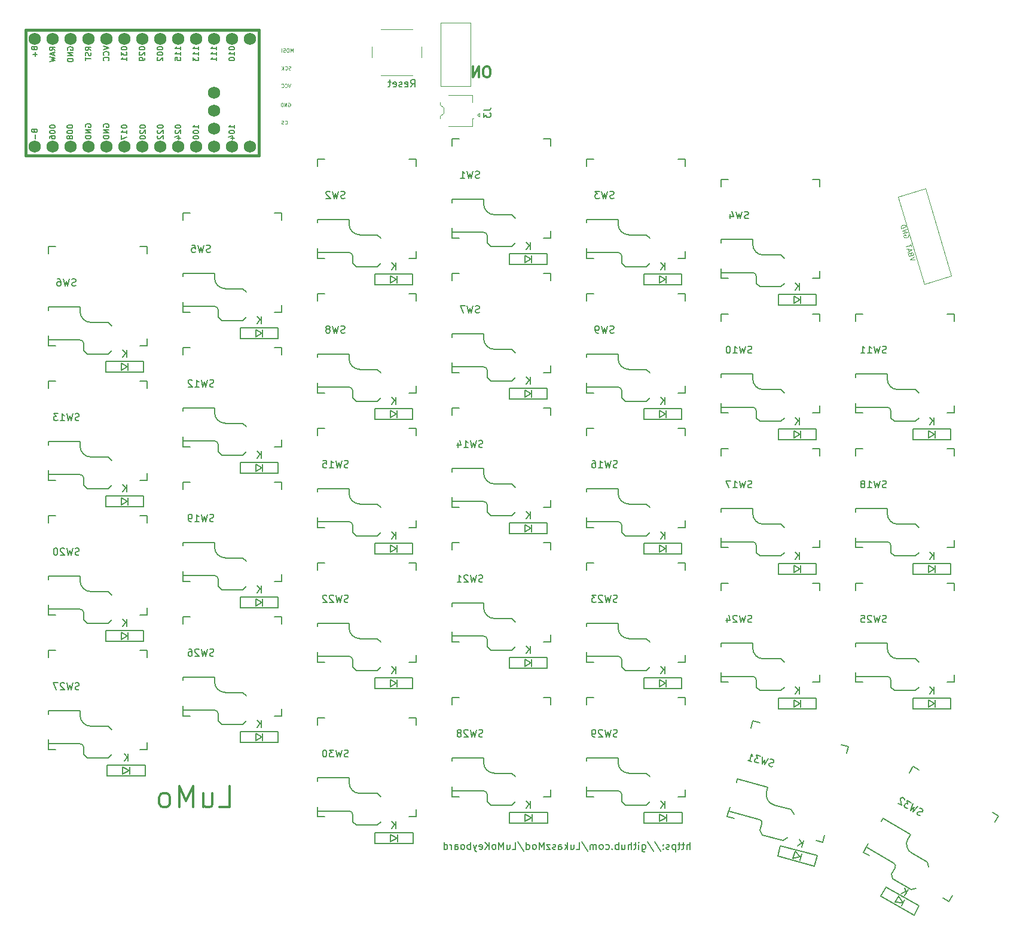
<source format=gbr>
%TF.GenerationSoftware,KiCad,Pcbnew,9.0.1*%
%TF.CreationDate,2025-08-18T00:19:21+02:00*%
%TF.ProjectId,LuMo,4c754d6f-2e6b-4696-9361-645f70636258,rev?*%
%TF.SameCoordinates,Original*%
%TF.FileFunction,Legend,Bot*%
%TF.FilePolarity,Positive*%
%FSLAX46Y46*%
G04 Gerber Fmt 4.6, Leading zero omitted, Abs format (unit mm)*
G04 Created by KiCad (PCBNEW 9.0.1) date 2025-08-18 00:19:21*
%MOMM*%
%LPD*%
G01*
G04 APERTURE LIST*
%ADD10C,0.150000*%
%ADD11C,0.300000*%
%ADD12C,0.100000*%
%ADD13C,0.381000*%
%ADD14C,0.120000*%
%ADD15C,1.752600*%
G04 APERTURE END LIST*
D10*
X131763220Y-140569819D02*
X131763220Y-139569819D01*
X131334649Y-140569819D02*
X131334649Y-140046009D01*
X131334649Y-140046009D02*
X131382268Y-139950771D01*
X131382268Y-139950771D02*
X131477506Y-139903152D01*
X131477506Y-139903152D02*
X131620363Y-139903152D01*
X131620363Y-139903152D02*
X131715601Y-139950771D01*
X131715601Y-139950771D02*
X131763220Y-139998390D01*
X131001315Y-139903152D02*
X130620363Y-139903152D01*
X130858458Y-139569819D02*
X130858458Y-140426961D01*
X130858458Y-140426961D02*
X130810839Y-140522200D01*
X130810839Y-140522200D02*
X130715601Y-140569819D01*
X130715601Y-140569819D02*
X130620363Y-140569819D01*
X130429886Y-139903152D02*
X130048934Y-139903152D01*
X130287029Y-139569819D02*
X130287029Y-140426961D01*
X130287029Y-140426961D02*
X130239410Y-140522200D01*
X130239410Y-140522200D02*
X130144172Y-140569819D01*
X130144172Y-140569819D02*
X130048934Y-140569819D01*
X129715600Y-139903152D02*
X129715600Y-140903152D01*
X129715600Y-139950771D02*
X129620362Y-139903152D01*
X129620362Y-139903152D02*
X129429886Y-139903152D01*
X129429886Y-139903152D02*
X129334648Y-139950771D01*
X129334648Y-139950771D02*
X129287029Y-139998390D01*
X129287029Y-139998390D02*
X129239410Y-140093628D01*
X129239410Y-140093628D02*
X129239410Y-140379342D01*
X129239410Y-140379342D02*
X129287029Y-140474580D01*
X129287029Y-140474580D02*
X129334648Y-140522200D01*
X129334648Y-140522200D02*
X129429886Y-140569819D01*
X129429886Y-140569819D02*
X129620362Y-140569819D01*
X129620362Y-140569819D02*
X129715600Y-140522200D01*
X128858457Y-140522200D02*
X128763219Y-140569819D01*
X128763219Y-140569819D02*
X128572743Y-140569819D01*
X128572743Y-140569819D02*
X128477505Y-140522200D01*
X128477505Y-140522200D02*
X128429886Y-140426961D01*
X128429886Y-140426961D02*
X128429886Y-140379342D01*
X128429886Y-140379342D02*
X128477505Y-140284104D01*
X128477505Y-140284104D02*
X128572743Y-140236485D01*
X128572743Y-140236485D02*
X128715600Y-140236485D01*
X128715600Y-140236485D02*
X128810838Y-140188866D01*
X128810838Y-140188866D02*
X128858457Y-140093628D01*
X128858457Y-140093628D02*
X128858457Y-140046009D01*
X128858457Y-140046009D02*
X128810838Y-139950771D01*
X128810838Y-139950771D02*
X128715600Y-139903152D01*
X128715600Y-139903152D02*
X128572743Y-139903152D01*
X128572743Y-139903152D02*
X128477505Y-139950771D01*
X128001314Y-140474580D02*
X127953695Y-140522200D01*
X127953695Y-140522200D02*
X128001314Y-140569819D01*
X128001314Y-140569819D02*
X128048933Y-140522200D01*
X128048933Y-140522200D02*
X128001314Y-140474580D01*
X128001314Y-140474580D02*
X128001314Y-140569819D01*
X128001314Y-139950771D02*
X127953695Y-139998390D01*
X127953695Y-139998390D02*
X128001314Y-140046009D01*
X128001314Y-140046009D02*
X128048933Y-139998390D01*
X128048933Y-139998390D02*
X128001314Y-139950771D01*
X128001314Y-139950771D02*
X128001314Y-140046009D01*
X126810839Y-139522200D02*
X127667981Y-140807914D01*
X125763220Y-139522200D02*
X126620362Y-140807914D01*
X125001315Y-139903152D02*
X125001315Y-140712676D01*
X125001315Y-140712676D02*
X125048934Y-140807914D01*
X125048934Y-140807914D02*
X125096553Y-140855533D01*
X125096553Y-140855533D02*
X125191791Y-140903152D01*
X125191791Y-140903152D02*
X125334648Y-140903152D01*
X125334648Y-140903152D02*
X125429886Y-140855533D01*
X125001315Y-140522200D02*
X125096553Y-140569819D01*
X125096553Y-140569819D02*
X125287029Y-140569819D01*
X125287029Y-140569819D02*
X125382267Y-140522200D01*
X125382267Y-140522200D02*
X125429886Y-140474580D01*
X125429886Y-140474580D02*
X125477505Y-140379342D01*
X125477505Y-140379342D02*
X125477505Y-140093628D01*
X125477505Y-140093628D02*
X125429886Y-139998390D01*
X125429886Y-139998390D02*
X125382267Y-139950771D01*
X125382267Y-139950771D02*
X125287029Y-139903152D01*
X125287029Y-139903152D02*
X125096553Y-139903152D01*
X125096553Y-139903152D02*
X125001315Y-139950771D01*
X124525124Y-140569819D02*
X124525124Y-139903152D01*
X124525124Y-139569819D02*
X124572743Y-139617438D01*
X124572743Y-139617438D02*
X124525124Y-139665057D01*
X124525124Y-139665057D02*
X124477505Y-139617438D01*
X124477505Y-139617438D02*
X124525124Y-139569819D01*
X124525124Y-139569819D02*
X124525124Y-139665057D01*
X124191791Y-139903152D02*
X123810839Y-139903152D01*
X124048934Y-139569819D02*
X124048934Y-140426961D01*
X124048934Y-140426961D02*
X124001315Y-140522200D01*
X124001315Y-140522200D02*
X123906077Y-140569819D01*
X123906077Y-140569819D02*
X123810839Y-140569819D01*
X123477505Y-140569819D02*
X123477505Y-139569819D01*
X123048934Y-140569819D02*
X123048934Y-140046009D01*
X123048934Y-140046009D02*
X123096553Y-139950771D01*
X123096553Y-139950771D02*
X123191791Y-139903152D01*
X123191791Y-139903152D02*
X123334648Y-139903152D01*
X123334648Y-139903152D02*
X123429886Y-139950771D01*
X123429886Y-139950771D02*
X123477505Y-139998390D01*
X122144172Y-139903152D02*
X122144172Y-140569819D01*
X122572743Y-139903152D02*
X122572743Y-140426961D01*
X122572743Y-140426961D02*
X122525124Y-140522200D01*
X122525124Y-140522200D02*
X122429886Y-140569819D01*
X122429886Y-140569819D02*
X122287029Y-140569819D01*
X122287029Y-140569819D02*
X122191791Y-140522200D01*
X122191791Y-140522200D02*
X122144172Y-140474580D01*
X121667981Y-140569819D02*
X121667981Y-139569819D01*
X121667981Y-139950771D02*
X121572743Y-139903152D01*
X121572743Y-139903152D02*
X121382267Y-139903152D01*
X121382267Y-139903152D02*
X121287029Y-139950771D01*
X121287029Y-139950771D02*
X121239410Y-139998390D01*
X121239410Y-139998390D02*
X121191791Y-140093628D01*
X121191791Y-140093628D02*
X121191791Y-140379342D01*
X121191791Y-140379342D02*
X121239410Y-140474580D01*
X121239410Y-140474580D02*
X121287029Y-140522200D01*
X121287029Y-140522200D02*
X121382267Y-140569819D01*
X121382267Y-140569819D02*
X121572743Y-140569819D01*
X121572743Y-140569819D02*
X121667981Y-140522200D01*
X120763219Y-140474580D02*
X120715600Y-140522200D01*
X120715600Y-140522200D02*
X120763219Y-140569819D01*
X120763219Y-140569819D02*
X120810838Y-140522200D01*
X120810838Y-140522200D02*
X120763219Y-140474580D01*
X120763219Y-140474580D02*
X120763219Y-140569819D01*
X119858458Y-140522200D02*
X119953696Y-140569819D01*
X119953696Y-140569819D02*
X120144172Y-140569819D01*
X120144172Y-140569819D02*
X120239410Y-140522200D01*
X120239410Y-140522200D02*
X120287029Y-140474580D01*
X120287029Y-140474580D02*
X120334648Y-140379342D01*
X120334648Y-140379342D02*
X120334648Y-140093628D01*
X120334648Y-140093628D02*
X120287029Y-139998390D01*
X120287029Y-139998390D02*
X120239410Y-139950771D01*
X120239410Y-139950771D02*
X120144172Y-139903152D01*
X120144172Y-139903152D02*
X119953696Y-139903152D01*
X119953696Y-139903152D02*
X119858458Y-139950771D01*
X119287029Y-140569819D02*
X119382267Y-140522200D01*
X119382267Y-140522200D02*
X119429886Y-140474580D01*
X119429886Y-140474580D02*
X119477505Y-140379342D01*
X119477505Y-140379342D02*
X119477505Y-140093628D01*
X119477505Y-140093628D02*
X119429886Y-139998390D01*
X119429886Y-139998390D02*
X119382267Y-139950771D01*
X119382267Y-139950771D02*
X119287029Y-139903152D01*
X119287029Y-139903152D02*
X119144172Y-139903152D01*
X119144172Y-139903152D02*
X119048934Y-139950771D01*
X119048934Y-139950771D02*
X119001315Y-139998390D01*
X119001315Y-139998390D02*
X118953696Y-140093628D01*
X118953696Y-140093628D02*
X118953696Y-140379342D01*
X118953696Y-140379342D02*
X119001315Y-140474580D01*
X119001315Y-140474580D02*
X119048934Y-140522200D01*
X119048934Y-140522200D02*
X119144172Y-140569819D01*
X119144172Y-140569819D02*
X119287029Y-140569819D01*
X118525124Y-140569819D02*
X118525124Y-139903152D01*
X118525124Y-139998390D02*
X118477505Y-139950771D01*
X118477505Y-139950771D02*
X118382267Y-139903152D01*
X118382267Y-139903152D02*
X118239410Y-139903152D01*
X118239410Y-139903152D02*
X118144172Y-139950771D01*
X118144172Y-139950771D02*
X118096553Y-140046009D01*
X118096553Y-140046009D02*
X118096553Y-140569819D01*
X118096553Y-140046009D02*
X118048934Y-139950771D01*
X118048934Y-139950771D02*
X117953696Y-139903152D01*
X117953696Y-139903152D02*
X117810839Y-139903152D01*
X117810839Y-139903152D02*
X117715600Y-139950771D01*
X117715600Y-139950771D02*
X117667981Y-140046009D01*
X117667981Y-140046009D02*
X117667981Y-140569819D01*
X116477506Y-139522200D02*
X117334648Y-140807914D01*
X115667982Y-140569819D02*
X116144172Y-140569819D01*
X116144172Y-140569819D02*
X116144172Y-139569819D01*
X114906077Y-139903152D02*
X114906077Y-140569819D01*
X115334648Y-139903152D02*
X115334648Y-140426961D01*
X115334648Y-140426961D02*
X115287029Y-140522200D01*
X115287029Y-140522200D02*
X115191791Y-140569819D01*
X115191791Y-140569819D02*
X115048934Y-140569819D01*
X115048934Y-140569819D02*
X114953696Y-140522200D01*
X114953696Y-140522200D02*
X114906077Y-140474580D01*
X114429886Y-140569819D02*
X114429886Y-139569819D01*
X114334648Y-140188866D02*
X114048934Y-140569819D01*
X114048934Y-139903152D02*
X114429886Y-140284104D01*
X113191791Y-140569819D02*
X113191791Y-140046009D01*
X113191791Y-140046009D02*
X113239410Y-139950771D01*
X113239410Y-139950771D02*
X113334648Y-139903152D01*
X113334648Y-139903152D02*
X113525124Y-139903152D01*
X113525124Y-139903152D02*
X113620362Y-139950771D01*
X113191791Y-140522200D02*
X113287029Y-140569819D01*
X113287029Y-140569819D02*
X113525124Y-140569819D01*
X113525124Y-140569819D02*
X113620362Y-140522200D01*
X113620362Y-140522200D02*
X113667981Y-140426961D01*
X113667981Y-140426961D02*
X113667981Y-140331723D01*
X113667981Y-140331723D02*
X113620362Y-140236485D01*
X113620362Y-140236485D02*
X113525124Y-140188866D01*
X113525124Y-140188866D02*
X113287029Y-140188866D01*
X113287029Y-140188866D02*
X113191791Y-140141247D01*
X112763219Y-140522200D02*
X112667981Y-140569819D01*
X112667981Y-140569819D02*
X112477505Y-140569819D01*
X112477505Y-140569819D02*
X112382267Y-140522200D01*
X112382267Y-140522200D02*
X112334648Y-140426961D01*
X112334648Y-140426961D02*
X112334648Y-140379342D01*
X112334648Y-140379342D02*
X112382267Y-140284104D01*
X112382267Y-140284104D02*
X112477505Y-140236485D01*
X112477505Y-140236485D02*
X112620362Y-140236485D01*
X112620362Y-140236485D02*
X112715600Y-140188866D01*
X112715600Y-140188866D02*
X112763219Y-140093628D01*
X112763219Y-140093628D02*
X112763219Y-140046009D01*
X112763219Y-140046009D02*
X112715600Y-139950771D01*
X112715600Y-139950771D02*
X112620362Y-139903152D01*
X112620362Y-139903152D02*
X112477505Y-139903152D01*
X112477505Y-139903152D02*
X112382267Y-139950771D01*
X112001314Y-139903152D02*
X111477505Y-139903152D01*
X111477505Y-139903152D02*
X112001314Y-140569819D01*
X112001314Y-140569819D02*
X111477505Y-140569819D01*
X111096552Y-140569819D02*
X111096552Y-139569819D01*
X111096552Y-139569819D02*
X110763219Y-140284104D01*
X110763219Y-140284104D02*
X110429886Y-139569819D01*
X110429886Y-139569819D02*
X110429886Y-140569819D01*
X109810838Y-140569819D02*
X109906076Y-140522200D01*
X109906076Y-140522200D02*
X109953695Y-140474580D01*
X109953695Y-140474580D02*
X110001314Y-140379342D01*
X110001314Y-140379342D02*
X110001314Y-140093628D01*
X110001314Y-140093628D02*
X109953695Y-139998390D01*
X109953695Y-139998390D02*
X109906076Y-139950771D01*
X109906076Y-139950771D02*
X109810838Y-139903152D01*
X109810838Y-139903152D02*
X109667981Y-139903152D01*
X109667981Y-139903152D02*
X109572743Y-139950771D01*
X109572743Y-139950771D02*
X109525124Y-139998390D01*
X109525124Y-139998390D02*
X109477505Y-140093628D01*
X109477505Y-140093628D02*
X109477505Y-140379342D01*
X109477505Y-140379342D02*
X109525124Y-140474580D01*
X109525124Y-140474580D02*
X109572743Y-140522200D01*
X109572743Y-140522200D02*
X109667981Y-140569819D01*
X109667981Y-140569819D02*
X109810838Y-140569819D01*
X108620362Y-140569819D02*
X108620362Y-139569819D01*
X108620362Y-140522200D02*
X108715600Y-140569819D01*
X108715600Y-140569819D02*
X108906076Y-140569819D01*
X108906076Y-140569819D02*
X109001314Y-140522200D01*
X109001314Y-140522200D02*
X109048933Y-140474580D01*
X109048933Y-140474580D02*
X109096552Y-140379342D01*
X109096552Y-140379342D02*
X109096552Y-140093628D01*
X109096552Y-140093628D02*
X109048933Y-139998390D01*
X109048933Y-139998390D02*
X109001314Y-139950771D01*
X109001314Y-139950771D02*
X108906076Y-139903152D01*
X108906076Y-139903152D02*
X108715600Y-139903152D01*
X108715600Y-139903152D02*
X108620362Y-139950771D01*
X107429886Y-139522200D02*
X108287028Y-140807914D01*
X106620362Y-140569819D02*
X107096552Y-140569819D01*
X107096552Y-140569819D02*
X107096552Y-139569819D01*
X105858457Y-139903152D02*
X105858457Y-140569819D01*
X106287028Y-139903152D02*
X106287028Y-140426961D01*
X106287028Y-140426961D02*
X106239409Y-140522200D01*
X106239409Y-140522200D02*
X106144171Y-140569819D01*
X106144171Y-140569819D02*
X106001314Y-140569819D01*
X106001314Y-140569819D02*
X105906076Y-140522200D01*
X105906076Y-140522200D02*
X105858457Y-140474580D01*
X105382266Y-140569819D02*
X105382266Y-139569819D01*
X105382266Y-139569819D02*
X105048933Y-140284104D01*
X105048933Y-140284104D02*
X104715600Y-139569819D01*
X104715600Y-139569819D02*
X104715600Y-140569819D01*
X104096552Y-140569819D02*
X104191790Y-140522200D01*
X104191790Y-140522200D02*
X104239409Y-140474580D01*
X104239409Y-140474580D02*
X104287028Y-140379342D01*
X104287028Y-140379342D02*
X104287028Y-140093628D01*
X104287028Y-140093628D02*
X104239409Y-139998390D01*
X104239409Y-139998390D02*
X104191790Y-139950771D01*
X104191790Y-139950771D02*
X104096552Y-139903152D01*
X104096552Y-139903152D02*
X103953695Y-139903152D01*
X103953695Y-139903152D02*
X103858457Y-139950771D01*
X103858457Y-139950771D02*
X103810838Y-139998390D01*
X103810838Y-139998390D02*
X103763219Y-140093628D01*
X103763219Y-140093628D02*
X103763219Y-140379342D01*
X103763219Y-140379342D02*
X103810838Y-140474580D01*
X103810838Y-140474580D02*
X103858457Y-140522200D01*
X103858457Y-140522200D02*
X103953695Y-140569819D01*
X103953695Y-140569819D02*
X104096552Y-140569819D01*
X103334647Y-140569819D02*
X103334647Y-139569819D01*
X102763219Y-140569819D02*
X103191790Y-139998390D01*
X102763219Y-139569819D02*
X103334647Y-140141247D01*
X101953695Y-140522200D02*
X102048933Y-140569819D01*
X102048933Y-140569819D02*
X102239409Y-140569819D01*
X102239409Y-140569819D02*
X102334647Y-140522200D01*
X102334647Y-140522200D02*
X102382266Y-140426961D01*
X102382266Y-140426961D02*
X102382266Y-140046009D01*
X102382266Y-140046009D02*
X102334647Y-139950771D01*
X102334647Y-139950771D02*
X102239409Y-139903152D01*
X102239409Y-139903152D02*
X102048933Y-139903152D01*
X102048933Y-139903152D02*
X101953695Y-139950771D01*
X101953695Y-139950771D02*
X101906076Y-140046009D01*
X101906076Y-140046009D02*
X101906076Y-140141247D01*
X101906076Y-140141247D02*
X102382266Y-140236485D01*
X101572742Y-139903152D02*
X101334647Y-140569819D01*
X101096552Y-139903152D02*
X101334647Y-140569819D01*
X101334647Y-140569819D02*
X101429885Y-140807914D01*
X101429885Y-140807914D02*
X101477504Y-140855533D01*
X101477504Y-140855533D02*
X101572742Y-140903152D01*
X100715599Y-140569819D02*
X100715599Y-139569819D01*
X100715599Y-139950771D02*
X100620361Y-139903152D01*
X100620361Y-139903152D02*
X100429885Y-139903152D01*
X100429885Y-139903152D02*
X100334647Y-139950771D01*
X100334647Y-139950771D02*
X100287028Y-139998390D01*
X100287028Y-139998390D02*
X100239409Y-140093628D01*
X100239409Y-140093628D02*
X100239409Y-140379342D01*
X100239409Y-140379342D02*
X100287028Y-140474580D01*
X100287028Y-140474580D02*
X100334647Y-140522200D01*
X100334647Y-140522200D02*
X100429885Y-140569819D01*
X100429885Y-140569819D02*
X100620361Y-140569819D01*
X100620361Y-140569819D02*
X100715599Y-140522200D01*
X99667980Y-140569819D02*
X99763218Y-140522200D01*
X99763218Y-140522200D02*
X99810837Y-140474580D01*
X99810837Y-140474580D02*
X99858456Y-140379342D01*
X99858456Y-140379342D02*
X99858456Y-140093628D01*
X99858456Y-140093628D02*
X99810837Y-139998390D01*
X99810837Y-139998390D02*
X99763218Y-139950771D01*
X99763218Y-139950771D02*
X99667980Y-139903152D01*
X99667980Y-139903152D02*
X99525123Y-139903152D01*
X99525123Y-139903152D02*
X99429885Y-139950771D01*
X99429885Y-139950771D02*
X99382266Y-139998390D01*
X99382266Y-139998390D02*
X99334647Y-140093628D01*
X99334647Y-140093628D02*
X99334647Y-140379342D01*
X99334647Y-140379342D02*
X99382266Y-140474580D01*
X99382266Y-140474580D02*
X99429885Y-140522200D01*
X99429885Y-140522200D02*
X99525123Y-140569819D01*
X99525123Y-140569819D02*
X99667980Y-140569819D01*
X98477504Y-140569819D02*
X98477504Y-140046009D01*
X98477504Y-140046009D02*
X98525123Y-139950771D01*
X98525123Y-139950771D02*
X98620361Y-139903152D01*
X98620361Y-139903152D02*
X98810837Y-139903152D01*
X98810837Y-139903152D02*
X98906075Y-139950771D01*
X98477504Y-140522200D02*
X98572742Y-140569819D01*
X98572742Y-140569819D02*
X98810837Y-140569819D01*
X98810837Y-140569819D02*
X98906075Y-140522200D01*
X98906075Y-140522200D02*
X98953694Y-140426961D01*
X98953694Y-140426961D02*
X98953694Y-140331723D01*
X98953694Y-140331723D02*
X98906075Y-140236485D01*
X98906075Y-140236485D02*
X98810837Y-140188866D01*
X98810837Y-140188866D02*
X98572742Y-140188866D01*
X98572742Y-140188866D02*
X98477504Y-140141247D01*
X98001313Y-140569819D02*
X98001313Y-139903152D01*
X98001313Y-140093628D02*
X97953694Y-139998390D01*
X97953694Y-139998390D02*
X97906075Y-139950771D01*
X97906075Y-139950771D02*
X97810837Y-139903152D01*
X97810837Y-139903152D02*
X97715599Y-139903152D01*
X96953694Y-140569819D02*
X96953694Y-139569819D01*
X96953694Y-140522200D02*
X97048932Y-140569819D01*
X97048932Y-140569819D02*
X97239408Y-140569819D01*
X97239408Y-140569819D02*
X97334646Y-140522200D01*
X97334646Y-140522200D02*
X97382265Y-140474580D01*
X97382265Y-140474580D02*
X97429884Y-140379342D01*
X97429884Y-140379342D02*
X97429884Y-140093628D01*
X97429884Y-140093628D02*
X97382265Y-139998390D01*
X97382265Y-139998390D02*
X97334646Y-139950771D01*
X97334646Y-139950771D02*
X97239408Y-139903152D01*
X97239408Y-139903152D02*
X97048932Y-139903152D01*
X97048932Y-139903152D02*
X96953694Y-139950771D01*
D11*
X103159774Y-29800828D02*
X102874060Y-29800828D01*
X102874060Y-29800828D02*
X102731203Y-29872257D01*
X102731203Y-29872257D02*
X102588346Y-30015114D01*
X102588346Y-30015114D02*
X102516917Y-30300828D01*
X102516917Y-30300828D02*
X102516917Y-30800828D01*
X102516917Y-30800828D02*
X102588346Y-31086542D01*
X102588346Y-31086542D02*
X102731203Y-31229400D01*
X102731203Y-31229400D02*
X102874060Y-31300828D01*
X102874060Y-31300828D02*
X103159774Y-31300828D01*
X103159774Y-31300828D02*
X103302632Y-31229400D01*
X103302632Y-31229400D02*
X103445489Y-31086542D01*
X103445489Y-31086542D02*
X103516917Y-30800828D01*
X103516917Y-30800828D02*
X103516917Y-30300828D01*
X103516917Y-30300828D02*
X103445489Y-30015114D01*
X103445489Y-30015114D02*
X103302632Y-29872257D01*
X103302632Y-29872257D02*
X103159774Y-29800828D01*
X101874060Y-31300828D02*
X101874060Y-29800828D01*
X101874060Y-29800828D02*
X101016917Y-31300828D01*
X101016917Y-31300828D02*
X101016917Y-29800828D01*
D10*
X92238095Y-32654819D02*
X92571428Y-32178628D01*
X92809523Y-32654819D02*
X92809523Y-31654819D01*
X92809523Y-31654819D02*
X92428571Y-31654819D01*
X92428571Y-31654819D02*
X92333333Y-31702438D01*
X92333333Y-31702438D02*
X92285714Y-31750057D01*
X92285714Y-31750057D02*
X92238095Y-31845295D01*
X92238095Y-31845295D02*
X92238095Y-31988152D01*
X92238095Y-31988152D02*
X92285714Y-32083390D01*
X92285714Y-32083390D02*
X92333333Y-32131009D01*
X92333333Y-32131009D02*
X92428571Y-32178628D01*
X92428571Y-32178628D02*
X92809523Y-32178628D01*
X91428571Y-32607200D02*
X91523809Y-32654819D01*
X91523809Y-32654819D02*
X91714285Y-32654819D01*
X91714285Y-32654819D02*
X91809523Y-32607200D01*
X91809523Y-32607200D02*
X91857142Y-32511961D01*
X91857142Y-32511961D02*
X91857142Y-32131009D01*
X91857142Y-32131009D02*
X91809523Y-32035771D01*
X91809523Y-32035771D02*
X91714285Y-31988152D01*
X91714285Y-31988152D02*
X91523809Y-31988152D01*
X91523809Y-31988152D02*
X91428571Y-32035771D01*
X91428571Y-32035771D02*
X91380952Y-32131009D01*
X91380952Y-32131009D02*
X91380952Y-32226247D01*
X91380952Y-32226247D02*
X91857142Y-32321485D01*
X90999999Y-32607200D02*
X90904761Y-32654819D01*
X90904761Y-32654819D02*
X90714285Y-32654819D01*
X90714285Y-32654819D02*
X90619047Y-32607200D01*
X90619047Y-32607200D02*
X90571428Y-32511961D01*
X90571428Y-32511961D02*
X90571428Y-32464342D01*
X90571428Y-32464342D02*
X90619047Y-32369104D01*
X90619047Y-32369104D02*
X90714285Y-32321485D01*
X90714285Y-32321485D02*
X90857142Y-32321485D01*
X90857142Y-32321485D02*
X90952380Y-32273866D01*
X90952380Y-32273866D02*
X90999999Y-32178628D01*
X90999999Y-32178628D02*
X90999999Y-32131009D01*
X90999999Y-32131009D02*
X90952380Y-32035771D01*
X90952380Y-32035771D02*
X90857142Y-31988152D01*
X90857142Y-31988152D02*
X90714285Y-31988152D01*
X90714285Y-31988152D02*
X90619047Y-32035771D01*
X89761904Y-32607200D02*
X89857142Y-32654819D01*
X89857142Y-32654819D02*
X90047618Y-32654819D01*
X90047618Y-32654819D02*
X90142856Y-32607200D01*
X90142856Y-32607200D02*
X90190475Y-32511961D01*
X90190475Y-32511961D02*
X90190475Y-32131009D01*
X90190475Y-32131009D02*
X90142856Y-32035771D01*
X90142856Y-32035771D02*
X90047618Y-31988152D01*
X90047618Y-31988152D02*
X89857142Y-31988152D01*
X89857142Y-31988152D02*
X89761904Y-32035771D01*
X89761904Y-32035771D02*
X89714285Y-32131009D01*
X89714285Y-32131009D02*
X89714285Y-32226247D01*
X89714285Y-32226247D02*
X90190475Y-32321485D01*
X89428570Y-31988152D02*
X89047618Y-31988152D01*
X89285713Y-31654819D02*
X89285713Y-32511961D01*
X89285713Y-32511961D02*
X89238094Y-32607200D01*
X89238094Y-32607200D02*
X89142856Y-32654819D01*
X89142856Y-32654819D02*
X89047618Y-32654819D01*
D12*
X75246740Y-30209800D02*
X75175312Y-30233609D01*
X75175312Y-30233609D02*
X75056264Y-30233609D01*
X75056264Y-30233609D02*
X75008645Y-30209800D01*
X75008645Y-30209800D02*
X74984836Y-30185990D01*
X74984836Y-30185990D02*
X74961026Y-30138371D01*
X74961026Y-30138371D02*
X74961026Y-30090752D01*
X74961026Y-30090752D02*
X74984836Y-30043133D01*
X74984836Y-30043133D02*
X75008645Y-30019323D01*
X75008645Y-30019323D02*
X75056264Y-29995514D01*
X75056264Y-29995514D02*
X75151502Y-29971704D01*
X75151502Y-29971704D02*
X75199121Y-29947895D01*
X75199121Y-29947895D02*
X75222931Y-29924085D01*
X75222931Y-29924085D02*
X75246740Y-29876466D01*
X75246740Y-29876466D02*
X75246740Y-29828847D01*
X75246740Y-29828847D02*
X75222931Y-29781228D01*
X75222931Y-29781228D02*
X75199121Y-29757419D01*
X75199121Y-29757419D02*
X75151502Y-29733609D01*
X75151502Y-29733609D02*
X75032455Y-29733609D01*
X75032455Y-29733609D02*
X74961026Y-29757419D01*
X74461027Y-30185990D02*
X74484836Y-30209800D01*
X74484836Y-30209800D02*
X74556265Y-30233609D01*
X74556265Y-30233609D02*
X74603884Y-30233609D01*
X74603884Y-30233609D02*
X74675312Y-30209800D01*
X74675312Y-30209800D02*
X74722931Y-30162180D01*
X74722931Y-30162180D02*
X74746741Y-30114561D01*
X74746741Y-30114561D02*
X74770550Y-30019323D01*
X74770550Y-30019323D02*
X74770550Y-29947895D01*
X74770550Y-29947895D02*
X74746741Y-29852657D01*
X74746741Y-29852657D02*
X74722931Y-29805038D01*
X74722931Y-29805038D02*
X74675312Y-29757419D01*
X74675312Y-29757419D02*
X74603884Y-29733609D01*
X74603884Y-29733609D02*
X74556265Y-29733609D01*
X74556265Y-29733609D02*
X74484836Y-29757419D01*
X74484836Y-29757419D02*
X74461027Y-29781228D01*
X74246741Y-30233609D02*
X74246741Y-29733609D01*
X73961027Y-30233609D02*
X74175312Y-29947895D01*
X73961027Y-29733609D02*
X74246741Y-30019323D01*
X75246740Y-32233609D02*
X75080074Y-32733609D01*
X75080074Y-32733609D02*
X74913407Y-32233609D01*
X74461027Y-32685990D02*
X74484836Y-32709800D01*
X74484836Y-32709800D02*
X74556265Y-32733609D01*
X74556265Y-32733609D02*
X74603884Y-32733609D01*
X74603884Y-32733609D02*
X74675312Y-32709800D01*
X74675312Y-32709800D02*
X74722931Y-32662180D01*
X74722931Y-32662180D02*
X74746741Y-32614561D01*
X74746741Y-32614561D02*
X74770550Y-32519323D01*
X74770550Y-32519323D02*
X74770550Y-32447895D01*
X74770550Y-32447895D02*
X74746741Y-32352657D01*
X74746741Y-32352657D02*
X74722931Y-32305038D01*
X74722931Y-32305038D02*
X74675312Y-32257419D01*
X74675312Y-32257419D02*
X74603884Y-32233609D01*
X74603884Y-32233609D02*
X74556265Y-32233609D01*
X74556265Y-32233609D02*
X74484836Y-32257419D01*
X74484836Y-32257419D02*
X74461027Y-32281228D01*
X73961027Y-32685990D02*
X73984836Y-32709800D01*
X73984836Y-32709800D02*
X74056265Y-32733609D01*
X74056265Y-32733609D02*
X74103884Y-32733609D01*
X74103884Y-32733609D02*
X74175312Y-32709800D01*
X74175312Y-32709800D02*
X74222931Y-32662180D01*
X74222931Y-32662180D02*
X74246741Y-32614561D01*
X74246741Y-32614561D02*
X74270550Y-32519323D01*
X74270550Y-32519323D02*
X74270550Y-32447895D01*
X74270550Y-32447895D02*
X74246741Y-32352657D01*
X74246741Y-32352657D02*
X74222931Y-32305038D01*
X74222931Y-32305038D02*
X74175312Y-32257419D01*
X74175312Y-32257419D02*
X74103884Y-32233609D01*
X74103884Y-32233609D02*
X74056265Y-32233609D01*
X74056265Y-32233609D02*
X73984836Y-32257419D01*
X73984836Y-32257419D02*
X73961027Y-32281228D01*
X74908646Y-34957419D02*
X74956265Y-34933609D01*
X74956265Y-34933609D02*
X75027694Y-34933609D01*
X75027694Y-34933609D02*
X75099122Y-34957419D01*
X75099122Y-34957419D02*
X75146741Y-35005038D01*
X75146741Y-35005038D02*
X75170551Y-35052657D01*
X75170551Y-35052657D02*
X75194360Y-35147895D01*
X75194360Y-35147895D02*
X75194360Y-35219323D01*
X75194360Y-35219323D02*
X75170551Y-35314561D01*
X75170551Y-35314561D02*
X75146741Y-35362180D01*
X75146741Y-35362180D02*
X75099122Y-35409800D01*
X75099122Y-35409800D02*
X75027694Y-35433609D01*
X75027694Y-35433609D02*
X74980075Y-35433609D01*
X74980075Y-35433609D02*
X74908646Y-35409800D01*
X74908646Y-35409800D02*
X74884837Y-35385990D01*
X74884837Y-35385990D02*
X74884837Y-35219323D01*
X74884837Y-35219323D02*
X74980075Y-35219323D01*
X74670551Y-35433609D02*
X74670551Y-34933609D01*
X74670551Y-34933609D02*
X74384837Y-35433609D01*
X74384837Y-35433609D02*
X74384837Y-34933609D01*
X74146741Y-35433609D02*
X74146741Y-34933609D01*
X74146741Y-34933609D02*
X74027693Y-34933609D01*
X74027693Y-34933609D02*
X73956265Y-34957419D01*
X73956265Y-34957419D02*
X73908646Y-35005038D01*
X73908646Y-35005038D02*
X73884836Y-35052657D01*
X73884836Y-35052657D02*
X73861027Y-35147895D01*
X73861027Y-35147895D02*
X73861027Y-35219323D01*
X73861027Y-35219323D02*
X73884836Y-35314561D01*
X73884836Y-35314561D02*
X73908646Y-35362180D01*
X73908646Y-35362180D02*
X73956265Y-35409800D01*
X73956265Y-35409800D02*
X74027693Y-35433609D01*
X74027693Y-35433609D02*
X74146741Y-35433609D01*
X74437217Y-37885990D02*
X74461026Y-37909800D01*
X74461026Y-37909800D02*
X74532455Y-37933609D01*
X74532455Y-37933609D02*
X74580074Y-37933609D01*
X74580074Y-37933609D02*
X74651502Y-37909800D01*
X74651502Y-37909800D02*
X74699121Y-37862180D01*
X74699121Y-37862180D02*
X74722931Y-37814561D01*
X74722931Y-37814561D02*
X74746740Y-37719323D01*
X74746740Y-37719323D02*
X74746740Y-37647895D01*
X74746740Y-37647895D02*
X74722931Y-37552657D01*
X74722931Y-37552657D02*
X74699121Y-37505038D01*
X74699121Y-37505038D02*
X74651502Y-37457419D01*
X74651502Y-37457419D02*
X74580074Y-37433609D01*
X74580074Y-37433609D02*
X74532455Y-37433609D01*
X74532455Y-37433609D02*
X74461026Y-37457419D01*
X74461026Y-37457419D02*
X74437217Y-37481228D01*
X74246740Y-37909800D02*
X74175312Y-37933609D01*
X74175312Y-37933609D02*
X74056264Y-37933609D01*
X74056264Y-37933609D02*
X74008645Y-37909800D01*
X74008645Y-37909800D02*
X73984836Y-37885990D01*
X73984836Y-37885990D02*
X73961026Y-37838371D01*
X73961026Y-37838371D02*
X73961026Y-37790752D01*
X73961026Y-37790752D02*
X73984836Y-37743133D01*
X73984836Y-37743133D02*
X74008645Y-37719323D01*
X74008645Y-37719323D02*
X74056264Y-37695514D01*
X74056264Y-37695514D02*
X74151502Y-37671704D01*
X74151502Y-37671704D02*
X74199121Y-37647895D01*
X74199121Y-37647895D02*
X74222931Y-37624085D01*
X74222931Y-37624085D02*
X74246740Y-37576466D01*
X74246740Y-37576466D02*
X74246740Y-37528847D01*
X74246740Y-37528847D02*
X74222931Y-37481228D01*
X74222931Y-37481228D02*
X74199121Y-37457419D01*
X74199121Y-37457419D02*
X74151502Y-37433609D01*
X74151502Y-37433609D02*
X74032455Y-37433609D01*
X74032455Y-37433609D02*
X73961026Y-37457419D01*
X75556265Y-27733609D02*
X75556265Y-27233609D01*
X75556265Y-27233609D02*
X75389598Y-27590752D01*
X75389598Y-27590752D02*
X75222932Y-27233609D01*
X75222932Y-27233609D02*
X75222932Y-27733609D01*
X74889598Y-27233609D02*
X74794360Y-27233609D01*
X74794360Y-27233609D02*
X74746741Y-27257419D01*
X74746741Y-27257419D02*
X74699122Y-27305038D01*
X74699122Y-27305038D02*
X74675312Y-27400276D01*
X74675312Y-27400276D02*
X74675312Y-27566942D01*
X74675312Y-27566942D02*
X74699122Y-27662180D01*
X74699122Y-27662180D02*
X74746741Y-27709800D01*
X74746741Y-27709800D02*
X74794360Y-27733609D01*
X74794360Y-27733609D02*
X74889598Y-27733609D01*
X74889598Y-27733609D02*
X74937217Y-27709800D01*
X74937217Y-27709800D02*
X74984836Y-27662180D01*
X74984836Y-27662180D02*
X75008645Y-27566942D01*
X75008645Y-27566942D02*
X75008645Y-27400276D01*
X75008645Y-27400276D02*
X74984836Y-27305038D01*
X74984836Y-27305038D02*
X74937217Y-27257419D01*
X74937217Y-27257419D02*
X74889598Y-27233609D01*
X74484835Y-27709800D02*
X74413407Y-27733609D01*
X74413407Y-27733609D02*
X74294359Y-27733609D01*
X74294359Y-27733609D02*
X74246740Y-27709800D01*
X74246740Y-27709800D02*
X74222931Y-27685990D01*
X74222931Y-27685990D02*
X74199121Y-27638371D01*
X74199121Y-27638371D02*
X74199121Y-27590752D01*
X74199121Y-27590752D02*
X74222931Y-27543133D01*
X74222931Y-27543133D02*
X74246740Y-27519323D01*
X74246740Y-27519323D02*
X74294359Y-27495514D01*
X74294359Y-27495514D02*
X74389597Y-27471704D01*
X74389597Y-27471704D02*
X74437216Y-27447895D01*
X74437216Y-27447895D02*
X74461026Y-27424085D01*
X74461026Y-27424085D02*
X74484835Y-27376466D01*
X74484835Y-27376466D02*
X74484835Y-27328847D01*
X74484835Y-27328847D02*
X74461026Y-27281228D01*
X74461026Y-27281228D02*
X74437216Y-27257419D01*
X74437216Y-27257419D02*
X74389597Y-27233609D01*
X74389597Y-27233609D02*
X74270550Y-27233609D01*
X74270550Y-27233609D02*
X74199121Y-27257419D01*
X73984836Y-27733609D02*
X73984836Y-27233609D01*
D11*
X65159774Y-134617257D02*
X66588346Y-134617257D01*
X66588346Y-134617257D02*
X66588346Y-131617257D01*
X62874061Y-132617257D02*
X62874061Y-134617257D01*
X64159775Y-132617257D02*
X64159775Y-134188685D01*
X64159775Y-134188685D02*
X64016918Y-134474400D01*
X64016918Y-134474400D02*
X63731203Y-134617257D01*
X63731203Y-134617257D02*
X63302632Y-134617257D01*
X63302632Y-134617257D02*
X63016918Y-134474400D01*
X63016918Y-134474400D02*
X62874061Y-134331542D01*
X61445489Y-134617257D02*
X61445489Y-131617257D01*
X61445489Y-131617257D02*
X60445489Y-133760114D01*
X60445489Y-133760114D02*
X59445489Y-131617257D01*
X59445489Y-131617257D02*
X59445489Y-134617257D01*
X57588346Y-134617257D02*
X57874061Y-134474400D01*
X57874061Y-134474400D02*
X58016918Y-134331542D01*
X58016918Y-134331542D02*
X58159775Y-134045828D01*
X58159775Y-134045828D02*
X58159775Y-133188685D01*
X58159775Y-133188685D02*
X58016918Y-132902971D01*
X58016918Y-132902971D02*
X57874061Y-132760114D01*
X57874061Y-132760114D02*
X57588346Y-132617257D01*
X57588346Y-132617257D02*
X57159775Y-132617257D01*
X57159775Y-132617257D02*
X56874061Y-132760114D01*
X56874061Y-132760114D02*
X56731204Y-132902971D01*
X56731204Y-132902971D02*
X56588346Y-133188685D01*
X56588346Y-133188685D02*
X56588346Y-134045828D01*
X56588346Y-134045828D02*
X56731204Y-134331542D01*
X56731204Y-134331542D02*
X56874061Y-134474400D01*
X56874061Y-134474400D02*
X57159775Y-134617257D01*
X57159775Y-134617257D02*
X57588346Y-134617257D01*
D10*
X53792295Y-27162809D02*
X53792295Y-27238999D01*
X53792295Y-27238999D02*
X53830390Y-27315190D01*
X53830390Y-27315190D02*
X53868485Y-27353285D01*
X53868485Y-27353285D02*
X53944676Y-27391380D01*
X53944676Y-27391380D02*
X54097057Y-27429475D01*
X54097057Y-27429475D02*
X54287533Y-27429475D01*
X54287533Y-27429475D02*
X54439914Y-27391380D01*
X54439914Y-27391380D02*
X54516104Y-27353285D01*
X54516104Y-27353285D02*
X54554200Y-27315190D01*
X54554200Y-27315190D02*
X54592295Y-27238999D01*
X54592295Y-27238999D02*
X54592295Y-27162809D01*
X54592295Y-27162809D02*
X54554200Y-27086618D01*
X54554200Y-27086618D02*
X54516104Y-27048523D01*
X54516104Y-27048523D02*
X54439914Y-27010428D01*
X54439914Y-27010428D02*
X54287533Y-26972332D01*
X54287533Y-26972332D02*
X54097057Y-26972332D01*
X54097057Y-26972332D02*
X53944676Y-27010428D01*
X53944676Y-27010428D02*
X53868485Y-27048523D01*
X53868485Y-27048523D02*
X53830390Y-27086618D01*
X53830390Y-27086618D02*
X53792295Y-27162809D01*
X53868485Y-27734237D02*
X53830390Y-27772333D01*
X53830390Y-27772333D02*
X53792295Y-27848523D01*
X53792295Y-27848523D02*
X53792295Y-28038999D01*
X53792295Y-28038999D02*
X53830390Y-28115190D01*
X53830390Y-28115190D02*
X53868485Y-28153285D01*
X53868485Y-28153285D02*
X53944676Y-28191380D01*
X53944676Y-28191380D02*
X54020866Y-28191380D01*
X54020866Y-28191380D02*
X54135152Y-28153285D01*
X54135152Y-28153285D02*
X54592295Y-27696142D01*
X54592295Y-27696142D02*
X54592295Y-28191380D01*
X54592295Y-28572333D02*
X54592295Y-28724714D01*
X54592295Y-28724714D02*
X54554200Y-28800904D01*
X54554200Y-28800904D02*
X54516104Y-28839000D01*
X54516104Y-28839000D02*
X54401819Y-28915190D01*
X54401819Y-28915190D02*
X54249438Y-28953285D01*
X54249438Y-28953285D02*
X53944676Y-28953285D01*
X53944676Y-28953285D02*
X53868485Y-28915190D01*
X53868485Y-28915190D02*
X53830390Y-28877095D01*
X53830390Y-28877095D02*
X53792295Y-28800904D01*
X53792295Y-28800904D02*
X53792295Y-28648523D01*
X53792295Y-28648523D02*
X53830390Y-28572333D01*
X53830390Y-28572333D02*
X53868485Y-28534238D01*
X53868485Y-28534238D02*
X53944676Y-28496142D01*
X53944676Y-28496142D02*
X54135152Y-28496142D01*
X54135152Y-28496142D02*
X54211342Y-28534238D01*
X54211342Y-28534238D02*
X54249438Y-28572333D01*
X54249438Y-28572333D02*
X54287533Y-28648523D01*
X54287533Y-28648523D02*
X54287533Y-28800904D01*
X54287533Y-28800904D02*
X54249438Y-28877095D01*
X54249438Y-28877095D02*
X54211342Y-28915190D01*
X54211342Y-28915190D02*
X54135152Y-28953285D01*
X46972295Y-27473905D02*
X46591342Y-27207238D01*
X46972295Y-27016762D02*
X46172295Y-27016762D01*
X46172295Y-27016762D02*
X46172295Y-27321524D01*
X46172295Y-27321524D02*
X46210390Y-27397714D01*
X46210390Y-27397714D02*
X46248485Y-27435809D01*
X46248485Y-27435809D02*
X46324676Y-27473905D01*
X46324676Y-27473905D02*
X46438961Y-27473905D01*
X46438961Y-27473905D02*
X46515152Y-27435809D01*
X46515152Y-27435809D02*
X46553247Y-27397714D01*
X46553247Y-27397714D02*
X46591342Y-27321524D01*
X46591342Y-27321524D02*
X46591342Y-27016762D01*
X46934200Y-27778666D02*
X46972295Y-27892952D01*
X46972295Y-27892952D02*
X46972295Y-28083428D01*
X46972295Y-28083428D02*
X46934200Y-28159619D01*
X46934200Y-28159619D02*
X46896104Y-28197714D01*
X46896104Y-28197714D02*
X46819914Y-28235809D01*
X46819914Y-28235809D02*
X46743723Y-28235809D01*
X46743723Y-28235809D02*
X46667533Y-28197714D01*
X46667533Y-28197714D02*
X46629438Y-28159619D01*
X46629438Y-28159619D02*
X46591342Y-28083428D01*
X46591342Y-28083428D02*
X46553247Y-27931047D01*
X46553247Y-27931047D02*
X46515152Y-27854857D01*
X46515152Y-27854857D02*
X46477057Y-27816762D01*
X46477057Y-27816762D02*
X46400866Y-27778666D01*
X46400866Y-27778666D02*
X46324676Y-27778666D01*
X46324676Y-27778666D02*
X46248485Y-27816762D01*
X46248485Y-27816762D02*
X46210390Y-27854857D01*
X46210390Y-27854857D02*
X46172295Y-27931047D01*
X46172295Y-27931047D02*
X46172295Y-28121524D01*
X46172295Y-28121524D02*
X46210390Y-28235809D01*
X46172295Y-28464381D02*
X46172295Y-28921524D01*
X46972295Y-28692952D02*
X46172295Y-28692952D01*
X62212295Y-27429475D02*
X62212295Y-26972332D01*
X62212295Y-27200904D02*
X61412295Y-27200904D01*
X61412295Y-27200904D02*
X61526580Y-27124713D01*
X61526580Y-27124713D02*
X61602771Y-27048523D01*
X61602771Y-27048523D02*
X61640866Y-26972332D01*
X62212295Y-28191380D02*
X62212295Y-27734237D01*
X62212295Y-27962809D02*
X61412295Y-27962809D01*
X61412295Y-27962809D02*
X61526580Y-27886618D01*
X61526580Y-27886618D02*
X61602771Y-27810428D01*
X61602771Y-27810428D02*
X61640866Y-27734237D01*
X61412295Y-28458047D02*
X61412295Y-28953285D01*
X61412295Y-28953285D02*
X61717057Y-28686619D01*
X61717057Y-28686619D02*
X61717057Y-28800904D01*
X61717057Y-28800904D02*
X61755152Y-28877095D01*
X61755152Y-28877095D02*
X61793247Y-28915190D01*
X61793247Y-28915190D02*
X61869438Y-28953285D01*
X61869438Y-28953285D02*
X62059914Y-28953285D01*
X62059914Y-28953285D02*
X62136104Y-28915190D01*
X62136104Y-28915190D02*
X62174200Y-28877095D01*
X62174200Y-28877095D02*
X62212295Y-28800904D01*
X62212295Y-28800904D02*
X62212295Y-28572333D01*
X62212295Y-28572333D02*
X62174200Y-28496142D01*
X62174200Y-28496142D02*
X62136104Y-28458047D01*
X53862295Y-38237190D02*
X53862295Y-38313380D01*
X53862295Y-38313380D02*
X53900390Y-38389571D01*
X53900390Y-38389571D02*
X53938485Y-38427666D01*
X53938485Y-38427666D02*
X54014676Y-38465761D01*
X54014676Y-38465761D02*
X54167057Y-38503856D01*
X54167057Y-38503856D02*
X54357533Y-38503856D01*
X54357533Y-38503856D02*
X54509914Y-38465761D01*
X54509914Y-38465761D02*
X54586104Y-38427666D01*
X54586104Y-38427666D02*
X54624200Y-38389571D01*
X54624200Y-38389571D02*
X54662295Y-38313380D01*
X54662295Y-38313380D02*
X54662295Y-38237190D01*
X54662295Y-38237190D02*
X54624200Y-38160999D01*
X54624200Y-38160999D02*
X54586104Y-38122904D01*
X54586104Y-38122904D02*
X54509914Y-38084809D01*
X54509914Y-38084809D02*
X54357533Y-38046713D01*
X54357533Y-38046713D02*
X54167057Y-38046713D01*
X54167057Y-38046713D02*
X54014676Y-38084809D01*
X54014676Y-38084809D02*
X53938485Y-38122904D01*
X53938485Y-38122904D02*
X53900390Y-38160999D01*
X53900390Y-38160999D02*
X53862295Y-38237190D01*
X53938485Y-38808618D02*
X53900390Y-38846714D01*
X53900390Y-38846714D02*
X53862295Y-38922904D01*
X53862295Y-38922904D02*
X53862295Y-39113380D01*
X53862295Y-39113380D02*
X53900390Y-39189571D01*
X53900390Y-39189571D02*
X53938485Y-39227666D01*
X53938485Y-39227666D02*
X54014676Y-39265761D01*
X54014676Y-39265761D02*
X54090866Y-39265761D01*
X54090866Y-39265761D02*
X54205152Y-39227666D01*
X54205152Y-39227666D02*
X54662295Y-38770523D01*
X54662295Y-38770523D02*
X54662295Y-39265761D01*
X53862295Y-39761000D02*
X53862295Y-39837190D01*
X53862295Y-39837190D02*
X53900390Y-39913381D01*
X53900390Y-39913381D02*
X53938485Y-39951476D01*
X53938485Y-39951476D02*
X54014676Y-39989571D01*
X54014676Y-39989571D02*
X54167057Y-40027666D01*
X54167057Y-40027666D02*
X54357533Y-40027666D01*
X54357533Y-40027666D02*
X54509914Y-39989571D01*
X54509914Y-39989571D02*
X54586104Y-39951476D01*
X54586104Y-39951476D02*
X54624200Y-39913381D01*
X54624200Y-39913381D02*
X54662295Y-39837190D01*
X54662295Y-39837190D02*
X54662295Y-39761000D01*
X54662295Y-39761000D02*
X54624200Y-39684809D01*
X54624200Y-39684809D02*
X54586104Y-39646714D01*
X54586104Y-39646714D02*
X54509914Y-39608619D01*
X54509914Y-39608619D02*
X54357533Y-39570523D01*
X54357533Y-39570523D02*
X54167057Y-39570523D01*
X54167057Y-39570523D02*
X54014676Y-39608619D01*
X54014676Y-39608619D02*
X53938485Y-39646714D01*
X53938485Y-39646714D02*
X53900390Y-39684809D01*
X53900390Y-39684809D02*
X53862295Y-39761000D01*
X38933247Y-38891904D02*
X38971342Y-39006190D01*
X38971342Y-39006190D02*
X39009438Y-39044285D01*
X39009438Y-39044285D02*
X39085628Y-39082381D01*
X39085628Y-39082381D02*
X39199914Y-39082381D01*
X39199914Y-39082381D02*
X39276104Y-39044285D01*
X39276104Y-39044285D02*
X39314200Y-39006190D01*
X39314200Y-39006190D02*
X39352295Y-38930000D01*
X39352295Y-38930000D02*
X39352295Y-38625238D01*
X39352295Y-38625238D02*
X38552295Y-38625238D01*
X38552295Y-38625238D02*
X38552295Y-38891904D01*
X38552295Y-38891904D02*
X38590390Y-38968095D01*
X38590390Y-38968095D02*
X38628485Y-39006190D01*
X38628485Y-39006190D02*
X38704676Y-39044285D01*
X38704676Y-39044285D02*
X38780866Y-39044285D01*
X38780866Y-39044285D02*
X38857057Y-39006190D01*
X38857057Y-39006190D02*
X38895152Y-38968095D01*
X38895152Y-38968095D02*
X38933247Y-38891904D01*
X38933247Y-38891904D02*
X38933247Y-38625238D01*
X39047533Y-39425238D02*
X39047533Y-40034762D01*
X67292295Y-38503856D02*
X67292295Y-38046713D01*
X67292295Y-38275285D02*
X66492295Y-38275285D01*
X66492295Y-38275285D02*
X66606580Y-38199094D01*
X66606580Y-38199094D02*
X66682771Y-38122904D01*
X66682771Y-38122904D02*
X66720866Y-38046713D01*
X66492295Y-38999095D02*
X66492295Y-39075285D01*
X66492295Y-39075285D02*
X66530390Y-39151476D01*
X66530390Y-39151476D02*
X66568485Y-39189571D01*
X66568485Y-39189571D02*
X66644676Y-39227666D01*
X66644676Y-39227666D02*
X66797057Y-39265761D01*
X66797057Y-39265761D02*
X66987533Y-39265761D01*
X66987533Y-39265761D02*
X67139914Y-39227666D01*
X67139914Y-39227666D02*
X67216104Y-39189571D01*
X67216104Y-39189571D02*
X67254200Y-39151476D01*
X67254200Y-39151476D02*
X67292295Y-39075285D01*
X67292295Y-39075285D02*
X67292295Y-38999095D01*
X67292295Y-38999095D02*
X67254200Y-38922904D01*
X67254200Y-38922904D02*
X67216104Y-38884809D01*
X67216104Y-38884809D02*
X67139914Y-38846714D01*
X67139914Y-38846714D02*
X66987533Y-38808618D01*
X66987533Y-38808618D02*
X66797057Y-38808618D01*
X66797057Y-38808618D02*
X66644676Y-38846714D01*
X66644676Y-38846714D02*
X66568485Y-38884809D01*
X66568485Y-38884809D02*
X66530390Y-38922904D01*
X66530390Y-38922904D02*
X66492295Y-38999095D01*
X66758961Y-39951476D02*
X67292295Y-39951476D01*
X66454200Y-39761000D02*
X67025628Y-39570523D01*
X67025628Y-39570523D02*
X67025628Y-40065762D01*
X64752295Y-27429475D02*
X64752295Y-26972332D01*
X64752295Y-27200904D02*
X63952295Y-27200904D01*
X63952295Y-27200904D02*
X64066580Y-27124713D01*
X64066580Y-27124713D02*
X64142771Y-27048523D01*
X64142771Y-27048523D02*
X64180866Y-26972332D01*
X64752295Y-28191380D02*
X64752295Y-27734237D01*
X64752295Y-27962809D02*
X63952295Y-27962809D01*
X63952295Y-27962809D02*
X64066580Y-27886618D01*
X64066580Y-27886618D02*
X64142771Y-27810428D01*
X64142771Y-27810428D02*
X64180866Y-27734237D01*
X64752295Y-28953285D02*
X64752295Y-28496142D01*
X64752295Y-28724714D02*
X63952295Y-28724714D01*
X63952295Y-28724714D02*
X64066580Y-28648523D01*
X64066580Y-28648523D02*
X64142771Y-28572333D01*
X64142771Y-28572333D02*
X64180866Y-28496142D01*
X51252295Y-38237190D02*
X51252295Y-38313380D01*
X51252295Y-38313380D02*
X51290390Y-38389571D01*
X51290390Y-38389571D02*
X51328485Y-38427666D01*
X51328485Y-38427666D02*
X51404676Y-38465761D01*
X51404676Y-38465761D02*
X51557057Y-38503856D01*
X51557057Y-38503856D02*
X51747533Y-38503856D01*
X51747533Y-38503856D02*
X51899914Y-38465761D01*
X51899914Y-38465761D02*
X51976104Y-38427666D01*
X51976104Y-38427666D02*
X52014200Y-38389571D01*
X52014200Y-38389571D02*
X52052295Y-38313380D01*
X52052295Y-38313380D02*
X52052295Y-38237190D01*
X52052295Y-38237190D02*
X52014200Y-38160999D01*
X52014200Y-38160999D02*
X51976104Y-38122904D01*
X51976104Y-38122904D02*
X51899914Y-38084809D01*
X51899914Y-38084809D02*
X51747533Y-38046713D01*
X51747533Y-38046713D02*
X51557057Y-38046713D01*
X51557057Y-38046713D02*
X51404676Y-38084809D01*
X51404676Y-38084809D02*
X51328485Y-38122904D01*
X51328485Y-38122904D02*
X51290390Y-38160999D01*
X51290390Y-38160999D02*
X51252295Y-38237190D01*
X52052295Y-39265761D02*
X52052295Y-38808618D01*
X52052295Y-39037190D02*
X51252295Y-39037190D01*
X51252295Y-39037190D02*
X51366580Y-38960999D01*
X51366580Y-38960999D02*
X51442771Y-38884809D01*
X51442771Y-38884809D02*
X51480866Y-38808618D01*
X51252295Y-39532428D02*
X51252295Y-40065762D01*
X51252295Y-40065762D02*
X52052295Y-39722904D01*
X59672295Y-27429475D02*
X59672295Y-26972332D01*
X59672295Y-27200904D02*
X58872295Y-27200904D01*
X58872295Y-27200904D02*
X58986580Y-27124713D01*
X58986580Y-27124713D02*
X59062771Y-27048523D01*
X59062771Y-27048523D02*
X59100866Y-26972332D01*
X59672295Y-28191380D02*
X59672295Y-27734237D01*
X59672295Y-27962809D02*
X58872295Y-27962809D01*
X58872295Y-27962809D02*
X58986580Y-27886618D01*
X58986580Y-27886618D02*
X59062771Y-27810428D01*
X59062771Y-27810428D02*
X59100866Y-27734237D01*
X58872295Y-28915190D02*
X58872295Y-28534238D01*
X58872295Y-28534238D02*
X59253247Y-28496142D01*
X59253247Y-28496142D02*
X59215152Y-28534238D01*
X59215152Y-28534238D02*
X59177057Y-28610428D01*
X59177057Y-28610428D02*
X59177057Y-28800904D01*
X59177057Y-28800904D02*
X59215152Y-28877095D01*
X59215152Y-28877095D02*
X59253247Y-28915190D01*
X59253247Y-28915190D02*
X59329438Y-28953285D01*
X59329438Y-28953285D02*
X59519914Y-28953285D01*
X59519914Y-28953285D02*
X59596104Y-28915190D01*
X59596104Y-28915190D02*
X59634200Y-28877095D01*
X59634200Y-28877095D02*
X59672295Y-28800904D01*
X59672295Y-28800904D02*
X59672295Y-28610428D01*
X59672295Y-28610428D02*
X59634200Y-28534238D01*
X59634200Y-28534238D02*
X59596104Y-28496142D01*
X41892295Y-27473904D02*
X41511342Y-27207237D01*
X41892295Y-27016761D02*
X41092295Y-27016761D01*
X41092295Y-27016761D02*
X41092295Y-27321523D01*
X41092295Y-27321523D02*
X41130390Y-27397713D01*
X41130390Y-27397713D02*
X41168485Y-27435808D01*
X41168485Y-27435808D02*
X41244676Y-27473904D01*
X41244676Y-27473904D02*
X41358961Y-27473904D01*
X41358961Y-27473904D02*
X41435152Y-27435808D01*
X41435152Y-27435808D02*
X41473247Y-27397713D01*
X41473247Y-27397713D02*
X41511342Y-27321523D01*
X41511342Y-27321523D02*
X41511342Y-27016761D01*
X41663723Y-27778665D02*
X41663723Y-28159618D01*
X41892295Y-27702475D02*
X41092295Y-27969142D01*
X41092295Y-27969142D02*
X41892295Y-28235808D01*
X41092295Y-28426284D02*
X41892295Y-28616760D01*
X41892295Y-28616760D02*
X41320866Y-28769141D01*
X41320866Y-28769141D02*
X41892295Y-28921522D01*
X41892295Y-28921522D02*
X41092295Y-29111999D01*
X58862295Y-38237190D02*
X58862295Y-38313380D01*
X58862295Y-38313380D02*
X58900390Y-38389571D01*
X58900390Y-38389571D02*
X58938485Y-38427666D01*
X58938485Y-38427666D02*
X59014676Y-38465761D01*
X59014676Y-38465761D02*
X59167057Y-38503856D01*
X59167057Y-38503856D02*
X59357533Y-38503856D01*
X59357533Y-38503856D02*
X59509914Y-38465761D01*
X59509914Y-38465761D02*
X59586104Y-38427666D01*
X59586104Y-38427666D02*
X59624200Y-38389571D01*
X59624200Y-38389571D02*
X59662295Y-38313380D01*
X59662295Y-38313380D02*
X59662295Y-38237190D01*
X59662295Y-38237190D02*
X59624200Y-38160999D01*
X59624200Y-38160999D02*
X59586104Y-38122904D01*
X59586104Y-38122904D02*
X59509914Y-38084809D01*
X59509914Y-38084809D02*
X59357533Y-38046713D01*
X59357533Y-38046713D02*
X59167057Y-38046713D01*
X59167057Y-38046713D02*
X59014676Y-38084809D01*
X59014676Y-38084809D02*
X58938485Y-38122904D01*
X58938485Y-38122904D02*
X58900390Y-38160999D01*
X58900390Y-38160999D02*
X58862295Y-38237190D01*
X58938485Y-38808618D02*
X58900390Y-38846714D01*
X58900390Y-38846714D02*
X58862295Y-38922904D01*
X58862295Y-38922904D02*
X58862295Y-39113380D01*
X58862295Y-39113380D02*
X58900390Y-39189571D01*
X58900390Y-39189571D02*
X58938485Y-39227666D01*
X58938485Y-39227666D02*
X59014676Y-39265761D01*
X59014676Y-39265761D02*
X59090866Y-39265761D01*
X59090866Y-39265761D02*
X59205152Y-39227666D01*
X59205152Y-39227666D02*
X59662295Y-38770523D01*
X59662295Y-38770523D02*
X59662295Y-39265761D01*
X59128961Y-39951476D02*
X59662295Y-39951476D01*
X58824200Y-39761000D02*
X59395628Y-39570523D01*
X59395628Y-39570523D02*
X59395628Y-40065762D01*
X38933247Y-27201904D02*
X38971342Y-27316190D01*
X38971342Y-27316190D02*
X39009438Y-27354285D01*
X39009438Y-27354285D02*
X39085628Y-27392381D01*
X39085628Y-27392381D02*
X39199914Y-27392381D01*
X39199914Y-27392381D02*
X39276104Y-27354285D01*
X39276104Y-27354285D02*
X39314200Y-27316190D01*
X39314200Y-27316190D02*
X39352295Y-27240000D01*
X39352295Y-27240000D02*
X39352295Y-26935238D01*
X39352295Y-26935238D02*
X38552295Y-26935238D01*
X38552295Y-26935238D02*
X38552295Y-27201904D01*
X38552295Y-27201904D02*
X38590390Y-27278095D01*
X38590390Y-27278095D02*
X38628485Y-27316190D01*
X38628485Y-27316190D02*
X38704676Y-27354285D01*
X38704676Y-27354285D02*
X38780866Y-27354285D01*
X38780866Y-27354285D02*
X38857057Y-27316190D01*
X38857057Y-27316190D02*
X38895152Y-27278095D01*
X38895152Y-27278095D02*
X38933247Y-27201904D01*
X38933247Y-27201904D02*
X38933247Y-26935238D01*
X39047533Y-27735238D02*
X39047533Y-28344762D01*
X39352295Y-28040000D02*
X38742771Y-28040000D01*
X56362295Y-38237190D02*
X56362295Y-38313380D01*
X56362295Y-38313380D02*
X56400390Y-38389571D01*
X56400390Y-38389571D02*
X56438485Y-38427666D01*
X56438485Y-38427666D02*
X56514676Y-38465761D01*
X56514676Y-38465761D02*
X56667057Y-38503856D01*
X56667057Y-38503856D02*
X56857533Y-38503856D01*
X56857533Y-38503856D02*
X57009914Y-38465761D01*
X57009914Y-38465761D02*
X57086104Y-38427666D01*
X57086104Y-38427666D02*
X57124200Y-38389571D01*
X57124200Y-38389571D02*
X57162295Y-38313380D01*
X57162295Y-38313380D02*
X57162295Y-38237190D01*
X57162295Y-38237190D02*
X57124200Y-38160999D01*
X57124200Y-38160999D02*
X57086104Y-38122904D01*
X57086104Y-38122904D02*
X57009914Y-38084809D01*
X57009914Y-38084809D02*
X56857533Y-38046713D01*
X56857533Y-38046713D02*
X56667057Y-38046713D01*
X56667057Y-38046713D02*
X56514676Y-38084809D01*
X56514676Y-38084809D02*
X56438485Y-38122904D01*
X56438485Y-38122904D02*
X56400390Y-38160999D01*
X56400390Y-38160999D02*
X56362295Y-38237190D01*
X56438485Y-38808618D02*
X56400390Y-38846714D01*
X56400390Y-38846714D02*
X56362295Y-38922904D01*
X56362295Y-38922904D02*
X56362295Y-39113380D01*
X56362295Y-39113380D02*
X56400390Y-39189571D01*
X56400390Y-39189571D02*
X56438485Y-39227666D01*
X56438485Y-39227666D02*
X56514676Y-39265761D01*
X56514676Y-39265761D02*
X56590866Y-39265761D01*
X56590866Y-39265761D02*
X56705152Y-39227666D01*
X56705152Y-39227666D02*
X57162295Y-38770523D01*
X57162295Y-38770523D02*
X57162295Y-39265761D01*
X56438485Y-39570523D02*
X56400390Y-39608619D01*
X56400390Y-39608619D02*
X56362295Y-39684809D01*
X56362295Y-39684809D02*
X56362295Y-39875285D01*
X56362295Y-39875285D02*
X56400390Y-39951476D01*
X56400390Y-39951476D02*
X56438485Y-39989571D01*
X56438485Y-39989571D02*
X56514676Y-40027666D01*
X56514676Y-40027666D02*
X56590866Y-40027666D01*
X56590866Y-40027666D02*
X56705152Y-39989571D01*
X56705152Y-39989571D02*
X57162295Y-39532428D01*
X57162295Y-39532428D02*
X57162295Y-40027666D01*
X46210390Y-38351476D02*
X46172295Y-38275286D01*
X46172295Y-38275286D02*
X46172295Y-38161000D01*
X46172295Y-38161000D02*
X46210390Y-38046714D01*
X46210390Y-38046714D02*
X46286580Y-37970524D01*
X46286580Y-37970524D02*
X46362771Y-37932429D01*
X46362771Y-37932429D02*
X46515152Y-37894333D01*
X46515152Y-37894333D02*
X46629438Y-37894333D01*
X46629438Y-37894333D02*
X46781819Y-37932429D01*
X46781819Y-37932429D02*
X46858009Y-37970524D01*
X46858009Y-37970524D02*
X46934200Y-38046714D01*
X46934200Y-38046714D02*
X46972295Y-38161000D01*
X46972295Y-38161000D02*
X46972295Y-38237191D01*
X46972295Y-38237191D02*
X46934200Y-38351476D01*
X46934200Y-38351476D02*
X46896104Y-38389572D01*
X46896104Y-38389572D02*
X46629438Y-38389572D01*
X46629438Y-38389572D02*
X46629438Y-38237191D01*
X46972295Y-38732429D02*
X46172295Y-38732429D01*
X46172295Y-38732429D02*
X46972295Y-39189572D01*
X46972295Y-39189572D02*
X46172295Y-39189572D01*
X46972295Y-39570524D02*
X46172295Y-39570524D01*
X46172295Y-39570524D02*
X46172295Y-39761000D01*
X46172295Y-39761000D02*
X46210390Y-39875286D01*
X46210390Y-39875286D02*
X46286580Y-39951476D01*
X46286580Y-39951476D02*
X46362771Y-39989571D01*
X46362771Y-39989571D02*
X46515152Y-40027667D01*
X46515152Y-40027667D02*
X46629438Y-40027667D01*
X46629438Y-40027667D02*
X46781819Y-39989571D01*
X46781819Y-39989571D02*
X46858009Y-39951476D01*
X46858009Y-39951476D02*
X46934200Y-39875286D01*
X46934200Y-39875286D02*
X46972295Y-39761000D01*
X46972295Y-39761000D02*
X46972295Y-39570524D01*
X48750390Y-38351476D02*
X48712295Y-38275286D01*
X48712295Y-38275286D02*
X48712295Y-38161000D01*
X48712295Y-38161000D02*
X48750390Y-38046714D01*
X48750390Y-38046714D02*
X48826580Y-37970524D01*
X48826580Y-37970524D02*
X48902771Y-37932429D01*
X48902771Y-37932429D02*
X49055152Y-37894333D01*
X49055152Y-37894333D02*
X49169438Y-37894333D01*
X49169438Y-37894333D02*
X49321819Y-37932429D01*
X49321819Y-37932429D02*
X49398009Y-37970524D01*
X49398009Y-37970524D02*
X49474200Y-38046714D01*
X49474200Y-38046714D02*
X49512295Y-38161000D01*
X49512295Y-38161000D02*
X49512295Y-38237191D01*
X49512295Y-38237191D02*
X49474200Y-38351476D01*
X49474200Y-38351476D02*
X49436104Y-38389572D01*
X49436104Y-38389572D02*
X49169438Y-38389572D01*
X49169438Y-38389572D02*
X49169438Y-38237191D01*
X49512295Y-38732429D02*
X48712295Y-38732429D01*
X48712295Y-38732429D02*
X49512295Y-39189572D01*
X49512295Y-39189572D02*
X48712295Y-39189572D01*
X49512295Y-39570524D02*
X48712295Y-39570524D01*
X48712295Y-39570524D02*
X48712295Y-39761000D01*
X48712295Y-39761000D02*
X48750390Y-39875286D01*
X48750390Y-39875286D02*
X48826580Y-39951476D01*
X48826580Y-39951476D02*
X48902771Y-39989571D01*
X48902771Y-39989571D02*
X49055152Y-40027667D01*
X49055152Y-40027667D02*
X49169438Y-40027667D01*
X49169438Y-40027667D02*
X49321819Y-39989571D01*
X49321819Y-39989571D02*
X49398009Y-39951476D01*
X49398009Y-39951476D02*
X49474200Y-39875286D01*
X49474200Y-39875286D02*
X49512295Y-39761000D01*
X49512295Y-39761000D02*
X49512295Y-39570524D01*
X66492295Y-27162809D02*
X66492295Y-27238999D01*
X66492295Y-27238999D02*
X66530390Y-27315190D01*
X66530390Y-27315190D02*
X66568485Y-27353285D01*
X66568485Y-27353285D02*
X66644676Y-27391380D01*
X66644676Y-27391380D02*
X66797057Y-27429475D01*
X66797057Y-27429475D02*
X66987533Y-27429475D01*
X66987533Y-27429475D02*
X67139914Y-27391380D01*
X67139914Y-27391380D02*
X67216104Y-27353285D01*
X67216104Y-27353285D02*
X67254200Y-27315190D01*
X67254200Y-27315190D02*
X67292295Y-27238999D01*
X67292295Y-27238999D02*
X67292295Y-27162809D01*
X67292295Y-27162809D02*
X67254200Y-27086618D01*
X67254200Y-27086618D02*
X67216104Y-27048523D01*
X67216104Y-27048523D02*
X67139914Y-27010428D01*
X67139914Y-27010428D02*
X66987533Y-26972332D01*
X66987533Y-26972332D02*
X66797057Y-26972332D01*
X66797057Y-26972332D02*
X66644676Y-27010428D01*
X66644676Y-27010428D02*
X66568485Y-27048523D01*
X66568485Y-27048523D02*
X66530390Y-27086618D01*
X66530390Y-27086618D02*
X66492295Y-27162809D01*
X67292295Y-28191380D02*
X67292295Y-27734237D01*
X67292295Y-27962809D02*
X66492295Y-27962809D01*
X66492295Y-27962809D02*
X66606580Y-27886618D01*
X66606580Y-27886618D02*
X66682771Y-27810428D01*
X66682771Y-27810428D02*
X66720866Y-27734237D01*
X66492295Y-28686619D02*
X66492295Y-28762809D01*
X66492295Y-28762809D02*
X66530390Y-28839000D01*
X66530390Y-28839000D02*
X66568485Y-28877095D01*
X66568485Y-28877095D02*
X66644676Y-28915190D01*
X66644676Y-28915190D02*
X66797057Y-28953285D01*
X66797057Y-28953285D02*
X66987533Y-28953285D01*
X66987533Y-28953285D02*
X67139914Y-28915190D01*
X67139914Y-28915190D02*
X67216104Y-28877095D01*
X67216104Y-28877095D02*
X67254200Y-28839000D01*
X67254200Y-28839000D02*
X67292295Y-28762809D01*
X67292295Y-28762809D02*
X67292295Y-28686619D01*
X67292295Y-28686619D02*
X67254200Y-28610428D01*
X67254200Y-28610428D02*
X67216104Y-28572333D01*
X67216104Y-28572333D02*
X67139914Y-28534238D01*
X67139914Y-28534238D02*
X66987533Y-28496142D01*
X66987533Y-28496142D02*
X66797057Y-28496142D01*
X66797057Y-28496142D02*
X66644676Y-28534238D01*
X66644676Y-28534238D02*
X66568485Y-28572333D01*
X66568485Y-28572333D02*
X66530390Y-28610428D01*
X66530390Y-28610428D02*
X66492295Y-28686619D01*
X62212295Y-38503856D02*
X62212295Y-38046713D01*
X62212295Y-38275285D02*
X61412295Y-38275285D01*
X61412295Y-38275285D02*
X61526580Y-38199094D01*
X61526580Y-38199094D02*
X61602771Y-38122904D01*
X61602771Y-38122904D02*
X61640866Y-38046713D01*
X61412295Y-38999095D02*
X61412295Y-39075285D01*
X61412295Y-39075285D02*
X61450390Y-39151476D01*
X61450390Y-39151476D02*
X61488485Y-39189571D01*
X61488485Y-39189571D02*
X61564676Y-39227666D01*
X61564676Y-39227666D02*
X61717057Y-39265761D01*
X61717057Y-39265761D02*
X61907533Y-39265761D01*
X61907533Y-39265761D02*
X62059914Y-39227666D01*
X62059914Y-39227666D02*
X62136104Y-39189571D01*
X62136104Y-39189571D02*
X62174200Y-39151476D01*
X62174200Y-39151476D02*
X62212295Y-39075285D01*
X62212295Y-39075285D02*
X62212295Y-38999095D01*
X62212295Y-38999095D02*
X62174200Y-38922904D01*
X62174200Y-38922904D02*
X62136104Y-38884809D01*
X62136104Y-38884809D02*
X62059914Y-38846714D01*
X62059914Y-38846714D02*
X61907533Y-38808618D01*
X61907533Y-38808618D02*
X61717057Y-38808618D01*
X61717057Y-38808618D02*
X61564676Y-38846714D01*
X61564676Y-38846714D02*
X61488485Y-38884809D01*
X61488485Y-38884809D02*
X61450390Y-38922904D01*
X61450390Y-38922904D02*
X61412295Y-38999095D01*
X61412295Y-39761000D02*
X61412295Y-39837190D01*
X61412295Y-39837190D02*
X61450390Y-39913381D01*
X61450390Y-39913381D02*
X61488485Y-39951476D01*
X61488485Y-39951476D02*
X61564676Y-39989571D01*
X61564676Y-39989571D02*
X61717057Y-40027666D01*
X61717057Y-40027666D02*
X61907533Y-40027666D01*
X61907533Y-40027666D02*
X62059914Y-39989571D01*
X62059914Y-39989571D02*
X62136104Y-39951476D01*
X62136104Y-39951476D02*
X62174200Y-39913381D01*
X62174200Y-39913381D02*
X62212295Y-39837190D01*
X62212295Y-39837190D02*
X62212295Y-39761000D01*
X62212295Y-39761000D02*
X62174200Y-39684809D01*
X62174200Y-39684809D02*
X62136104Y-39646714D01*
X62136104Y-39646714D02*
X62059914Y-39608619D01*
X62059914Y-39608619D02*
X61907533Y-39570523D01*
X61907533Y-39570523D02*
X61717057Y-39570523D01*
X61717057Y-39570523D02*
X61564676Y-39608619D01*
X61564676Y-39608619D02*
X61488485Y-39646714D01*
X61488485Y-39646714D02*
X61450390Y-39684809D01*
X61450390Y-39684809D02*
X61412295Y-39761000D01*
X43670390Y-27435809D02*
X43632295Y-27359619D01*
X43632295Y-27359619D02*
X43632295Y-27245333D01*
X43632295Y-27245333D02*
X43670390Y-27131047D01*
X43670390Y-27131047D02*
X43746580Y-27054857D01*
X43746580Y-27054857D02*
X43822771Y-27016762D01*
X43822771Y-27016762D02*
X43975152Y-26978666D01*
X43975152Y-26978666D02*
X44089438Y-26978666D01*
X44089438Y-26978666D02*
X44241819Y-27016762D01*
X44241819Y-27016762D02*
X44318009Y-27054857D01*
X44318009Y-27054857D02*
X44394200Y-27131047D01*
X44394200Y-27131047D02*
X44432295Y-27245333D01*
X44432295Y-27245333D02*
X44432295Y-27321524D01*
X44432295Y-27321524D02*
X44394200Y-27435809D01*
X44394200Y-27435809D02*
X44356104Y-27473905D01*
X44356104Y-27473905D02*
X44089438Y-27473905D01*
X44089438Y-27473905D02*
X44089438Y-27321524D01*
X44432295Y-27816762D02*
X43632295Y-27816762D01*
X43632295Y-27816762D02*
X44432295Y-28273905D01*
X44432295Y-28273905D02*
X43632295Y-28273905D01*
X44432295Y-28654857D02*
X43632295Y-28654857D01*
X43632295Y-28654857D02*
X43632295Y-28845333D01*
X43632295Y-28845333D02*
X43670390Y-28959619D01*
X43670390Y-28959619D02*
X43746580Y-29035809D01*
X43746580Y-29035809D02*
X43822771Y-29073904D01*
X43822771Y-29073904D02*
X43975152Y-29112000D01*
X43975152Y-29112000D02*
X44089438Y-29112000D01*
X44089438Y-29112000D02*
X44241819Y-29073904D01*
X44241819Y-29073904D02*
X44318009Y-29035809D01*
X44318009Y-29035809D02*
X44394200Y-28959619D01*
X44394200Y-28959619D02*
X44432295Y-28845333D01*
X44432295Y-28845333D02*
X44432295Y-28654857D01*
X41092295Y-38237190D02*
X41092295Y-38313380D01*
X41092295Y-38313380D02*
X41130390Y-38389571D01*
X41130390Y-38389571D02*
X41168485Y-38427666D01*
X41168485Y-38427666D02*
X41244676Y-38465761D01*
X41244676Y-38465761D02*
X41397057Y-38503856D01*
X41397057Y-38503856D02*
X41587533Y-38503856D01*
X41587533Y-38503856D02*
X41739914Y-38465761D01*
X41739914Y-38465761D02*
X41816104Y-38427666D01*
X41816104Y-38427666D02*
X41854200Y-38389571D01*
X41854200Y-38389571D02*
X41892295Y-38313380D01*
X41892295Y-38313380D02*
X41892295Y-38237190D01*
X41892295Y-38237190D02*
X41854200Y-38160999D01*
X41854200Y-38160999D02*
X41816104Y-38122904D01*
X41816104Y-38122904D02*
X41739914Y-38084809D01*
X41739914Y-38084809D02*
X41587533Y-38046713D01*
X41587533Y-38046713D02*
X41397057Y-38046713D01*
X41397057Y-38046713D02*
X41244676Y-38084809D01*
X41244676Y-38084809D02*
X41168485Y-38122904D01*
X41168485Y-38122904D02*
X41130390Y-38160999D01*
X41130390Y-38160999D02*
X41092295Y-38237190D01*
X41092295Y-38999095D02*
X41092295Y-39075285D01*
X41092295Y-39075285D02*
X41130390Y-39151476D01*
X41130390Y-39151476D02*
X41168485Y-39189571D01*
X41168485Y-39189571D02*
X41244676Y-39227666D01*
X41244676Y-39227666D02*
X41397057Y-39265761D01*
X41397057Y-39265761D02*
X41587533Y-39265761D01*
X41587533Y-39265761D02*
X41739914Y-39227666D01*
X41739914Y-39227666D02*
X41816104Y-39189571D01*
X41816104Y-39189571D02*
X41854200Y-39151476D01*
X41854200Y-39151476D02*
X41892295Y-39075285D01*
X41892295Y-39075285D02*
X41892295Y-38999095D01*
X41892295Y-38999095D02*
X41854200Y-38922904D01*
X41854200Y-38922904D02*
X41816104Y-38884809D01*
X41816104Y-38884809D02*
X41739914Y-38846714D01*
X41739914Y-38846714D02*
X41587533Y-38808618D01*
X41587533Y-38808618D02*
X41397057Y-38808618D01*
X41397057Y-38808618D02*
X41244676Y-38846714D01*
X41244676Y-38846714D02*
X41168485Y-38884809D01*
X41168485Y-38884809D02*
X41130390Y-38922904D01*
X41130390Y-38922904D02*
X41092295Y-38999095D01*
X41092295Y-39951476D02*
X41092295Y-39799095D01*
X41092295Y-39799095D02*
X41130390Y-39722904D01*
X41130390Y-39722904D02*
X41168485Y-39684809D01*
X41168485Y-39684809D02*
X41282771Y-39608619D01*
X41282771Y-39608619D02*
X41435152Y-39570523D01*
X41435152Y-39570523D02*
X41739914Y-39570523D01*
X41739914Y-39570523D02*
X41816104Y-39608619D01*
X41816104Y-39608619D02*
X41854200Y-39646714D01*
X41854200Y-39646714D02*
X41892295Y-39722904D01*
X41892295Y-39722904D02*
X41892295Y-39875285D01*
X41892295Y-39875285D02*
X41854200Y-39951476D01*
X41854200Y-39951476D02*
X41816104Y-39989571D01*
X41816104Y-39989571D02*
X41739914Y-40027666D01*
X41739914Y-40027666D02*
X41549438Y-40027666D01*
X41549438Y-40027666D02*
X41473247Y-39989571D01*
X41473247Y-39989571D02*
X41435152Y-39951476D01*
X41435152Y-39951476D02*
X41397057Y-39875285D01*
X41397057Y-39875285D02*
X41397057Y-39722904D01*
X41397057Y-39722904D02*
X41435152Y-39646714D01*
X41435152Y-39646714D02*
X41473247Y-39608619D01*
X41473247Y-39608619D02*
X41549438Y-39570523D01*
X51252295Y-27162809D02*
X51252295Y-27238999D01*
X51252295Y-27238999D02*
X51290390Y-27315190D01*
X51290390Y-27315190D02*
X51328485Y-27353285D01*
X51328485Y-27353285D02*
X51404676Y-27391380D01*
X51404676Y-27391380D02*
X51557057Y-27429475D01*
X51557057Y-27429475D02*
X51747533Y-27429475D01*
X51747533Y-27429475D02*
X51899914Y-27391380D01*
X51899914Y-27391380D02*
X51976104Y-27353285D01*
X51976104Y-27353285D02*
X52014200Y-27315190D01*
X52014200Y-27315190D02*
X52052295Y-27238999D01*
X52052295Y-27238999D02*
X52052295Y-27162809D01*
X52052295Y-27162809D02*
X52014200Y-27086618D01*
X52014200Y-27086618D02*
X51976104Y-27048523D01*
X51976104Y-27048523D02*
X51899914Y-27010428D01*
X51899914Y-27010428D02*
X51747533Y-26972332D01*
X51747533Y-26972332D02*
X51557057Y-26972332D01*
X51557057Y-26972332D02*
X51404676Y-27010428D01*
X51404676Y-27010428D02*
X51328485Y-27048523D01*
X51328485Y-27048523D02*
X51290390Y-27086618D01*
X51290390Y-27086618D02*
X51252295Y-27162809D01*
X51252295Y-27696142D02*
X51252295Y-28191380D01*
X51252295Y-28191380D02*
X51557057Y-27924714D01*
X51557057Y-27924714D02*
X51557057Y-28038999D01*
X51557057Y-28038999D02*
X51595152Y-28115190D01*
X51595152Y-28115190D02*
X51633247Y-28153285D01*
X51633247Y-28153285D02*
X51709438Y-28191380D01*
X51709438Y-28191380D02*
X51899914Y-28191380D01*
X51899914Y-28191380D02*
X51976104Y-28153285D01*
X51976104Y-28153285D02*
X52014200Y-28115190D01*
X52014200Y-28115190D02*
X52052295Y-28038999D01*
X52052295Y-28038999D02*
X52052295Y-27810428D01*
X52052295Y-27810428D02*
X52014200Y-27734237D01*
X52014200Y-27734237D02*
X51976104Y-27696142D01*
X52052295Y-28953285D02*
X52052295Y-28496142D01*
X52052295Y-28724714D02*
X51252295Y-28724714D01*
X51252295Y-28724714D02*
X51366580Y-28648523D01*
X51366580Y-28648523D02*
X51442771Y-28572333D01*
X51442771Y-28572333D02*
X51480866Y-28496142D01*
X56332295Y-27162809D02*
X56332295Y-27238999D01*
X56332295Y-27238999D02*
X56370390Y-27315190D01*
X56370390Y-27315190D02*
X56408485Y-27353285D01*
X56408485Y-27353285D02*
X56484676Y-27391380D01*
X56484676Y-27391380D02*
X56637057Y-27429475D01*
X56637057Y-27429475D02*
X56827533Y-27429475D01*
X56827533Y-27429475D02*
X56979914Y-27391380D01*
X56979914Y-27391380D02*
X57056104Y-27353285D01*
X57056104Y-27353285D02*
X57094200Y-27315190D01*
X57094200Y-27315190D02*
X57132295Y-27238999D01*
X57132295Y-27238999D02*
X57132295Y-27162809D01*
X57132295Y-27162809D02*
X57094200Y-27086618D01*
X57094200Y-27086618D02*
X57056104Y-27048523D01*
X57056104Y-27048523D02*
X56979914Y-27010428D01*
X56979914Y-27010428D02*
X56827533Y-26972332D01*
X56827533Y-26972332D02*
X56637057Y-26972332D01*
X56637057Y-26972332D02*
X56484676Y-27010428D01*
X56484676Y-27010428D02*
X56408485Y-27048523D01*
X56408485Y-27048523D02*
X56370390Y-27086618D01*
X56370390Y-27086618D02*
X56332295Y-27162809D01*
X56332295Y-27924714D02*
X56332295Y-28000904D01*
X56332295Y-28000904D02*
X56370390Y-28077095D01*
X56370390Y-28077095D02*
X56408485Y-28115190D01*
X56408485Y-28115190D02*
X56484676Y-28153285D01*
X56484676Y-28153285D02*
X56637057Y-28191380D01*
X56637057Y-28191380D02*
X56827533Y-28191380D01*
X56827533Y-28191380D02*
X56979914Y-28153285D01*
X56979914Y-28153285D02*
X57056104Y-28115190D01*
X57056104Y-28115190D02*
X57094200Y-28077095D01*
X57094200Y-28077095D02*
X57132295Y-28000904D01*
X57132295Y-28000904D02*
X57132295Y-27924714D01*
X57132295Y-27924714D02*
X57094200Y-27848523D01*
X57094200Y-27848523D02*
X57056104Y-27810428D01*
X57056104Y-27810428D02*
X56979914Y-27772333D01*
X56979914Y-27772333D02*
X56827533Y-27734237D01*
X56827533Y-27734237D02*
X56637057Y-27734237D01*
X56637057Y-27734237D02*
X56484676Y-27772333D01*
X56484676Y-27772333D02*
X56408485Y-27810428D01*
X56408485Y-27810428D02*
X56370390Y-27848523D01*
X56370390Y-27848523D02*
X56332295Y-27924714D01*
X56408485Y-28496142D02*
X56370390Y-28534238D01*
X56370390Y-28534238D02*
X56332295Y-28610428D01*
X56332295Y-28610428D02*
X56332295Y-28800904D01*
X56332295Y-28800904D02*
X56370390Y-28877095D01*
X56370390Y-28877095D02*
X56408485Y-28915190D01*
X56408485Y-28915190D02*
X56484676Y-28953285D01*
X56484676Y-28953285D02*
X56560866Y-28953285D01*
X56560866Y-28953285D02*
X56675152Y-28915190D01*
X56675152Y-28915190D02*
X57132295Y-28458047D01*
X57132295Y-28458047D02*
X57132295Y-28953285D01*
X43562295Y-38237190D02*
X43562295Y-38313380D01*
X43562295Y-38313380D02*
X43600390Y-38389571D01*
X43600390Y-38389571D02*
X43638485Y-38427666D01*
X43638485Y-38427666D02*
X43714676Y-38465761D01*
X43714676Y-38465761D02*
X43867057Y-38503856D01*
X43867057Y-38503856D02*
X44057533Y-38503856D01*
X44057533Y-38503856D02*
X44209914Y-38465761D01*
X44209914Y-38465761D02*
X44286104Y-38427666D01*
X44286104Y-38427666D02*
X44324200Y-38389571D01*
X44324200Y-38389571D02*
X44362295Y-38313380D01*
X44362295Y-38313380D02*
X44362295Y-38237190D01*
X44362295Y-38237190D02*
X44324200Y-38160999D01*
X44324200Y-38160999D02*
X44286104Y-38122904D01*
X44286104Y-38122904D02*
X44209914Y-38084809D01*
X44209914Y-38084809D02*
X44057533Y-38046713D01*
X44057533Y-38046713D02*
X43867057Y-38046713D01*
X43867057Y-38046713D02*
X43714676Y-38084809D01*
X43714676Y-38084809D02*
X43638485Y-38122904D01*
X43638485Y-38122904D02*
X43600390Y-38160999D01*
X43600390Y-38160999D02*
X43562295Y-38237190D01*
X43562295Y-38999095D02*
X43562295Y-39075285D01*
X43562295Y-39075285D02*
X43600390Y-39151476D01*
X43600390Y-39151476D02*
X43638485Y-39189571D01*
X43638485Y-39189571D02*
X43714676Y-39227666D01*
X43714676Y-39227666D02*
X43867057Y-39265761D01*
X43867057Y-39265761D02*
X44057533Y-39265761D01*
X44057533Y-39265761D02*
X44209914Y-39227666D01*
X44209914Y-39227666D02*
X44286104Y-39189571D01*
X44286104Y-39189571D02*
X44324200Y-39151476D01*
X44324200Y-39151476D02*
X44362295Y-39075285D01*
X44362295Y-39075285D02*
X44362295Y-38999095D01*
X44362295Y-38999095D02*
X44324200Y-38922904D01*
X44324200Y-38922904D02*
X44286104Y-38884809D01*
X44286104Y-38884809D02*
X44209914Y-38846714D01*
X44209914Y-38846714D02*
X44057533Y-38808618D01*
X44057533Y-38808618D02*
X43867057Y-38808618D01*
X43867057Y-38808618D02*
X43714676Y-38846714D01*
X43714676Y-38846714D02*
X43638485Y-38884809D01*
X43638485Y-38884809D02*
X43600390Y-38922904D01*
X43600390Y-38922904D02*
X43562295Y-38999095D01*
X43905152Y-39722904D02*
X43867057Y-39646714D01*
X43867057Y-39646714D02*
X43828961Y-39608619D01*
X43828961Y-39608619D02*
X43752771Y-39570523D01*
X43752771Y-39570523D02*
X43714676Y-39570523D01*
X43714676Y-39570523D02*
X43638485Y-39608619D01*
X43638485Y-39608619D02*
X43600390Y-39646714D01*
X43600390Y-39646714D02*
X43562295Y-39722904D01*
X43562295Y-39722904D02*
X43562295Y-39875285D01*
X43562295Y-39875285D02*
X43600390Y-39951476D01*
X43600390Y-39951476D02*
X43638485Y-39989571D01*
X43638485Y-39989571D02*
X43714676Y-40027666D01*
X43714676Y-40027666D02*
X43752771Y-40027666D01*
X43752771Y-40027666D02*
X43828961Y-39989571D01*
X43828961Y-39989571D02*
X43867057Y-39951476D01*
X43867057Y-39951476D02*
X43905152Y-39875285D01*
X43905152Y-39875285D02*
X43905152Y-39722904D01*
X43905152Y-39722904D02*
X43943247Y-39646714D01*
X43943247Y-39646714D02*
X43981342Y-39608619D01*
X43981342Y-39608619D02*
X44057533Y-39570523D01*
X44057533Y-39570523D02*
X44209914Y-39570523D01*
X44209914Y-39570523D02*
X44286104Y-39608619D01*
X44286104Y-39608619D02*
X44324200Y-39646714D01*
X44324200Y-39646714D02*
X44362295Y-39722904D01*
X44362295Y-39722904D02*
X44362295Y-39875285D01*
X44362295Y-39875285D02*
X44324200Y-39951476D01*
X44324200Y-39951476D02*
X44286104Y-39989571D01*
X44286104Y-39989571D02*
X44209914Y-40027666D01*
X44209914Y-40027666D02*
X44057533Y-40027666D01*
X44057533Y-40027666D02*
X43981342Y-39989571D01*
X43981342Y-39989571D02*
X43943247Y-39951476D01*
X43943247Y-39951476D02*
X43905152Y-39875285D01*
X48712295Y-26896142D02*
X49512295Y-27162809D01*
X49512295Y-27162809D02*
X48712295Y-27429475D01*
X49436104Y-28153285D02*
X49474200Y-28115189D01*
X49474200Y-28115189D02*
X49512295Y-28000904D01*
X49512295Y-28000904D02*
X49512295Y-27924713D01*
X49512295Y-27924713D02*
X49474200Y-27810427D01*
X49474200Y-27810427D02*
X49398009Y-27734237D01*
X49398009Y-27734237D02*
X49321819Y-27696142D01*
X49321819Y-27696142D02*
X49169438Y-27658046D01*
X49169438Y-27658046D02*
X49055152Y-27658046D01*
X49055152Y-27658046D02*
X48902771Y-27696142D01*
X48902771Y-27696142D02*
X48826580Y-27734237D01*
X48826580Y-27734237D02*
X48750390Y-27810427D01*
X48750390Y-27810427D02*
X48712295Y-27924713D01*
X48712295Y-27924713D02*
X48712295Y-28000904D01*
X48712295Y-28000904D02*
X48750390Y-28115189D01*
X48750390Y-28115189D02*
X48788485Y-28153285D01*
X49436104Y-28953285D02*
X49474200Y-28915189D01*
X49474200Y-28915189D02*
X49512295Y-28800904D01*
X49512295Y-28800904D02*
X49512295Y-28724713D01*
X49512295Y-28724713D02*
X49474200Y-28610427D01*
X49474200Y-28610427D02*
X49398009Y-28534237D01*
X49398009Y-28534237D02*
X49321819Y-28496142D01*
X49321819Y-28496142D02*
X49169438Y-28458046D01*
X49169438Y-28458046D02*
X49055152Y-28458046D01*
X49055152Y-28458046D02*
X48902771Y-28496142D01*
X48902771Y-28496142D02*
X48826580Y-28534237D01*
X48826580Y-28534237D02*
X48750390Y-28610427D01*
X48750390Y-28610427D02*
X48712295Y-28724713D01*
X48712295Y-28724713D02*
X48712295Y-28800904D01*
X48712295Y-28800904D02*
X48750390Y-28915189D01*
X48750390Y-28915189D02*
X48788485Y-28953285D01*
D12*
X163644644Y-57103354D02*
X162907200Y-57078440D01*
X162907200Y-57078440D02*
X163512103Y-56655905D01*
X163059956Y-56303127D02*
X162999594Y-56216713D01*
X162999594Y-56216713D02*
X162958166Y-56194219D01*
X162958166Y-56194219D02*
X162884778Y-56181193D01*
X162884778Y-56181193D02*
X162788896Y-56209594D01*
X162788896Y-56209594D02*
X162734441Y-56260489D01*
X162734441Y-56260489D02*
X162711948Y-56301917D01*
X162711948Y-56301917D02*
X162698922Y-56375306D01*
X162698922Y-56375306D02*
X162774659Y-56630991D01*
X162774659Y-56630991D02*
X163445833Y-56432180D01*
X163445833Y-56432180D02*
X163379563Y-56208456D01*
X163379563Y-56208456D02*
X163328668Y-56154002D01*
X163328668Y-56154002D02*
X163287240Y-56131508D01*
X163287240Y-56131508D02*
X163213851Y-56118482D01*
X163213851Y-56118482D02*
X163149930Y-56137416D01*
X163149930Y-56137416D02*
X163095476Y-56188311D01*
X163095476Y-56188311D02*
X163072982Y-56229739D01*
X163072982Y-56229739D02*
X163059956Y-56303127D01*
X163059956Y-56303127D02*
X163126226Y-56526852D01*
X162777079Y-55934975D02*
X162682408Y-55615368D01*
X162604250Y-56055699D02*
X163209153Y-55633164D01*
X163209153Y-55633164D02*
X162471709Y-55608250D01*
X163105014Y-55281597D02*
X162991408Y-54898069D01*
X162377038Y-55288643D02*
X163048211Y-55089833D01*
X162652974Y-53520807D02*
X162703869Y-53575261D01*
X162703869Y-53575261D02*
X162732271Y-53671143D01*
X162732271Y-53671143D02*
X162728712Y-53776492D01*
X162728712Y-53776492D02*
X162683725Y-53859348D01*
X162683725Y-53859348D02*
X162629271Y-53910243D01*
X162629271Y-53910243D02*
X162510895Y-53980072D01*
X162510895Y-53980072D02*
X162415013Y-54008474D01*
X162415013Y-54008474D02*
X162277704Y-54014382D01*
X162277704Y-54014382D02*
X162204315Y-54001356D01*
X162204315Y-54001356D02*
X162121459Y-53956369D01*
X162121459Y-53956369D02*
X162061097Y-53869954D01*
X162061097Y-53869954D02*
X162042163Y-53806033D01*
X162042163Y-53806033D02*
X162045722Y-53700683D01*
X162045722Y-53700683D02*
X162068215Y-53659256D01*
X162068215Y-53659256D02*
X162291940Y-53592985D01*
X162291940Y-53592985D02*
X162329809Y-53720828D01*
X161919090Y-53390544D02*
X162590263Y-53191733D01*
X162590263Y-53191733D02*
X161805483Y-53007016D01*
X161805483Y-53007016D02*
X162476657Y-52808205D01*
X161710812Y-52687410D02*
X162381986Y-52488599D01*
X162381986Y-52488599D02*
X162334650Y-52328796D01*
X162334650Y-52328796D02*
X162274287Y-52242381D01*
X162274287Y-52242381D02*
X162191432Y-52197394D01*
X162191432Y-52197394D02*
X162118043Y-52184368D01*
X162118043Y-52184368D02*
X161980733Y-52190276D01*
X161980733Y-52190276D02*
X161884851Y-52218677D01*
X161884851Y-52218677D02*
X161766476Y-52288507D01*
X161766476Y-52288507D02*
X161712022Y-52339402D01*
X161712022Y-52339402D02*
X161667035Y-52422257D01*
X161667035Y-52422257D02*
X161663476Y-52527607D01*
X161663476Y-52527607D02*
X161710812Y-52687410D01*
D10*
X128236904Y-134754819D02*
X128236904Y-133754819D01*
X127665476Y-134754819D02*
X128094047Y-134183390D01*
X127665476Y-133754819D02*
X128236904Y-134326247D01*
X52236904Y-128087319D02*
X52236904Y-127087319D01*
X51665476Y-128087319D02*
X52094047Y-127515890D01*
X51665476Y-127087319D02*
X52236904Y-127658747D01*
X90086904Y-115704819D02*
X90086904Y-114704819D01*
X89515476Y-115704819D02*
X89944047Y-115133390D01*
X89515476Y-114704819D02*
X90086904Y-115276247D01*
X102434523Y-102694700D02*
X102291666Y-102742319D01*
X102291666Y-102742319D02*
X102053571Y-102742319D01*
X102053571Y-102742319D02*
X101958333Y-102694700D01*
X101958333Y-102694700D02*
X101910714Y-102647080D01*
X101910714Y-102647080D02*
X101863095Y-102551842D01*
X101863095Y-102551842D02*
X101863095Y-102456604D01*
X101863095Y-102456604D02*
X101910714Y-102361366D01*
X101910714Y-102361366D02*
X101958333Y-102313747D01*
X101958333Y-102313747D02*
X102053571Y-102266128D01*
X102053571Y-102266128D02*
X102244047Y-102218509D01*
X102244047Y-102218509D02*
X102339285Y-102170890D01*
X102339285Y-102170890D02*
X102386904Y-102123271D01*
X102386904Y-102123271D02*
X102434523Y-102028033D01*
X102434523Y-102028033D02*
X102434523Y-101932795D01*
X102434523Y-101932795D02*
X102386904Y-101837557D01*
X102386904Y-101837557D02*
X102339285Y-101789938D01*
X102339285Y-101789938D02*
X102244047Y-101742319D01*
X102244047Y-101742319D02*
X102005952Y-101742319D01*
X102005952Y-101742319D02*
X101863095Y-101789938D01*
X101529761Y-101742319D02*
X101291666Y-102742319D01*
X101291666Y-102742319D02*
X101101190Y-102028033D01*
X101101190Y-102028033D02*
X100910714Y-102742319D01*
X100910714Y-102742319D02*
X100672619Y-101742319D01*
X100339285Y-101837557D02*
X100291666Y-101789938D01*
X100291666Y-101789938D02*
X100196428Y-101742319D01*
X100196428Y-101742319D02*
X99958333Y-101742319D01*
X99958333Y-101742319D02*
X99863095Y-101789938D01*
X99863095Y-101789938D02*
X99815476Y-101837557D01*
X99815476Y-101837557D02*
X99767857Y-101932795D01*
X99767857Y-101932795D02*
X99767857Y-102028033D01*
X99767857Y-102028033D02*
X99815476Y-102170890D01*
X99815476Y-102170890D02*
X100386904Y-102742319D01*
X100386904Y-102742319D02*
X99767857Y-102742319D01*
X98815476Y-102742319D02*
X99386904Y-102742319D01*
X99101190Y-102742319D02*
X99101190Y-101742319D01*
X99101190Y-101742319D02*
X99196428Y-101885176D01*
X99196428Y-101885176D02*
X99291666Y-101980414D01*
X99291666Y-101980414D02*
X99386904Y-102028033D01*
X90086904Y-96654819D02*
X90086904Y-95654819D01*
X89515476Y-96654819D02*
X89944047Y-96083390D01*
X89515476Y-95654819D02*
X90086904Y-96226247D01*
X121008332Y-48402200D02*
X120865475Y-48449819D01*
X120865475Y-48449819D02*
X120627380Y-48449819D01*
X120627380Y-48449819D02*
X120532142Y-48402200D01*
X120532142Y-48402200D02*
X120484523Y-48354580D01*
X120484523Y-48354580D02*
X120436904Y-48259342D01*
X120436904Y-48259342D02*
X120436904Y-48164104D01*
X120436904Y-48164104D02*
X120484523Y-48068866D01*
X120484523Y-48068866D02*
X120532142Y-48021247D01*
X120532142Y-48021247D02*
X120627380Y-47973628D01*
X120627380Y-47973628D02*
X120817856Y-47926009D01*
X120817856Y-47926009D02*
X120913094Y-47878390D01*
X120913094Y-47878390D02*
X120960713Y-47830771D01*
X120960713Y-47830771D02*
X121008332Y-47735533D01*
X121008332Y-47735533D02*
X121008332Y-47640295D01*
X121008332Y-47640295D02*
X120960713Y-47545057D01*
X120960713Y-47545057D02*
X120913094Y-47497438D01*
X120913094Y-47497438D02*
X120817856Y-47449819D01*
X120817856Y-47449819D02*
X120579761Y-47449819D01*
X120579761Y-47449819D02*
X120436904Y-47497438D01*
X120103570Y-47449819D02*
X119865475Y-48449819D01*
X119865475Y-48449819D02*
X119674999Y-47735533D01*
X119674999Y-47735533D02*
X119484523Y-48449819D01*
X119484523Y-48449819D02*
X119246428Y-47449819D01*
X118960713Y-47449819D02*
X118341666Y-47449819D01*
X118341666Y-47449819D02*
X118674999Y-47830771D01*
X118674999Y-47830771D02*
X118532142Y-47830771D01*
X118532142Y-47830771D02*
X118436904Y-47878390D01*
X118436904Y-47878390D02*
X118389285Y-47926009D01*
X118389285Y-47926009D02*
X118341666Y-48021247D01*
X118341666Y-48021247D02*
X118341666Y-48259342D01*
X118341666Y-48259342D02*
X118389285Y-48354580D01*
X118389285Y-48354580D02*
X118436904Y-48402200D01*
X118436904Y-48402200D02*
X118532142Y-48449819D01*
X118532142Y-48449819D02*
X118817856Y-48449819D01*
X118817856Y-48449819D02*
X118913094Y-48402200D01*
X118913094Y-48402200D02*
X118960713Y-48354580D01*
X71036904Y-66174819D02*
X71036904Y-65174819D01*
X70465476Y-66174819D02*
X70894047Y-65603390D01*
X70465476Y-65174819D02*
X71036904Y-65746247D01*
X71036904Y-104274819D02*
X71036904Y-103274819D01*
X70465476Y-104274819D02*
X70894047Y-103703390D01*
X70465476Y-103274819D02*
X71036904Y-103846247D01*
X90086904Y-77604819D02*
X90086904Y-76604819D01*
X89515476Y-77604819D02*
X89944047Y-77033390D01*
X89515476Y-76604819D02*
X90086904Y-77176247D01*
X90086904Y-58554819D02*
X90086904Y-57554819D01*
X89515476Y-58554819D02*
X89944047Y-57983390D01*
X89515476Y-57554819D02*
X90086904Y-58126247D01*
X147236904Y-118562319D02*
X147236904Y-117562319D01*
X146665476Y-118562319D02*
X147094047Y-117990890D01*
X146665476Y-117562319D02*
X147236904Y-118133747D01*
X128186904Y-77604819D02*
X128186904Y-76604819D01*
X127615476Y-77604819D02*
X128044047Y-77033390D01*
X127615476Y-76604819D02*
X128186904Y-77176247D01*
X166286904Y-118562319D02*
X166286904Y-117562319D01*
X165715476Y-118562319D02*
X166144047Y-117990890D01*
X165715476Y-117562319D02*
X166286904Y-118133747D01*
X71036904Y-85224819D02*
X71036904Y-84224819D01*
X70465476Y-85224819D02*
X70894047Y-84653390D01*
X70465476Y-84224819D02*
X71036904Y-84796247D01*
X166286904Y-99512319D02*
X166286904Y-98512319D01*
X165715476Y-99512319D02*
X166144047Y-98940890D01*
X165715476Y-98512319D02*
X166286904Y-99083747D01*
X147236904Y-61412319D02*
X147236904Y-60412319D01*
X146665476Y-61412319D02*
X147094047Y-60840890D01*
X146665476Y-60412319D02*
X147236904Y-60983747D01*
X51986904Y-109037319D02*
X51986904Y-108037319D01*
X51415476Y-109037319D02*
X51844047Y-108465890D01*
X51415476Y-108037319D02*
X51986904Y-108608747D01*
X109136904Y-112847319D02*
X109136904Y-111847319D01*
X108565476Y-112847319D02*
X108994047Y-112275890D01*
X108565476Y-111847319D02*
X109136904Y-112418747D01*
X147236904Y-80462319D02*
X147236904Y-79462319D01*
X146665476Y-80462319D02*
X147094047Y-79890890D01*
X146665476Y-79462319D02*
X147236904Y-80033747D01*
X109136904Y-93797319D02*
X109136904Y-92797319D01*
X108565476Y-93797319D02*
X108994047Y-93225890D01*
X108565476Y-92797319D02*
X109136904Y-93368747D01*
X128186904Y-115704819D02*
X128186904Y-114704819D01*
X127615476Y-115704819D02*
X128044047Y-115133390D01*
X127615476Y-114704819D02*
X128186904Y-115276247D01*
X109136904Y-55697319D02*
X109136904Y-54697319D01*
X108565476Y-55697319D02*
X108994047Y-55125890D01*
X108565476Y-54697319D02*
X109136904Y-55268747D01*
X51986904Y-70937319D02*
X51986904Y-69937319D01*
X51415476Y-70937319D02*
X51844047Y-70365890D01*
X51415476Y-69937319D02*
X51986904Y-70508747D01*
X147236904Y-99512319D02*
X147236904Y-98512319D01*
X146665476Y-99512319D02*
X147094047Y-98940890D01*
X146665476Y-98512319D02*
X147236904Y-99083747D01*
X109186904Y-134754819D02*
X109186904Y-133754819D01*
X108615476Y-134754819D02*
X109044047Y-134183390D01*
X108615476Y-133754819D02*
X109186904Y-134326247D01*
X71036904Y-123324819D02*
X71036904Y-122324819D01*
X70465476Y-123324819D02*
X70894047Y-122753390D01*
X70465476Y-122324819D02*
X71036904Y-122896247D01*
X166286904Y-80462319D02*
X166286904Y-79462319D01*
X165715476Y-80462319D02*
X166144047Y-79890890D01*
X165715476Y-79462319D02*
X166286904Y-80033747D01*
X162199406Y-147124837D02*
X162699406Y-146258811D01*
X161704534Y-146839122D02*
X162361403Y-146558536D01*
X162204534Y-145973097D02*
X162413692Y-146753683D01*
X128186904Y-96654819D02*
X128186904Y-95654819D01*
X127615476Y-96654819D02*
X128044047Y-96083390D01*
X127615476Y-95654819D02*
X128186904Y-96226247D01*
X90136904Y-137612319D02*
X90136904Y-136612319D01*
X89565476Y-137612319D02*
X89994047Y-137040890D01*
X89565476Y-136612319D02*
X90136904Y-137183747D01*
X51986904Y-89987319D02*
X51986904Y-88987319D01*
X51415476Y-89987319D02*
X51844047Y-89415890D01*
X51415476Y-88987319D02*
X51986904Y-89558747D01*
X147601138Y-140268441D02*
X147859957Y-139302515D01*
X147049181Y-140120544D02*
X147611045Y-139679509D01*
X147308000Y-139154618D02*
X147712061Y-139854473D01*
X109136904Y-74747319D02*
X109136904Y-73747319D01*
X108565476Y-74747319D02*
X108994047Y-74175890D01*
X108565476Y-73747319D02*
X109136904Y-74318747D01*
X128186904Y-58554819D02*
X128186904Y-57554819D01*
X127615476Y-58554819D02*
X128044047Y-57983390D01*
X127615476Y-57554819D02*
X128186904Y-58126247D01*
X143474882Y-128857244D02*
X143324568Y-128866266D01*
X143324568Y-128866266D02*
X143094586Y-128804642D01*
X143094586Y-128804642D02*
X143014917Y-128733997D01*
X143014917Y-128733997D02*
X142981246Y-128675675D01*
X142981246Y-128675675D02*
X142959899Y-128571358D01*
X142959899Y-128571358D02*
X142984548Y-128479365D01*
X142984548Y-128479365D02*
X143055194Y-128399697D01*
X143055194Y-128399697D02*
X143113515Y-128366025D01*
X143113515Y-128366025D02*
X143217833Y-128344678D01*
X143217833Y-128344678D02*
X143414143Y-128347980D01*
X143414143Y-128347980D02*
X143518461Y-128326633D01*
X143518461Y-128326633D02*
X143576782Y-128292961D01*
X143576782Y-128292961D02*
X143647428Y-128213293D01*
X143647428Y-128213293D02*
X143672078Y-128121300D01*
X143672078Y-128121300D02*
X143650731Y-128016983D01*
X143650731Y-128016983D02*
X143617059Y-127958661D01*
X143617059Y-127958661D02*
X143537391Y-127888015D01*
X143537391Y-127888015D02*
X143307408Y-127826392D01*
X143307408Y-127826392D02*
X143157094Y-127835414D01*
X142847444Y-127703145D02*
X142358642Y-128607447D01*
X142358642Y-128607447D02*
X142359527Y-127868201D01*
X142359527Y-127868201D02*
X141990670Y-128508849D01*
X141990670Y-128508849D02*
X142019507Y-127481300D01*
X141743528Y-127407352D02*
X141145574Y-127247130D01*
X141145574Y-127247130D02*
X141368952Y-127701375D01*
X141368952Y-127701375D02*
X141230963Y-127664401D01*
X141230963Y-127664401D02*
X141126645Y-127685748D01*
X141126645Y-127685748D02*
X141068324Y-127719420D01*
X141068324Y-127719420D02*
X140997678Y-127799088D01*
X140997678Y-127799088D02*
X140936054Y-128029070D01*
X140936054Y-128029070D02*
X140957401Y-128133388D01*
X140957401Y-128133388D02*
X140991073Y-128191709D01*
X140991073Y-128191709D02*
X141070741Y-128262355D01*
X141070741Y-128262355D02*
X141346720Y-128336303D01*
X141346720Y-128336303D02*
X141451038Y-128314956D01*
X141451038Y-128314956D02*
X141509359Y-128281284D01*
X139966826Y-127966562D02*
X140518784Y-128114458D01*
X140242805Y-128040510D02*
X140501624Y-127074584D01*
X140501624Y-127074584D02*
X140556643Y-127237223D01*
X140556643Y-127237223D02*
X140623986Y-127353865D01*
X140623986Y-127353865D02*
X140703654Y-127424511D01*
X140058332Y-51259700D02*
X139915475Y-51307319D01*
X139915475Y-51307319D02*
X139677380Y-51307319D01*
X139677380Y-51307319D02*
X139582142Y-51259700D01*
X139582142Y-51259700D02*
X139534523Y-51212080D01*
X139534523Y-51212080D02*
X139486904Y-51116842D01*
X139486904Y-51116842D02*
X139486904Y-51021604D01*
X139486904Y-51021604D02*
X139534523Y-50926366D01*
X139534523Y-50926366D02*
X139582142Y-50878747D01*
X139582142Y-50878747D02*
X139677380Y-50831128D01*
X139677380Y-50831128D02*
X139867856Y-50783509D01*
X139867856Y-50783509D02*
X139963094Y-50735890D01*
X139963094Y-50735890D02*
X140010713Y-50688271D01*
X140010713Y-50688271D02*
X140058332Y-50593033D01*
X140058332Y-50593033D02*
X140058332Y-50497795D01*
X140058332Y-50497795D02*
X140010713Y-50402557D01*
X140010713Y-50402557D02*
X139963094Y-50354938D01*
X139963094Y-50354938D02*
X139867856Y-50307319D01*
X139867856Y-50307319D02*
X139629761Y-50307319D01*
X139629761Y-50307319D02*
X139486904Y-50354938D01*
X139153570Y-50307319D02*
X138915475Y-51307319D01*
X138915475Y-51307319D02*
X138724999Y-50593033D01*
X138724999Y-50593033D02*
X138534523Y-51307319D01*
X138534523Y-51307319D02*
X138296428Y-50307319D01*
X137486904Y-50640652D02*
X137486904Y-51307319D01*
X137724999Y-50259700D02*
X137963094Y-50973985D01*
X137963094Y-50973985D02*
X137344047Y-50973985D01*
X121484523Y-124602200D02*
X121341666Y-124649819D01*
X121341666Y-124649819D02*
X121103571Y-124649819D01*
X121103571Y-124649819D02*
X121008333Y-124602200D01*
X121008333Y-124602200D02*
X120960714Y-124554580D01*
X120960714Y-124554580D02*
X120913095Y-124459342D01*
X120913095Y-124459342D02*
X120913095Y-124364104D01*
X120913095Y-124364104D02*
X120960714Y-124268866D01*
X120960714Y-124268866D02*
X121008333Y-124221247D01*
X121008333Y-124221247D02*
X121103571Y-124173628D01*
X121103571Y-124173628D02*
X121294047Y-124126009D01*
X121294047Y-124126009D02*
X121389285Y-124078390D01*
X121389285Y-124078390D02*
X121436904Y-124030771D01*
X121436904Y-124030771D02*
X121484523Y-123935533D01*
X121484523Y-123935533D02*
X121484523Y-123840295D01*
X121484523Y-123840295D02*
X121436904Y-123745057D01*
X121436904Y-123745057D02*
X121389285Y-123697438D01*
X121389285Y-123697438D02*
X121294047Y-123649819D01*
X121294047Y-123649819D02*
X121055952Y-123649819D01*
X121055952Y-123649819D02*
X120913095Y-123697438D01*
X120579761Y-123649819D02*
X120341666Y-124649819D01*
X120341666Y-124649819D02*
X120151190Y-123935533D01*
X120151190Y-123935533D02*
X119960714Y-124649819D01*
X119960714Y-124649819D02*
X119722619Y-123649819D01*
X119389285Y-123745057D02*
X119341666Y-123697438D01*
X119341666Y-123697438D02*
X119246428Y-123649819D01*
X119246428Y-123649819D02*
X119008333Y-123649819D01*
X119008333Y-123649819D02*
X118913095Y-123697438D01*
X118913095Y-123697438D02*
X118865476Y-123745057D01*
X118865476Y-123745057D02*
X118817857Y-123840295D01*
X118817857Y-123840295D02*
X118817857Y-123935533D01*
X118817857Y-123935533D02*
X118865476Y-124078390D01*
X118865476Y-124078390D02*
X119436904Y-124649819D01*
X119436904Y-124649819D02*
X118817857Y-124649819D01*
X118341666Y-124649819D02*
X118151190Y-124649819D01*
X118151190Y-124649819D02*
X118055952Y-124602200D01*
X118055952Y-124602200D02*
X118008333Y-124554580D01*
X118008333Y-124554580D02*
X117913095Y-124411723D01*
X117913095Y-124411723D02*
X117865476Y-124221247D01*
X117865476Y-124221247D02*
X117865476Y-123840295D01*
X117865476Y-123840295D02*
X117913095Y-123745057D01*
X117913095Y-123745057D02*
X117960714Y-123697438D01*
X117960714Y-123697438D02*
X118055952Y-123649819D01*
X118055952Y-123649819D02*
X118246428Y-123649819D01*
X118246428Y-123649819D02*
X118341666Y-123697438D01*
X118341666Y-123697438D02*
X118389285Y-123745057D01*
X118389285Y-123745057D02*
X118436904Y-123840295D01*
X118436904Y-123840295D02*
X118436904Y-124078390D01*
X118436904Y-124078390D02*
X118389285Y-124173628D01*
X118389285Y-124173628D02*
X118341666Y-124221247D01*
X118341666Y-124221247D02*
X118246428Y-124268866D01*
X118246428Y-124268866D02*
X118055952Y-124268866D01*
X118055952Y-124268866D02*
X117960714Y-124221247D01*
X117960714Y-124221247D02*
X117913095Y-124173628D01*
X117913095Y-124173628D02*
X117865476Y-124078390D01*
X45284523Y-79834700D02*
X45141666Y-79882319D01*
X45141666Y-79882319D02*
X44903571Y-79882319D01*
X44903571Y-79882319D02*
X44808333Y-79834700D01*
X44808333Y-79834700D02*
X44760714Y-79787080D01*
X44760714Y-79787080D02*
X44713095Y-79691842D01*
X44713095Y-79691842D02*
X44713095Y-79596604D01*
X44713095Y-79596604D02*
X44760714Y-79501366D01*
X44760714Y-79501366D02*
X44808333Y-79453747D01*
X44808333Y-79453747D02*
X44903571Y-79406128D01*
X44903571Y-79406128D02*
X45094047Y-79358509D01*
X45094047Y-79358509D02*
X45189285Y-79310890D01*
X45189285Y-79310890D02*
X45236904Y-79263271D01*
X45236904Y-79263271D02*
X45284523Y-79168033D01*
X45284523Y-79168033D02*
X45284523Y-79072795D01*
X45284523Y-79072795D02*
X45236904Y-78977557D01*
X45236904Y-78977557D02*
X45189285Y-78929938D01*
X45189285Y-78929938D02*
X45094047Y-78882319D01*
X45094047Y-78882319D02*
X44855952Y-78882319D01*
X44855952Y-78882319D02*
X44713095Y-78929938D01*
X44379761Y-78882319D02*
X44141666Y-79882319D01*
X44141666Y-79882319D02*
X43951190Y-79168033D01*
X43951190Y-79168033D02*
X43760714Y-79882319D01*
X43760714Y-79882319D02*
X43522619Y-78882319D01*
X42617857Y-79882319D02*
X43189285Y-79882319D01*
X42903571Y-79882319D02*
X42903571Y-78882319D01*
X42903571Y-78882319D02*
X42998809Y-79025176D01*
X42998809Y-79025176D02*
X43094047Y-79120414D01*
X43094047Y-79120414D02*
X43189285Y-79168033D01*
X42284523Y-78882319D02*
X41665476Y-78882319D01*
X41665476Y-78882319D02*
X41998809Y-79263271D01*
X41998809Y-79263271D02*
X41855952Y-79263271D01*
X41855952Y-79263271D02*
X41760714Y-79310890D01*
X41760714Y-79310890D02*
X41713095Y-79358509D01*
X41713095Y-79358509D02*
X41665476Y-79453747D01*
X41665476Y-79453747D02*
X41665476Y-79691842D01*
X41665476Y-79691842D02*
X41713095Y-79787080D01*
X41713095Y-79787080D02*
X41760714Y-79834700D01*
X41760714Y-79834700D02*
X41855952Y-79882319D01*
X41855952Y-79882319D02*
X42141666Y-79882319D01*
X42141666Y-79882319D02*
X42236904Y-79834700D01*
X42236904Y-79834700D02*
X42284523Y-79787080D01*
X159584523Y-108409700D02*
X159441666Y-108457319D01*
X159441666Y-108457319D02*
X159203571Y-108457319D01*
X159203571Y-108457319D02*
X159108333Y-108409700D01*
X159108333Y-108409700D02*
X159060714Y-108362080D01*
X159060714Y-108362080D02*
X159013095Y-108266842D01*
X159013095Y-108266842D02*
X159013095Y-108171604D01*
X159013095Y-108171604D02*
X159060714Y-108076366D01*
X159060714Y-108076366D02*
X159108333Y-108028747D01*
X159108333Y-108028747D02*
X159203571Y-107981128D01*
X159203571Y-107981128D02*
X159394047Y-107933509D01*
X159394047Y-107933509D02*
X159489285Y-107885890D01*
X159489285Y-107885890D02*
X159536904Y-107838271D01*
X159536904Y-107838271D02*
X159584523Y-107743033D01*
X159584523Y-107743033D02*
X159584523Y-107647795D01*
X159584523Y-107647795D02*
X159536904Y-107552557D01*
X159536904Y-107552557D02*
X159489285Y-107504938D01*
X159489285Y-107504938D02*
X159394047Y-107457319D01*
X159394047Y-107457319D02*
X159155952Y-107457319D01*
X159155952Y-107457319D02*
X159013095Y-107504938D01*
X158679761Y-107457319D02*
X158441666Y-108457319D01*
X158441666Y-108457319D02*
X158251190Y-107743033D01*
X158251190Y-107743033D02*
X158060714Y-108457319D01*
X158060714Y-108457319D02*
X157822619Y-107457319D01*
X157489285Y-107552557D02*
X157441666Y-107504938D01*
X157441666Y-107504938D02*
X157346428Y-107457319D01*
X157346428Y-107457319D02*
X157108333Y-107457319D01*
X157108333Y-107457319D02*
X157013095Y-107504938D01*
X157013095Y-107504938D02*
X156965476Y-107552557D01*
X156965476Y-107552557D02*
X156917857Y-107647795D01*
X156917857Y-107647795D02*
X156917857Y-107743033D01*
X156917857Y-107743033D02*
X156965476Y-107885890D01*
X156965476Y-107885890D02*
X157536904Y-108457319D01*
X157536904Y-108457319D02*
X156917857Y-108457319D01*
X156013095Y-107457319D02*
X156489285Y-107457319D01*
X156489285Y-107457319D02*
X156536904Y-107933509D01*
X156536904Y-107933509D02*
X156489285Y-107885890D01*
X156489285Y-107885890D02*
X156394047Y-107838271D01*
X156394047Y-107838271D02*
X156155952Y-107838271D01*
X156155952Y-107838271D02*
X156060714Y-107885890D01*
X156060714Y-107885890D02*
X156013095Y-107933509D01*
X156013095Y-107933509D02*
X155965476Y-108028747D01*
X155965476Y-108028747D02*
X155965476Y-108266842D01*
X155965476Y-108266842D02*
X156013095Y-108362080D01*
X156013095Y-108362080D02*
X156060714Y-108409700D01*
X156060714Y-108409700D02*
X156155952Y-108457319D01*
X156155952Y-108457319D02*
X156394047Y-108457319D01*
X156394047Y-108457319D02*
X156489285Y-108409700D01*
X156489285Y-108409700D02*
X156536904Y-108362080D01*
X64334523Y-113172200D02*
X64191666Y-113219819D01*
X64191666Y-113219819D02*
X63953571Y-113219819D01*
X63953571Y-113219819D02*
X63858333Y-113172200D01*
X63858333Y-113172200D02*
X63810714Y-113124580D01*
X63810714Y-113124580D02*
X63763095Y-113029342D01*
X63763095Y-113029342D02*
X63763095Y-112934104D01*
X63763095Y-112934104D02*
X63810714Y-112838866D01*
X63810714Y-112838866D02*
X63858333Y-112791247D01*
X63858333Y-112791247D02*
X63953571Y-112743628D01*
X63953571Y-112743628D02*
X64144047Y-112696009D01*
X64144047Y-112696009D02*
X64239285Y-112648390D01*
X64239285Y-112648390D02*
X64286904Y-112600771D01*
X64286904Y-112600771D02*
X64334523Y-112505533D01*
X64334523Y-112505533D02*
X64334523Y-112410295D01*
X64334523Y-112410295D02*
X64286904Y-112315057D01*
X64286904Y-112315057D02*
X64239285Y-112267438D01*
X64239285Y-112267438D02*
X64144047Y-112219819D01*
X64144047Y-112219819D02*
X63905952Y-112219819D01*
X63905952Y-112219819D02*
X63763095Y-112267438D01*
X63429761Y-112219819D02*
X63191666Y-113219819D01*
X63191666Y-113219819D02*
X63001190Y-112505533D01*
X63001190Y-112505533D02*
X62810714Y-113219819D01*
X62810714Y-113219819D02*
X62572619Y-112219819D01*
X62239285Y-112315057D02*
X62191666Y-112267438D01*
X62191666Y-112267438D02*
X62096428Y-112219819D01*
X62096428Y-112219819D02*
X61858333Y-112219819D01*
X61858333Y-112219819D02*
X61763095Y-112267438D01*
X61763095Y-112267438D02*
X61715476Y-112315057D01*
X61715476Y-112315057D02*
X61667857Y-112410295D01*
X61667857Y-112410295D02*
X61667857Y-112505533D01*
X61667857Y-112505533D02*
X61715476Y-112648390D01*
X61715476Y-112648390D02*
X62286904Y-113219819D01*
X62286904Y-113219819D02*
X61667857Y-113219819D01*
X60810714Y-112219819D02*
X61001190Y-112219819D01*
X61001190Y-112219819D02*
X61096428Y-112267438D01*
X61096428Y-112267438D02*
X61144047Y-112315057D01*
X61144047Y-112315057D02*
X61239285Y-112457914D01*
X61239285Y-112457914D02*
X61286904Y-112648390D01*
X61286904Y-112648390D02*
X61286904Y-113029342D01*
X61286904Y-113029342D02*
X61239285Y-113124580D01*
X61239285Y-113124580D02*
X61191666Y-113172200D01*
X61191666Y-113172200D02*
X61096428Y-113219819D01*
X61096428Y-113219819D02*
X60905952Y-113219819D01*
X60905952Y-113219819D02*
X60810714Y-113172200D01*
X60810714Y-113172200D02*
X60763095Y-113124580D01*
X60763095Y-113124580D02*
X60715476Y-113029342D01*
X60715476Y-113029342D02*
X60715476Y-112791247D01*
X60715476Y-112791247D02*
X60763095Y-112696009D01*
X60763095Y-112696009D02*
X60810714Y-112648390D01*
X60810714Y-112648390D02*
X60905952Y-112600771D01*
X60905952Y-112600771D02*
X61096428Y-112600771D01*
X61096428Y-112600771D02*
X61191666Y-112648390D01*
X61191666Y-112648390D02*
X61239285Y-112696009D01*
X61239285Y-112696009D02*
X61286904Y-112791247D01*
X102434523Y-124602200D02*
X102291666Y-124649819D01*
X102291666Y-124649819D02*
X102053571Y-124649819D01*
X102053571Y-124649819D02*
X101958333Y-124602200D01*
X101958333Y-124602200D02*
X101910714Y-124554580D01*
X101910714Y-124554580D02*
X101863095Y-124459342D01*
X101863095Y-124459342D02*
X101863095Y-124364104D01*
X101863095Y-124364104D02*
X101910714Y-124268866D01*
X101910714Y-124268866D02*
X101958333Y-124221247D01*
X101958333Y-124221247D02*
X102053571Y-124173628D01*
X102053571Y-124173628D02*
X102244047Y-124126009D01*
X102244047Y-124126009D02*
X102339285Y-124078390D01*
X102339285Y-124078390D02*
X102386904Y-124030771D01*
X102386904Y-124030771D02*
X102434523Y-123935533D01*
X102434523Y-123935533D02*
X102434523Y-123840295D01*
X102434523Y-123840295D02*
X102386904Y-123745057D01*
X102386904Y-123745057D02*
X102339285Y-123697438D01*
X102339285Y-123697438D02*
X102244047Y-123649819D01*
X102244047Y-123649819D02*
X102005952Y-123649819D01*
X102005952Y-123649819D02*
X101863095Y-123697438D01*
X101529761Y-123649819D02*
X101291666Y-124649819D01*
X101291666Y-124649819D02*
X101101190Y-123935533D01*
X101101190Y-123935533D02*
X100910714Y-124649819D01*
X100910714Y-124649819D02*
X100672619Y-123649819D01*
X100339285Y-123745057D02*
X100291666Y-123697438D01*
X100291666Y-123697438D02*
X100196428Y-123649819D01*
X100196428Y-123649819D02*
X99958333Y-123649819D01*
X99958333Y-123649819D02*
X99863095Y-123697438D01*
X99863095Y-123697438D02*
X99815476Y-123745057D01*
X99815476Y-123745057D02*
X99767857Y-123840295D01*
X99767857Y-123840295D02*
X99767857Y-123935533D01*
X99767857Y-123935533D02*
X99815476Y-124078390D01*
X99815476Y-124078390D02*
X100386904Y-124649819D01*
X100386904Y-124649819D02*
X99767857Y-124649819D01*
X99196428Y-124078390D02*
X99291666Y-124030771D01*
X99291666Y-124030771D02*
X99339285Y-123983152D01*
X99339285Y-123983152D02*
X99386904Y-123887914D01*
X99386904Y-123887914D02*
X99386904Y-123840295D01*
X99386904Y-123840295D02*
X99339285Y-123745057D01*
X99339285Y-123745057D02*
X99291666Y-123697438D01*
X99291666Y-123697438D02*
X99196428Y-123649819D01*
X99196428Y-123649819D02*
X99005952Y-123649819D01*
X99005952Y-123649819D02*
X98910714Y-123697438D01*
X98910714Y-123697438D02*
X98863095Y-123745057D01*
X98863095Y-123745057D02*
X98815476Y-123840295D01*
X98815476Y-123840295D02*
X98815476Y-123887914D01*
X98815476Y-123887914D02*
X98863095Y-123983152D01*
X98863095Y-123983152D02*
X98910714Y-124030771D01*
X98910714Y-124030771D02*
X99005952Y-124078390D01*
X99005952Y-124078390D02*
X99196428Y-124078390D01*
X99196428Y-124078390D02*
X99291666Y-124126009D01*
X99291666Y-124126009D02*
X99339285Y-124173628D01*
X99339285Y-124173628D02*
X99386904Y-124268866D01*
X99386904Y-124268866D02*
X99386904Y-124459342D01*
X99386904Y-124459342D02*
X99339285Y-124554580D01*
X99339285Y-124554580D02*
X99291666Y-124602200D01*
X99291666Y-124602200D02*
X99196428Y-124649819D01*
X99196428Y-124649819D02*
X99005952Y-124649819D01*
X99005952Y-124649819D02*
X98910714Y-124602200D01*
X98910714Y-124602200D02*
X98863095Y-124554580D01*
X98863095Y-124554580D02*
X98815476Y-124459342D01*
X98815476Y-124459342D02*
X98815476Y-124268866D01*
X98815476Y-124268866D02*
X98863095Y-124173628D01*
X98863095Y-124173628D02*
X98910714Y-124126009D01*
X98910714Y-124126009D02*
X99005952Y-124078390D01*
X83384523Y-127459700D02*
X83241666Y-127507319D01*
X83241666Y-127507319D02*
X83003571Y-127507319D01*
X83003571Y-127507319D02*
X82908333Y-127459700D01*
X82908333Y-127459700D02*
X82860714Y-127412080D01*
X82860714Y-127412080D02*
X82813095Y-127316842D01*
X82813095Y-127316842D02*
X82813095Y-127221604D01*
X82813095Y-127221604D02*
X82860714Y-127126366D01*
X82860714Y-127126366D02*
X82908333Y-127078747D01*
X82908333Y-127078747D02*
X83003571Y-127031128D01*
X83003571Y-127031128D02*
X83194047Y-126983509D01*
X83194047Y-126983509D02*
X83289285Y-126935890D01*
X83289285Y-126935890D02*
X83336904Y-126888271D01*
X83336904Y-126888271D02*
X83384523Y-126793033D01*
X83384523Y-126793033D02*
X83384523Y-126697795D01*
X83384523Y-126697795D02*
X83336904Y-126602557D01*
X83336904Y-126602557D02*
X83289285Y-126554938D01*
X83289285Y-126554938D02*
X83194047Y-126507319D01*
X83194047Y-126507319D02*
X82955952Y-126507319D01*
X82955952Y-126507319D02*
X82813095Y-126554938D01*
X82479761Y-126507319D02*
X82241666Y-127507319D01*
X82241666Y-127507319D02*
X82051190Y-126793033D01*
X82051190Y-126793033D02*
X81860714Y-127507319D01*
X81860714Y-127507319D02*
X81622619Y-126507319D01*
X81336904Y-126507319D02*
X80717857Y-126507319D01*
X80717857Y-126507319D02*
X81051190Y-126888271D01*
X81051190Y-126888271D02*
X80908333Y-126888271D01*
X80908333Y-126888271D02*
X80813095Y-126935890D01*
X80813095Y-126935890D02*
X80765476Y-126983509D01*
X80765476Y-126983509D02*
X80717857Y-127078747D01*
X80717857Y-127078747D02*
X80717857Y-127316842D01*
X80717857Y-127316842D02*
X80765476Y-127412080D01*
X80765476Y-127412080D02*
X80813095Y-127459700D01*
X80813095Y-127459700D02*
X80908333Y-127507319D01*
X80908333Y-127507319D02*
X81194047Y-127507319D01*
X81194047Y-127507319D02*
X81289285Y-127459700D01*
X81289285Y-127459700D02*
X81336904Y-127412080D01*
X80098809Y-126507319D02*
X80003571Y-126507319D01*
X80003571Y-126507319D02*
X79908333Y-126554938D01*
X79908333Y-126554938D02*
X79860714Y-126602557D01*
X79860714Y-126602557D02*
X79813095Y-126697795D01*
X79813095Y-126697795D02*
X79765476Y-126888271D01*
X79765476Y-126888271D02*
X79765476Y-127126366D01*
X79765476Y-127126366D02*
X79813095Y-127316842D01*
X79813095Y-127316842D02*
X79860714Y-127412080D01*
X79860714Y-127412080D02*
X79908333Y-127459700D01*
X79908333Y-127459700D02*
X80003571Y-127507319D01*
X80003571Y-127507319D02*
X80098809Y-127507319D01*
X80098809Y-127507319D02*
X80194047Y-127459700D01*
X80194047Y-127459700D02*
X80241666Y-127412080D01*
X80241666Y-127412080D02*
X80289285Y-127316842D01*
X80289285Y-127316842D02*
X80336904Y-127126366D01*
X80336904Y-127126366D02*
X80336904Y-126888271D01*
X80336904Y-126888271D02*
X80289285Y-126697795D01*
X80289285Y-126697795D02*
X80241666Y-126602557D01*
X80241666Y-126602557D02*
X80194047Y-126554938D01*
X80194047Y-126554938D02*
X80098809Y-126507319D01*
X164378061Y-135799243D02*
X164230534Y-135769054D01*
X164230534Y-135769054D02*
X164024337Y-135650006D01*
X164024337Y-135650006D02*
X163965668Y-135561148D01*
X163965668Y-135561148D02*
X163948238Y-135496099D01*
X163948238Y-135496099D02*
X163954618Y-135389811D01*
X163954618Y-135389811D02*
X164002237Y-135307332D01*
X164002237Y-135307332D02*
X164091095Y-135248663D01*
X164091095Y-135248663D02*
X164156144Y-135231233D01*
X164156144Y-135231233D02*
X164262432Y-135237613D01*
X164262432Y-135237613D02*
X164451199Y-135291612D01*
X164451199Y-135291612D02*
X164557487Y-135297992D01*
X164557487Y-135297992D02*
X164622536Y-135280562D01*
X164622536Y-135280562D02*
X164711394Y-135221893D01*
X164711394Y-135221893D02*
X164759013Y-135139414D01*
X164759013Y-135139414D02*
X164765393Y-135033126D01*
X164765393Y-135033126D02*
X164747963Y-134968077D01*
X164747963Y-134968077D02*
X164689294Y-134879219D01*
X164689294Y-134879219D02*
X164483098Y-134760171D01*
X164483098Y-134760171D02*
X164335570Y-134729982D01*
X164070705Y-134522076D02*
X163364508Y-135269054D01*
X163364508Y-135269054D02*
X163556694Y-134555226D01*
X163556694Y-134555226D02*
X163034594Y-135078577D01*
X163034594Y-135078577D02*
X163328397Y-134093504D01*
X163080962Y-133950647D02*
X162544851Y-133641124D01*
X162544851Y-133641124D02*
X162643050Y-134137705D01*
X162643050Y-134137705D02*
X162519332Y-134066276D01*
X162519332Y-134066276D02*
X162413043Y-134059896D01*
X162413043Y-134059896D02*
X162347995Y-134077326D01*
X162347995Y-134077326D02*
X162259136Y-134135995D01*
X162259136Y-134135995D02*
X162140089Y-134342192D01*
X162140089Y-134342192D02*
X162133709Y-134448480D01*
X162133709Y-134448480D02*
X162151139Y-134513529D01*
X162151139Y-134513529D02*
X162209808Y-134602387D01*
X162209808Y-134602387D02*
X162457244Y-134745244D01*
X162457244Y-134745244D02*
X162563532Y-134751624D01*
X162563532Y-134751624D02*
X162628581Y-134734194D01*
X162167317Y-133533126D02*
X162149887Y-133468077D01*
X162149887Y-133468077D02*
X162091218Y-133379219D01*
X162091218Y-133379219D02*
X161885022Y-133260171D01*
X161885022Y-133260171D02*
X161778734Y-133253791D01*
X161778734Y-133253791D02*
X161713685Y-133271221D01*
X161713685Y-133271221D02*
X161624826Y-133329890D01*
X161624826Y-133329890D02*
X161577207Y-133412369D01*
X161577207Y-133412369D02*
X161547018Y-133559896D01*
X161547018Y-133559896D02*
X161756175Y-134340482D01*
X161756175Y-134340482D02*
X161220064Y-134030958D01*
X121484523Y-86502200D02*
X121341666Y-86549819D01*
X121341666Y-86549819D02*
X121103571Y-86549819D01*
X121103571Y-86549819D02*
X121008333Y-86502200D01*
X121008333Y-86502200D02*
X120960714Y-86454580D01*
X120960714Y-86454580D02*
X120913095Y-86359342D01*
X120913095Y-86359342D02*
X120913095Y-86264104D01*
X120913095Y-86264104D02*
X120960714Y-86168866D01*
X120960714Y-86168866D02*
X121008333Y-86121247D01*
X121008333Y-86121247D02*
X121103571Y-86073628D01*
X121103571Y-86073628D02*
X121294047Y-86026009D01*
X121294047Y-86026009D02*
X121389285Y-85978390D01*
X121389285Y-85978390D02*
X121436904Y-85930771D01*
X121436904Y-85930771D02*
X121484523Y-85835533D01*
X121484523Y-85835533D02*
X121484523Y-85740295D01*
X121484523Y-85740295D02*
X121436904Y-85645057D01*
X121436904Y-85645057D02*
X121389285Y-85597438D01*
X121389285Y-85597438D02*
X121294047Y-85549819D01*
X121294047Y-85549819D02*
X121055952Y-85549819D01*
X121055952Y-85549819D02*
X120913095Y-85597438D01*
X120579761Y-85549819D02*
X120341666Y-86549819D01*
X120341666Y-86549819D02*
X120151190Y-85835533D01*
X120151190Y-85835533D02*
X119960714Y-86549819D01*
X119960714Y-86549819D02*
X119722619Y-85549819D01*
X118817857Y-86549819D02*
X119389285Y-86549819D01*
X119103571Y-86549819D02*
X119103571Y-85549819D01*
X119103571Y-85549819D02*
X119198809Y-85692676D01*
X119198809Y-85692676D02*
X119294047Y-85787914D01*
X119294047Y-85787914D02*
X119389285Y-85835533D01*
X117960714Y-85549819D02*
X118151190Y-85549819D01*
X118151190Y-85549819D02*
X118246428Y-85597438D01*
X118246428Y-85597438D02*
X118294047Y-85645057D01*
X118294047Y-85645057D02*
X118389285Y-85787914D01*
X118389285Y-85787914D02*
X118436904Y-85978390D01*
X118436904Y-85978390D02*
X118436904Y-86359342D01*
X118436904Y-86359342D02*
X118389285Y-86454580D01*
X118389285Y-86454580D02*
X118341666Y-86502200D01*
X118341666Y-86502200D02*
X118246428Y-86549819D01*
X118246428Y-86549819D02*
X118055952Y-86549819D01*
X118055952Y-86549819D02*
X117960714Y-86502200D01*
X117960714Y-86502200D02*
X117913095Y-86454580D01*
X117913095Y-86454580D02*
X117865476Y-86359342D01*
X117865476Y-86359342D02*
X117865476Y-86121247D01*
X117865476Y-86121247D02*
X117913095Y-86026009D01*
X117913095Y-86026009D02*
X117960714Y-85978390D01*
X117960714Y-85978390D02*
X118055952Y-85930771D01*
X118055952Y-85930771D02*
X118246428Y-85930771D01*
X118246428Y-85930771D02*
X118341666Y-85978390D01*
X118341666Y-85978390D02*
X118389285Y-86026009D01*
X118389285Y-86026009D02*
X118436904Y-86121247D01*
X102434523Y-83644700D02*
X102291666Y-83692319D01*
X102291666Y-83692319D02*
X102053571Y-83692319D01*
X102053571Y-83692319D02*
X101958333Y-83644700D01*
X101958333Y-83644700D02*
X101910714Y-83597080D01*
X101910714Y-83597080D02*
X101863095Y-83501842D01*
X101863095Y-83501842D02*
X101863095Y-83406604D01*
X101863095Y-83406604D02*
X101910714Y-83311366D01*
X101910714Y-83311366D02*
X101958333Y-83263747D01*
X101958333Y-83263747D02*
X102053571Y-83216128D01*
X102053571Y-83216128D02*
X102244047Y-83168509D01*
X102244047Y-83168509D02*
X102339285Y-83120890D01*
X102339285Y-83120890D02*
X102386904Y-83073271D01*
X102386904Y-83073271D02*
X102434523Y-82978033D01*
X102434523Y-82978033D02*
X102434523Y-82882795D01*
X102434523Y-82882795D02*
X102386904Y-82787557D01*
X102386904Y-82787557D02*
X102339285Y-82739938D01*
X102339285Y-82739938D02*
X102244047Y-82692319D01*
X102244047Y-82692319D02*
X102005952Y-82692319D01*
X102005952Y-82692319D02*
X101863095Y-82739938D01*
X101529761Y-82692319D02*
X101291666Y-83692319D01*
X101291666Y-83692319D02*
X101101190Y-82978033D01*
X101101190Y-82978033D02*
X100910714Y-83692319D01*
X100910714Y-83692319D02*
X100672619Y-82692319D01*
X99767857Y-83692319D02*
X100339285Y-83692319D01*
X100053571Y-83692319D02*
X100053571Y-82692319D01*
X100053571Y-82692319D02*
X100148809Y-82835176D01*
X100148809Y-82835176D02*
X100244047Y-82930414D01*
X100244047Y-82930414D02*
X100339285Y-82978033D01*
X98910714Y-83025652D02*
X98910714Y-83692319D01*
X99148809Y-82644700D02*
X99386904Y-83358985D01*
X99386904Y-83358985D02*
X98767857Y-83358985D01*
X121008332Y-67452200D02*
X120865475Y-67499819D01*
X120865475Y-67499819D02*
X120627380Y-67499819D01*
X120627380Y-67499819D02*
X120532142Y-67452200D01*
X120532142Y-67452200D02*
X120484523Y-67404580D01*
X120484523Y-67404580D02*
X120436904Y-67309342D01*
X120436904Y-67309342D02*
X120436904Y-67214104D01*
X120436904Y-67214104D02*
X120484523Y-67118866D01*
X120484523Y-67118866D02*
X120532142Y-67071247D01*
X120532142Y-67071247D02*
X120627380Y-67023628D01*
X120627380Y-67023628D02*
X120817856Y-66976009D01*
X120817856Y-66976009D02*
X120913094Y-66928390D01*
X120913094Y-66928390D02*
X120960713Y-66880771D01*
X120960713Y-66880771D02*
X121008332Y-66785533D01*
X121008332Y-66785533D02*
X121008332Y-66690295D01*
X121008332Y-66690295D02*
X120960713Y-66595057D01*
X120960713Y-66595057D02*
X120913094Y-66547438D01*
X120913094Y-66547438D02*
X120817856Y-66499819D01*
X120817856Y-66499819D02*
X120579761Y-66499819D01*
X120579761Y-66499819D02*
X120436904Y-66547438D01*
X120103570Y-66499819D02*
X119865475Y-67499819D01*
X119865475Y-67499819D02*
X119674999Y-66785533D01*
X119674999Y-66785533D02*
X119484523Y-67499819D01*
X119484523Y-67499819D02*
X119246428Y-66499819D01*
X118817856Y-67499819D02*
X118627380Y-67499819D01*
X118627380Y-67499819D02*
X118532142Y-67452200D01*
X118532142Y-67452200D02*
X118484523Y-67404580D01*
X118484523Y-67404580D02*
X118389285Y-67261723D01*
X118389285Y-67261723D02*
X118341666Y-67071247D01*
X118341666Y-67071247D02*
X118341666Y-66690295D01*
X118341666Y-66690295D02*
X118389285Y-66595057D01*
X118389285Y-66595057D02*
X118436904Y-66547438D01*
X118436904Y-66547438D02*
X118532142Y-66499819D01*
X118532142Y-66499819D02*
X118722618Y-66499819D01*
X118722618Y-66499819D02*
X118817856Y-66547438D01*
X118817856Y-66547438D02*
X118865475Y-66595057D01*
X118865475Y-66595057D02*
X118913094Y-66690295D01*
X118913094Y-66690295D02*
X118913094Y-66928390D01*
X118913094Y-66928390D02*
X118865475Y-67023628D01*
X118865475Y-67023628D02*
X118817856Y-67071247D01*
X118817856Y-67071247D02*
X118722618Y-67118866D01*
X118722618Y-67118866D02*
X118532142Y-67118866D01*
X118532142Y-67118866D02*
X118436904Y-67071247D01*
X118436904Y-67071247D02*
X118389285Y-67023628D01*
X118389285Y-67023628D02*
X118341666Y-66928390D01*
X82908332Y-48402200D02*
X82765475Y-48449819D01*
X82765475Y-48449819D02*
X82527380Y-48449819D01*
X82527380Y-48449819D02*
X82432142Y-48402200D01*
X82432142Y-48402200D02*
X82384523Y-48354580D01*
X82384523Y-48354580D02*
X82336904Y-48259342D01*
X82336904Y-48259342D02*
X82336904Y-48164104D01*
X82336904Y-48164104D02*
X82384523Y-48068866D01*
X82384523Y-48068866D02*
X82432142Y-48021247D01*
X82432142Y-48021247D02*
X82527380Y-47973628D01*
X82527380Y-47973628D02*
X82717856Y-47926009D01*
X82717856Y-47926009D02*
X82813094Y-47878390D01*
X82813094Y-47878390D02*
X82860713Y-47830771D01*
X82860713Y-47830771D02*
X82908332Y-47735533D01*
X82908332Y-47735533D02*
X82908332Y-47640295D01*
X82908332Y-47640295D02*
X82860713Y-47545057D01*
X82860713Y-47545057D02*
X82813094Y-47497438D01*
X82813094Y-47497438D02*
X82717856Y-47449819D01*
X82717856Y-47449819D02*
X82479761Y-47449819D01*
X82479761Y-47449819D02*
X82336904Y-47497438D01*
X82003570Y-47449819D02*
X81765475Y-48449819D01*
X81765475Y-48449819D02*
X81574999Y-47735533D01*
X81574999Y-47735533D02*
X81384523Y-48449819D01*
X81384523Y-48449819D02*
X81146428Y-47449819D01*
X80813094Y-47545057D02*
X80765475Y-47497438D01*
X80765475Y-47497438D02*
X80670237Y-47449819D01*
X80670237Y-47449819D02*
X80432142Y-47449819D01*
X80432142Y-47449819D02*
X80336904Y-47497438D01*
X80336904Y-47497438D02*
X80289285Y-47545057D01*
X80289285Y-47545057D02*
X80241666Y-47640295D01*
X80241666Y-47640295D02*
X80241666Y-47735533D01*
X80241666Y-47735533D02*
X80289285Y-47878390D01*
X80289285Y-47878390D02*
X80860713Y-48449819D01*
X80860713Y-48449819D02*
X80241666Y-48449819D01*
X64334523Y-94122200D02*
X64191666Y-94169819D01*
X64191666Y-94169819D02*
X63953571Y-94169819D01*
X63953571Y-94169819D02*
X63858333Y-94122200D01*
X63858333Y-94122200D02*
X63810714Y-94074580D01*
X63810714Y-94074580D02*
X63763095Y-93979342D01*
X63763095Y-93979342D02*
X63763095Y-93884104D01*
X63763095Y-93884104D02*
X63810714Y-93788866D01*
X63810714Y-93788866D02*
X63858333Y-93741247D01*
X63858333Y-93741247D02*
X63953571Y-93693628D01*
X63953571Y-93693628D02*
X64144047Y-93646009D01*
X64144047Y-93646009D02*
X64239285Y-93598390D01*
X64239285Y-93598390D02*
X64286904Y-93550771D01*
X64286904Y-93550771D02*
X64334523Y-93455533D01*
X64334523Y-93455533D02*
X64334523Y-93360295D01*
X64334523Y-93360295D02*
X64286904Y-93265057D01*
X64286904Y-93265057D02*
X64239285Y-93217438D01*
X64239285Y-93217438D02*
X64144047Y-93169819D01*
X64144047Y-93169819D02*
X63905952Y-93169819D01*
X63905952Y-93169819D02*
X63763095Y-93217438D01*
X63429761Y-93169819D02*
X63191666Y-94169819D01*
X63191666Y-94169819D02*
X63001190Y-93455533D01*
X63001190Y-93455533D02*
X62810714Y-94169819D01*
X62810714Y-94169819D02*
X62572619Y-93169819D01*
X61667857Y-94169819D02*
X62239285Y-94169819D01*
X61953571Y-94169819D02*
X61953571Y-93169819D01*
X61953571Y-93169819D02*
X62048809Y-93312676D01*
X62048809Y-93312676D02*
X62144047Y-93407914D01*
X62144047Y-93407914D02*
X62239285Y-93455533D01*
X61191666Y-94169819D02*
X61001190Y-94169819D01*
X61001190Y-94169819D02*
X60905952Y-94122200D01*
X60905952Y-94122200D02*
X60858333Y-94074580D01*
X60858333Y-94074580D02*
X60763095Y-93931723D01*
X60763095Y-93931723D02*
X60715476Y-93741247D01*
X60715476Y-93741247D02*
X60715476Y-93360295D01*
X60715476Y-93360295D02*
X60763095Y-93265057D01*
X60763095Y-93265057D02*
X60810714Y-93217438D01*
X60810714Y-93217438D02*
X60905952Y-93169819D01*
X60905952Y-93169819D02*
X61096428Y-93169819D01*
X61096428Y-93169819D02*
X61191666Y-93217438D01*
X61191666Y-93217438D02*
X61239285Y-93265057D01*
X61239285Y-93265057D02*
X61286904Y-93360295D01*
X61286904Y-93360295D02*
X61286904Y-93598390D01*
X61286904Y-93598390D02*
X61239285Y-93693628D01*
X61239285Y-93693628D02*
X61191666Y-93741247D01*
X61191666Y-93741247D02*
X61096428Y-93788866D01*
X61096428Y-93788866D02*
X60905952Y-93788866D01*
X60905952Y-93788866D02*
X60810714Y-93741247D01*
X60810714Y-93741247D02*
X60763095Y-93693628D01*
X60763095Y-93693628D02*
X60715476Y-93598390D01*
X45284523Y-98884700D02*
X45141666Y-98932319D01*
X45141666Y-98932319D02*
X44903571Y-98932319D01*
X44903571Y-98932319D02*
X44808333Y-98884700D01*
X44808333Y-98884700D02*
X44760714Y-98837080D01*
X44760714Y-98837080D02*
X44713095Y-98741842D01*
X44713095Y-98741842D02*
X44713095Y-98646604D01*
X44713095Y-98646604D02*
X44760714Y-98551366D01*
X44760714Y-98551366D02*
X44808333Y-98503747D01*
X44808333Y-98503747D02*
X44903571Y-98456128D01*
X44903571Y-98456128D02*
X45094047Y-98408509D01*
X45094047Y-98408509D02*
X45189285Y-98360890D01*
X45189285Y-98360890D02*
X45236904Y-98313271D01*
X45236904Y-98313271D02*
X45284523Y-98218033D01*
X45284523Y-98218033D02*
X45284523Y-98122795D01*
X45284523Y-98122795D02*
X45236904Y-98027557D01*
X45236904Y-98027557D02*
X45189285Y-97979938D01*
X45189285Y-97979938D02*
X45094047Y-97932319D01*
X45094047Y-97932319D02*
X44855952Y-97932319D01*
X44855952Y-97932319D02*
X44713095Y-97979938D01*
X44379761Y-97932319D02*
X44141666Y-98932319D01*
X44141666Y-98932319D02*
X43951190Y-98218033D01*
X43951190Y-98218033D02*
X43760714Y-98932319D01*
X43760714Y-98932319D02*
X43522619Y-97932319D01*
X43189285Y-98027557D02*
X43141666Y-97979938D01*
X43141666Y-97979938D02*
X43046428Y-97932319D01*
X43046428Y-97932319D02*
X42808333Y-97932319D01*
X42808333Y-97932319D02*
X42713095Y-97979938D01*
X42713095Y-97979938D02*
X42665476Y-98027557D01*
X42665476Y-98027557D02*
X42617857Y-98122795D01*
X42617857Y-98122795D02*
X42617857Y-98218033D01*
X42617857Y-98218033D02*
X42665476Y-98360890D01*
X42665476Y-98360890D02*
X43236904Y-98932319D01*
X43236904Y-98932319D02*
X42617857Y-98932319D01*
X41998809Y-97932319D02*
X41903571Y-97932319D01*
X41903571Y-97932319D02*
X41808333Y-97979938D01*
X41808333Y-97979938D02*
X41760714Y-98027557D01*
X41760714Y-98027557D02*
X41713095Y-98122795D01*
X41713095Y-98122795D02*
X41665476Y-98313271D01*
X41665476Y-98313271D02*
X41665476Y-98551366D01*
X41665476Y-98551366D02*
X41713095Y-98741842D01*
X41713095Y-98741842D02*
X41760714Y-98837080D01*
X41760714Y-98837080D02*
X41808333Y-98884700D01*
X41808333Y-98884700D02*
X41903571Y-98932319D01*
X41903571Y-98932319D02*
X41998809Y-98932319D01*
X41998809Y-98932319D02*
X42094047Y-98884700D01*
X42094047Y-98884700D02*
X42141666Y-98837080D01*
X42141666Y-98837080D02*
X42189285Y-98741842D01*
X42189285Y-98741842D02*
X42236904Y-98551366D01*
X42236904Y-98551366D02*
X42236904Y-98313271D01*
X42236904Y-98313271D02*
X42189285Y-98122795D01*
X42189285Y-98122795D02*
X42141666Y-98027557D01*
X42141666Y-98027557D02*
X42094047Y-97979938D01*
X42094047Y-97979938D02*
X41998809Y-97932319D01*
X159584523Y-89359700D02*
X159441666Y-89407319D01*
X159441666Y-89407319D02*
X159203571Y-89407319D01*
X159203571Y-89407319D02*
X159108333Y-89359700D01*
X159108333Y-89359700D02*
X159060714Y-89312080D01*
X159060714Y-89312080D02*
X159013095Y-89216842D01*
X159013095Y-89216842D02*
X159013095Y-89121604D01*
X159013095Y-89121604D02*
X159060714Y-89026366D01*
X159060714Y-89026366D02*
X159108333Y-88978747D01*
X159108333Y-88978747D02*
X159203571Y-88931128D01*
X159203571Y-88931128D02*
X159394047Y-88883509D01*
X159394047Y-88883509D02*
X159489285Y-88835890D01*
X159489285Y-88835890D02*
X159536904Y-88788271D01*
X159536904Y-88788271D02*
X159584523Y-88693033D01*
X159584523Y-88693033D02*
X159584523Y-88597795D01*
X159584523Y-88597795D02*
X159536904Y-88502557D01*
X159536904Y-88502557D02*
X159489285Y-88454938D01*
X159489285Y-88454938D02*
X159394047Y-88407319D01*
X159394047Y-88407319D02*
X159155952Y-88407319D01*
X159155952Y-88407319D02*
X159013095Y-88454938D01*
X158679761Y-88407319D02*
X158441666Y-89407319D01*
X158441666Y-89407319D02*
X158251190Y-88693033D01*
X158251190Y-88693033D02*
X158060714Y-89407319D01*
X158060714Y-89407319D02*
X157822619Y-88407319D01*
X156917857Y-89407319D02*
X157489285Y-89407319D01*
X157203571Y-89407319D02*
X157203571Y-88407319D01*
X157203571Y-88407319D02*
X157298809Y-88550176D01*
X157298809Y-88550176D02*
X157394047Y-88645414D01*
X157394047Y-88645414D02*
X157489285Y-88693033D01*
X156346428Y-88835890D02*
X156441666Y-88788271D01*
X156441666Y-88788271D02*
X156489285Y-88740652D01*
X156489285Y-88740652D02*
X156536904Y-88645414D01*
X156536904Y-88645414D02*
X156536904Y-88597795D01*
X156536904Y-88597795D02*
X156489285Y-88502557D01*
X156489285Y-88502557D02*
X156441666Y-88454938D01*
X156441666Y-88454938D02*
X156346428Y-88407319D01*
X156346428Y-88407319D02*
X156155952Y-88407319D01*
X156155952Y-88407319D02*
X156060714Y-88454938D01*
X156060714Y-88454938D02*
X156013095Y-88502557D01*
X156013095Y-88502557D02*
X155965476Y-88597795D01*
X155965476Y-88597795D02*
X155965476Y-88645414D01*
X155965476Y-88645414D02*
X156013095Y-88740652D01*
X156013095Y-88740652D02*
X156060714Y-88788271D01*
X156060714Y-88788271D02*
X156155952Y-88835890D01*
X156155952Y-88835890D02*
X156346428Y-88835890D01*
X156346428Y-88835890D02*
X156441666Y-88883509D01*
X156441666Y-88883509D02*
X156489285Y-88931128D01*
X156489285Y-88931128D02*
X156536904Y-89026366D01*
X156536904Y-89026366D02*
X156536904Y-89216842D01*
X156536904Y-89216842D02*
X156489285Y-89312080D01*
X156489285Y-89312080D02*
X156441666Y-89359700D01*
X156441666Y-89359700D02*
X156346428Y-89407319D01*
X156346428Y-89407319D02*
X156155952Y-89407319D01*
X156155952Y-89407319D02*
X156060714Y-89359700D01*
X156060714Y-89359700D02*
X156013095Y-89312080D01*
X156013095Y-89312080D02*
X155965476Y-89216842D01*
X155965476Y-89216842D02*
X155965476Y-89026366D01*
X155965476Y-89026366D02*
X156013095Y-88931128D01*
X156013095Y-88931128D02*
X156060714Y-88883509D01*
X156060714Y-88883509D02*
X156155952Y-88835890D01*
X140534523Y-89359700D02*
X140391666Y-89407319D01*
X140391666Y-89407319D02*
X140153571Y-89407319D01*
X140153571Y-89407319D02*
X140058333Y-89359700D01*
X140058333Y-89359700D02*
X140010714Y-89312080D01*
X140010714Y-89312080D02*
X139963095Y-89216842D01*
X139963095Y-89216842D02*
X139963095Y-89121604D01*
X139963095Y-89121604D02*
X140010714Y-89026366D01*
X140010714Y-89026366D02*
X140058333Y-88978747D01*
X140058333Y-88978747D02*
X140153571Y-88931128D01*
X140153571Y-88931128D02*
X140344047Y-88883509D01*
X140344047Y-88883509D02*
X140439285Y-88835890D01*
X140439285Y-88835890D02*
X140486904Y-88788271D01*
X140486904Y-88788271D02*
X140534523Y-88693033D01*
X140534523Y-88693033D02*
X140534523Y-88597795D01*
X140534523Y-88597795D02*
X140486904Y-88502557D01*
X140486904Y-88502557D02*
X140439285Y-88454938D01*
X140439285Y-88454938D02*
X140344047Y-88407319D01*
X140344047Y-88407319D02*
X140105952Y-88407319D01*
X140105952Y-88407319D02*
X139963095Y-88454938D01*
X139629761Y-88407319D02*
X139391666Y-89407319D01*
X139391666Y-89407319D02*
X139201190Y-88693033D01*
X139201190Y-88693033D02*
X139010714Y-89407319D01*
X139010714Y-89407319D02*
X138772619Y-88407319D01*
X137867857Y-89407319D02*
X138439285Y-89407319D01*
X138153571Y-89407319D02*
X138153571Y-88407319D01*
X138153571Y-88407319D02*
X138248809Y-88550176D01*
X138248809Y-88550176D02*
X138344047Y-88645414D01*
X138344047Y-88645414D02*
X138439285Y-88693033D01*
X137534523Y-88407319D02*
X136867857Y-88407319D01*
X136867857Y-88407319D02*
X137296428Y-89407319D01*
X44808332Y-60784700D02*
X44665475Y-60832319D01*
X44665475Y-60832319D02*
X44427380Y-60832319D01*
X44427380Y-60832319D02*
X44332142Y-60784700D01*
X44332142Y-60784700D02*
X44284523Y-60737080D01*
X44284523Y-60737080D02*
X44236904Y-60641842D01*
X44236904Y-60641842D02*
X44236904Y-60546604D01*
X44236904Y-60546604D02*
X44284523Y-60451366D01*
X44284523Y-60451366D02*
X44332142Y-60403747D01*
X44332142Y-60403747D02*
X44427380Y-60356128D01*
X44427380Y-60356128D02*
X44617856Y-60308509D01*
X44617856Y-60308509D02*
X44713094Y-60260890D01*
X44713094Y-60260890D02*
X44760713Y-60213271D01*
X44760713Y-60213271D02*
X44808332Y-60118033D01*
X44808332Y-60118033D02*
X44808332Y-60022795D01*
X44808332Y-60022795D02*
X44760713Y-59927557D01*
X44760713Y-59927557D02*
X44713094Y-59879938D01*
X44713094Y-59879938D02*
X44617856Y-59832319D01*
X44617856Y-59832319D02*
X44379761Y-59832319D01*
X44379761Y-59832319D02*
X44236904Y-59879938D01*
X43903570Y-59832319D02*
X43665475Y-60832319D01*
X43665475Y-60832319D02*
X43474999Y-60118033D01*
X43474999Y-60118033D02*
X43284523Y-60832319D01*
X43284523Y-60832319D02*
X43046428Y-59832319D01*
X42236904Y-59832319D02*
X42427380Y-59832319D01*
X42427380Y-59832319D02*
X42522618Y-59879938D01*
X42522618Y-59879938D02*
X42570237Y-59927557D01*
X42570237Y-59927557D02*
X42665475Y-60070414D01*
X42665475Y-60070414D02*
X42713094Y-60260890D01*
X42713094Y-60260890D02*
X42713094Y-60641842D01*
X42713094Y-60641842D02*
X42665475Y-60737080D01*
X42665475Y-60737080D02*
X42617856Y-60784700D01*
X42617856Y-60784700D02*
X42522618Y-60832319D01*
X42522618Y-60832319D02*
X42332142Y-60832319D01*
X42332142Y-60832319D02*
X42236904Y-60784700D01*
X42236904Y-60784700D02*
X42189285Y-60737080D01*
X42189285Y-60737080D02*
X42141666Y-60641842D01*
X42141666Y-60641842D02*
X42141666Y-60403747D01*
X42141666Y-60403747D02*
X42189285Y-60308509D01*
X42189285Y-60308509D02*
X42236904Y-60260890D01*
X42236904Y-60260890D02*
X42332142Y-60213271D01*
X42332142Y-60213271D02*
X42522618Y-60213271D01*
X42522618Y-60213271D02*
X42617856Y-60260890D01*
X42617856Y-60260890D02*
X42665475Y-60308509D01*
X42665475Y-60308509D02*
X42713094Y-60403747D01*
X82908332Y-67452200D02*
X82765475Y-67499819D01*
X82765475Y-67499819D02*
X82527380Y-67499819D01*
X82527380Y-67499819D02*
X82432142Y-67452200D01*
X82432142Y-67452200D02*
X82384523Y-67404580D01*
X82384523Y-67404580D02*
X82336904Y-67309342D01*
X82336904Y-67309342D02*
X82336904Y-67214104D01*
X82336904Y-67214104D02*
X82384523Y-67118866D01*
X82384523Y-67118866D02*
X82432142Y-67071247D01*
X82432142Y-67071247D02*
X82527380Y-67023628D01*
X82527380Y-67023628D02*
X82717856Y-66976009D01*
X82717856Y-66976009D02*
X82813094Y-66928390D01*
X82813094Y-66928390D02*
X82860713Y-66880771D01*
X82860713Y-66880771D02*
X82908332Y-66785533D01*
X82908332Y-66785533D02*
X82908332Y-66690295D01*
X82908332Y-66690295D02*
X82860713Y-66595057D01*
X82860713Y-66595057D02*
X82813094Y-66547438D01*
X82813094Y-66547438D02*
X82717856Y-66499819D01*
X82717856Y-66499819D02*
X82479761Y-66499819D01*
X82479761Y-66499819D02*
X82336904Y-66547438D01*
X82003570Y-66499819D02*
X81765475Y-67499819D01*
X81765475Y-67499819D02*
X81574999Y-66785533D01*
X81574999Y-66785533D02*
X81384523Y-67499819D01*
X81384523Y-67499819D02*
X81146428Y-66499819D01*
X80622618Y-66928390D02*
X80717856Y-66880771D01*
X80717856Y-66880771D02*
X80765475Y-66833152D01*
X80765475Y-66833152D02*
X80813094Y-66737914D01*
X80813094Y-66737914D02*
X80813094Y-66690295D01*
X80813094Y-66690295D02*
X80765475Y-66595057D01*
X80765475Y-66595057D02*
X80717856Y-66547438D01*
X80717856Y-66547438D02*
X80622618Y-66499819D01*
X80622618Y-66499819D02*
X80432142Y-66499819D01*
X80432142Y-66499819D02*
X80336904Y-66547438D01*
X80336904Y-66547438D02*
X80289285Y-66595057D01*
X80289285Y-66595057D02*
X80241666Y-66690295D01*
X80241666Y-66690295D02*
X80241666Y-66737914D01*
X80241666Y-66737914D02*
X80289285Y-66833152D01*
X80289285Y-66833152D02*
X80336904Y-66880771D01*
X80336904Y-66880771D02*
X80432142Y-66928390D01*
X80432142Y-66928390D02*
X80622618Y-66928390D01*
X80622618Y-66928390D02*
X80717856Y-66976009D01*
X80717856Y-66976009D02*
X80765475Y-67023628D01*
X80765475Y-67023628D02*
X80813094Y-67118866D01*
X80813094Y-67118866D02*
X80813094Y-67309342D01*
X80813094Y-67309342D02*
X80765475Y-67404580D01*
X80765475Y-67404580D02*
X80717856Y-67452200D01*
X80717856Y-67452200D02*
X80622618Y-67499819D01*
X80622618Y-67499819D02*
X80432142Y-67499819D01*
X80432142Y-67499819D02*
X80336904Y-67452200D01*
X80336904Y-67452200D02*
X80289285Y-67404580D01*
X80289285Y-67404580D02*
X80241666Y-67309342D01*
X80241666Y-67309342D02*
X80241666Y-67118866D01*
X80241666Y-67118866D02*
X80289285Y-67023628D01*
X80289285Y-67023628D02*
X80336904Y-66976009D01*
X80336904Y-66976009D02*
X80432142Y-66928390D01*
X159584523Y-70309700D02*
X159441666Y-70357319D01*
X159441666Y-70357319D02*
X159203571Y-70357319D01*
X159203571Y-70357319D02*
X159108333Y-70309700D01*
X159108333Y-70309700D02*
X159060714Y-70262080D01*
X159060714Y-70262080D02*
X159013095Y-70166842D01*
X159013095Y-70166842D02*
X159013095Y-70071604D01*
X159013095Y-70071604D02*
X159060714Y-69976366D01*
X159060714Y-69976366D02*
X159108333Y-69928747D01*
X159108333Y-69928747D02*
X159203571Y-69881128D01*
X159203571Y-69881128D02*
X159394047Y-69833509D01*
X159394047Y-69833509D02*
X159489285Y-69785890D01*
X159489285Y-69785890D02*
X159536904Y-69738271D01*
X159536904Y-69738271D02*
X159584523Y-69643033D01*
X159584523Y-69643033D02*
X159584523Y-69547795D01*
X159584523Y-69547795D02*
X159536904Y-69452557D01*
X159536904Y-69452557D02*
X159489285Y-69404938D01*
X159489285Y-69404938D02*
X159394047Y-69357319D01*
X159394047Y-69357319D02*
X159155952Y-69357319D01*
X159155952Y-69357319D02*
X159013095Y-69404938D01*
X158679761Y-69357319D02*
X158441666Y-70357319D01*
X158441666Y-70357319D02*
X158251190Y-69643033D01*
X158251190Y-69643033D02*
X158060714Y-70357319D01*
X158060714Y-70357319D02*
X157822619Y-69357319D01*
X156917857Y-70357319D02*
X157489285Y-70357319D01*
X157203571Y-70357319D02*
X157203571Y-69357319D01*
X157203571Y-69357319D02*
X157298809Y-69500176D01*
X157298809Y-69500176D02*
X157394047Y-69595414D01*
X157394047Y-69595414D02*
X157489285Y-69643033D01*
X155965476Y-70357319D02*
X156536904Y-70357319D01*
X156251190Y-70357319D02*
X156251190Y-69357319D01*
X156251190Y-69357319D02*
X156346428Y-69500176D01*
X156346428Y-69500176D02*
X156441666Y-69595414D01*
X156441666Y-69595414D02*
X156536904Y-69643033D01*
X83384523Y-86502200D02*
X83241666Y-86549819D01*
X83241666Y-86549819D02*
X83003571Y-86549819D01*
X83003571Y-86549819D02*
X82908333Y-86502200D01*
X82908333Y-86502200D02*
X82860714Y-86454580D01*
X82860714Y-86454580D02*
X82813095Y-86359342D01*
X82813095Y-86359342D02*
X82813095Y-86264104D01*
X82813095Y-86264104D02*
X82860714Y-86168866D01*
X82860714Y-86168866D02*
X82908333Y-86121247D01*
X82908333Y-86121247D02*
X83003571Y-86073628D01*
X83003571Y-86073628D02*
X83194047Y-86026009D01*
X83194047Y-86026009D02*
X83289285Y-85978390D01*
X83289285Y-85978390D02*
X83336904Y-85930771D01*
X83336904Y-85930771D02*
X83384523Y-85835533D01*
X83384523Y-85835533D02*
X83384523Y-85740295D01*
X83384523Y-85740295D02*
X83336904Y-85645057D01*
X83336904Y-85645057D02*
X83289285Y-85597438D01*
X83289285Y-85597438D02*
X83194047Y-85549819D01*
X83194047Y-85549819D02*
X82955952Y-85549819D01*
X82955952Y-85549819D02*
X82813095Y-85597438D01*
X82479761Y-85549819D02*
X82241666Y-86549819D01*
X82241666Y-86549819D02*
X82051190Y-85835533D01*
X82051190Y-85835533D02*
X81860714Y-86549819D01*
X81860714Y-86549819D02*
X81622619Y-85549819D01*
X80717857Y-86549819D02*
X81289285Y-86549819D01*
X81003571Y-86549819D02*
X81003571Y-85549819D01*
X81003571Y-85549819D02*
X81098809Y-85692676D01*
X81098809Y-85692676D02*
X81194047Y-85787914D01*
X81194047Y-85787914D02*
X81289285Y-85835533D01*
X79813095Y-85549819D02*
X80289285Y-85549819D01*
X80289285Y-85549819D02*
X80336904Y-86026009D01*
X80336904Y-86026009D02*
X80289285Y-85978390D01*
X80289285Y-85978390D02*
X80194047Y-85930771D01*
X80194047Y-85930771D02*
X79955952Y-85930771D01*
X79955952Y-85930771D02*
X79860714Y-85978390D01*
X79860714Y-85978390D02*
X79813095Y-86026009D01*
X79813095Y-86026009D02*
X79765476Y-86121247D01*
X79765476Y-86121247D02*
X79765476Y-86359342D01*
X79765476Y-86359342D02*
X79813095Y-86454580D01*
X79813095Y-86454580D02*
X79860714Y-86502200D01*
X79860714Y-86502200D02*
X79955952Y-86549819D01*
X79955952Y-86549819D02*
X80194047Y-86549819D01*
X80194047Y-86549819D02*
X80289285Y-86502200D01*
X80289285Y-86502200D02*
X80336904Y-86454580D01*
X140534523Y-70309700D02*
X140391666Y-70357319D01*
X140391666Y-70357319D02*
X140153571Y-70357319D01*
X140153571Y-70357319D02*
X140058333Y-70309700D01*
X140058333Y-70309700D02*
X140010714Y-70262080D01*
X140010714Y-70262080D02*
X139963095Y-70166842D01*
X139963095Y-70166842D02*
X139963095Y-70071604D01*
X139963095Y-70071604D02*
X140010714Y-69976366D01*
X140010714Y-69976366D02*
X140058333Y-69928747D01*
X140058333Y-69928747D02*
X140153571Y-69881128D01*
X140153571Y-69881128D02*
X140344047Y-69833509D01*
X140344047Y-69833509D02*
X140439285Y-69785890D01*
X140439285Y-69785890D02*
X140486904Y-69738271D01*
X140486904Y-69738271D02*
X140534523Y-69643033D01*
X140534523Y-69643033D02*
X140534523Y-69547795D01*
X140534523Y-69547795D02*
X140486904Y-69452557D01*
X140486904Y-69452557D02*
X140439285Y-69404938D01*
X140439285Y-69404938D02*
X140344047Y-69357319D01*
X140344047Y-69357319D02*
X140105952Y-69357319D01*
X140105952Y-69357319D02*
X139963095Y-69404938D01*
X139629761Y-69357319D02*
X139391666Y-70357319D01*
X139391666Y-70357319D02*
X139201190Y-69643033D01*
X139201190Y-69643033D02*
X139010714Y-70357319D01*
X139010714Y-70357319D02*
X138772619Y-69357319D01*
X137867857Y-70357319D02*
X138439285Y-70357319D01*
X138153571Y-70357319D02*
X138153571Y-69357319D01*
X138153571Y-69357319D02*
X138248809Y-69500176D01*
X138248809Y-69500176D02*
X138344047Y-69595414D01*
X138344047Y-69595414D02*
X138439285Y-69643033D01*
X137248809Y-69357319D02*
X137153571Y-69357319D01*
X137153571Y-69357319D02*
X137058333Y-69404938D01*
X137058333Y-69404938D02*
X137010714Y-69452557D01*
X137010714Y-69452557D02*
X136963095Y-69547795D01*
X136963095Y-69547795D02*
X136915476Y-69738271D01*
X136915476Y-69738271D02*
X136915476Y-69976366D01*
X136915476Y-69976366D02*
X136963095Y-70166842D01*
X136963095Y-70166842D02*
X137010714Y-70262080D01*
X137010714Y-70262080D02*
X137058333Y-70309700D01*
X137058333Y-70309700D02*
X137153571Y-70357319D01*
X137153571Y-70357319D02*
X137248809Y-70357319D01*
X137248809Y-70357319D02*
X137344047Y-70309700D01*
X137344047Y-70309700D02*
X137391666Y-70262080D01*
X137391666Y-70262080D02*
X137439285Y-70166842D01*
X137439285Y-70166842D02*
X137486904Y-69976366D01*
X137486904Y-69976366D02*
X137486904Y-69738271D01*
X137486904Y-69738271D02*
X137439285Y-69547795D01*
X137439285Y-69547795D02*
X137391666Y-69452557D01*
X137391666Y-69452557D02*
X137344047Y-69404938D01*
X137344047Y-69404938D02*
X137248809Y-69357319D01*
X64334523Y-75072200D02*
X64191666Y-75119819D01*
X64191666Y-75119819D02*
X63953571Y-75119819D01*
X63953571Y-75119819D02*
X63858333Y-75072200D01*
X63858333Y-75072200D02*
X63810714Y-75024580D01*
X63810714Y-75024580D02*
X63763095Y-74929342D01*
X63763095Y-74929342D02*
X63763095Y-74834104D01*
X63763095Y-74834104D02*
X63810714Y-74738866D01*
X63810714Y-74738866D02*
X63858333Y-74691247D01*
X63858333Y-74691247D02*
X63953571Y-74643628D01*
X63953571Y-74643628D02*
X64144047Y-74596009D01*
X64144047Y-74596009D02*
X64239285Y-74548390D01*
X64239285Y-74548390D02*
X64286904Y-74500771D01*
X64286904Y-74500771D02*
X64334523Y-74405533D01*
X64334523Y-74405533D02*
X64334523Y-74310295D01*
X64334523Y-74310295D02*
X64286904Y-74215057D01*
X64286904Y-74215057D02*
X64239285Y-74167438D01*
X64239285Y-74167438D02*
X64144047Y-74119819D01*
X64144047Y-74119819D02*
X63905952Y-74119819D01*
X63905952Y-74119819D02*
X63763095Y-74167438D01*
X63429761Y-74119819D02*
X63191666Y-75119819D01*
X63191666Y-75119819D02*
X63001190Y-74405533D01*
X63001190Y-74405533D02*
X62810714Y-75119819D01*
X62810714Y-75119819D02*
X62572619Y-74119819D01*
X61667857Y-75119819D02*
X62239285Y-75119819D01*
X61953571Y-75119819D02*
X61953571Y-74119819D01*
X61953571Y-74119819D02*
X62048809Y-74262676D01*
X62048809Y-74262676D02*
X62144047Y-74357914D01*
X62144047Y-74357914D02*
X62239285Y-74405533D01*
X61286904Y-74215057D02*
X61239285Y-74167438D01*
X61239285Y-74167438D02*
X61144047Y-74119819D01*
X61144047Y-74119819D02*
X60905952Y-74119819D01*
X60905952Y-74119819D02*
X60810714Y-74167438D01*
X60810714Y-74167438D02*
X60763095Y-74215057D01*
X60763095Y-74215057D02*
X60715476Y-74310295D01*
X60715476Y-74310295D02*
X60715476Y-74405533D01*
X60715476Y-74405533D02*
X60763095Y-74548390D01*
X60763095Y-74548390D02*
X61334523Y-75119819D01*
X61334523Y-75119819D02*
X60715476Y-75119819D01*
X101958332Y-64594700D02*
X101815475Y-64642319D01*
X101815475Y-64642319D02*
X101577380Y-64642319D01*
X101577380Y-64642319D02*
X101482142Y-64594700D01*
X101482142Y-64594700D02*
X101434523Y-64547080D01*
X101434523Y-64547080D02*
X101386904Y-64451842D01*
X101386904Y-64451842D02*
X101386904Y-64356604D01*
X101386904Y-64356604D02*
X101434523Y-64261366D01*
X101434523Y-64261366D02*
X101482142Y-64213747D01*
X101482142Y-64213747D02*
X101577380Y-64166128D01*
X101577380Y-64166128D02*
X101767856Y-64118509D01*
X101767856Y-64118509D02*
X101863094Y-64070890D01*
X101863094Y-64070890D02*
X101910713Y-64023271D01*
X101910713Y-64023271D02*
X101958332Y-63928033D01*
X101958332Y-63928033D02*
X101958332Y-63832795D01*
X101958332Y-63832795D02*
X101910713Y-63737557D01*
X101910713Y-63737557D02*
X101863094Y-63689938D01*
X101863094Y-63689938D02*
X101767856Y-63642319D01*
X101767856Y-63642319D02*
X101529761Y-63642319D01*
X101529761Y-63642319D02*
X101386904Y-63689938D01*
X101053570Y-63642319D02*
X100815475Y-64642319D01*
X100815475Y-64642319D02*
X100624999Y-63928033D01*
X100624999Y-63928033D02*
X100434523Y-64642319D01*
X100434523Y-64642319D02*
X100196428Y-63642319D01*
X99910713Y-63642319D02*
X99244047Y-63642319D01*
X99244047Y-63642319D02*
X99672618Y-64642319D01*
X45284523Y-117934700D02*
X45141666Y-117982319D01*
X45141666Y-117982319D02*
X44903571Y-117982319D01*
X44903571Y-117982319D02*
X44808333Y-117934700D01*
X44808333Y-117934700D02*
X44760714Y-117887080D01*
X44760714Y-117887080D02*
X44713095Y-117791842D01*
X44713095Y-117791842D02*
X44713095Y-117696604D01*
X44713095Y-117696604D02*
X44760714Y-117601366D01*
X44760714Y-117601366D02*
X44808333Y-117553747D01*
X44808333Y-117553747D02*
X44903571Y-117506128D01*
X44903571Y-117506128D02*
X45094047Y-117458509D01*
X45094047Y-117458509D02*
X45189285Y-117410890D01*
X45189285Y-117410890D02*
X45236904Y-117363271D01*
X45236904Y-117363271D02*
X45284523Y-117268033D01*
X45284523Y-117268033D02*
X45284523Y-117172795D01*
X45284523Y-117172795D02*
X45236904Y-117077557D01*
X45236904Y-117077557D02*
X45189285Y-117029938D01*
X45189285Y-117029938D02*
X45094047Y-116982319D01*
X45094047Y-116982319D02*
X44855952Y-116982319D01*
X44855952Y-116982319D02*
X44713095Y-117029938D01*
X44379761Y-116982319D02*
X44141666Y-117982319D01*
X44141666Y-117982319D02*
X43951190Y-117268033D01*
X43951190Y-117268033D02*
X43760714Y-117982319D01*
X43760714Y-117982319D02*
X43522619Y-116982319D01*
X43189285Y-117077557D02*
X43141666Y-117029938D01*
X43141666Y-117029938D02*
X43046428Y-116982319D01*
X43046428Y-116982319D02*
X42808333Y-116982319D01*
X42808333Y-116982319D02*
X42713095Y-117029938D01*
X42713095Y-117029938D02*
X42665476Y-117077557D01*
X42665476Y-117077557D02*
X42617857Y-117172795D01*
X42617857Y-117172795D02*
X42617857Y-117268033D01*
X42617857Y-117268033D02*
X42665476Y-117410890D01*
X42665476Y-117410890D02*
X43236904Y-117982319D01*
X43236904Y-117982319D02*
X42617857Y-117982319D01*
X42284523Y-116982319D02*
X41617857Y-116982319D01*
X41617857Y-116982319D02*
X42046428Y-117982319D01*
X83384523Y-105552200D02*
X83241666Y-105599819D01*
X83241666Y-105599819D02*
X83003571Y-105599819D01*
X83003571Y-105599819D02*
X82908333Y-105552200D01*
X82908333Y-105552200D02*
X82860714Y-105504580D01*
X82860714Y-105504580D02*
X82813095Y-105409342D01*
X82813095Y-105409342D02*
X82813095Y-105314104D01*
X82813095Y-105314104D02*
X82860714Y-105218866D01*
X82860714Y-105218866D02*
X82908333Y-105171247D01*
X82908333Y-105171247D02*
X83003571Y-105123628D01*
X83003571Y-105123628D02*
X83194047Y-105076009D01*
X83194047Y-105076009D02*
X83289285Y-105028390D01*
X83289285Y-105028390D02*
X83336904Y-104980771D01*
X83336904Y-104980771D02*
X83384523Y-104885533D01*
X83384523Y-104885533D02*
X83384523Y-104790295D01*
X83384523Y-104790295D02*
X83336904Y-104695057D01*
X83336904Y-104695057D02*
X83289285Y-104647438D01*
X83289285Y-104647438D02*
X83194047Y-104599819D01*
X83194047Y-104599819D02*
X82955952Y-104599819D01*
X82955952Y-104599819D02*
X82813095Y-104647438D01*
X82479761Y-104599819D02*
X82241666Y-105599819D01*
X82241666Y-105599819D02*
X82051190Y-104885533D01*
X82051190Y-104885533D02*
X81860714Y-105599819D01*
X81860714Y-105599819D02*
X81622619Y-104599819D01*
X81289285Y-104695057D02*
X81241666Y-104647438D01*
X81241666Y-104647438D02*
X81146428Y-104599819D01*
X81146428Y-104599819D02*
X80908333Y-104599819D01*
X80908333Y-104599819D02*
X80813095Y-104647438D01*
X80813095Y-104647438D02*
X80765476Y-104695057D01*
X80765476Y-104695057D02*
X80717857Y-104790295D01*
X80717857Y-104790295D02*
X80717857Y-104885533D01*
X80717857Y-104885533D02*
X80765476Y-105028390D01*
X80765476Y-105028390D02*
X81336904Y-105599819D01*
X81336904Y-105599819D02*
X80717857Y-105599819D01*
X80336904Y-104695057D02*
X80289285Y-104647438D01*
X80289285Y-104647438D02*
X80194047Y-104599819D01*
X80194047Y-104599819D02*
X79955952Y-104599819D01*
X79955952Y-104599819D02*
X79860714Y-104647438D01*
X79860714Y-104647438D02*
X79813095Y-104695057D01*
X79813095Y-104695057D02*
X79765476Y-104790295D01*
X79765476Y-104790295D02*
X79765476Y-104885533D01*
X79765476Y-104885533D02*
X79813095Y-105028390D01*
X79813095Y-105028390D02*
X80384523Y-105599819D01*
X80384523Y-105599819D02*
X79765476Y-105599819D01*
X121484523Y-105552200D02*
X121341666Y-105599819D01*
X121341666Y-105599819D02*
X121103571Y-105599819D01*
X121103571Y-105599819D02*
X121008333Y-105552200D01*
X121008333Y-105552200D02*
X120960714Y-105504580D01*
X120960714Y-105504580D02*
X120913095Y-105409342D01*
X120913095Y-105409342D02*
X120913095Y-105314104D01*
X120913095Y-105314104D02*
X120960714Y-105218866D01*
X120960714Y-105218866D02*
X121008333Y-105171247D01*
X121008333Y-105171247D02*
X121103571Y-105123628D01*
X121103571Y-105123628D02*
X121294047Y-105076009D01*
X121294047Y-105076009D02*
X121389285Y-105028390D01*
X121389285Y-105028390D02*
X121436904Y-104980771D01*
X121436904Y-104980771D02*
X121484523Y-104885533D01*
X121484523Y-104885533D02*
X121484523Y-104790295D01*
X121484523Y-104790295D02*
X121436904Y-104695057D01*
X121436904Y-104695057D02*
X121389285Y-104647438D01*
X121389285Y-104647438D02*
X121294047Y-104599819D01*
X121294047Y-104599819D02*
X121055952Y-104599819D01*
X121055952Y-104599819D02*
X120913095Y-104647438D01*
X120579761Y-104599819D02*
X120341666Y-105599819D01*
X120341666Y-105599819D02*
X120151190Y-104885533D01*
X120151190Y-104885533D02*
X119960714Y-105599819D01*
X119960714Y-105599819D02*
X119722619Y-104599819D01*
X119389285Y-104695057D02*
X119341666Y-104647438D01*
X119341666Y-104647438D02*
X119246428Y-104599819D01*
X119246428Y-104599819D02*
X119008333Y-104599819D01*
X119008333Y-104599819D02*
X118913095Y-104647438D01*
X118913095Y-104647438D02*
X118865476Y-104695057D01*
X118865476Y-104695057D02*
X118817857Y-104790295D01*
X118817857Y-104790295D02*
X118817857Y-104885533D01*
X118817857Y-104885533D02*
X118865476Y-105028390D01*
X118865476Y-105028390D02*
X119436904Y-105599819D01*
X119436904Y-105599819D02*
X118817857Y-105599819D01*
X118484523Y-104599819D02*
X117865476Y-104599819D01*
X117865476Y-104599819D02*
X118198809Y-104980771D01*
X118198809Y-104980771D02*
X118055952Y-104980771D01*
X118055952Y-104980771D02*
X117960714Y-105028390D01*
X117960714Y-105028390D02*
X117913095Y-105076009D01*
X117913095Y-105076009D02*
X117865476Y-105171247D01*
X117865476Y-105171247D02*
X117865476Y-105409342D01*
X117865476Y-105409342D02*
X117913095Y-105504580D01*
X117913095Y-105504580D02*
X117960714Y-105552200D01*
X117960714Y-105552200D02*
X118055952Y-105599819D01*
X118055952Y-105599819D02*
X118341666Y-105599819D01*
X118341666Y-105599819D02*
X118436904Y-105552200D01*
X118436904Y-105552200D02*
X118484523Y-105504580D01*
X101958332Y-45544700D02*
X101815475Y-45592319D01*
X101815475Y-45592319D02*
X101577380Y-45592319D01*
X101577380Y-45592319D02*
X101482142Y-45544700D01*
X101482142Y-45544700D02*
X101434523Y-45497080D01*
X101434523Y-45497080D02*
X101386904Y-45401842D01*
X101386904Y-45401842D02*
X101386904Y-45306604D01*
X101386904Y-45306604D02*
X101434523Y-45211366D01*
X101434523Y-45211366D02*
X101482142Y-45163747D01*
X101482142Y-45163747D02*
X101577380Y-45116128D01*
X101577380Y-45116128D02*
X101767856Y-45068509D01*
X101767856Y-45068509D02*
X101863094Y-45020890D01*
X101863094Y-45020890D02*
X101910713Y-44973271D01*
X101910713Y-44973271D02*
X101958332Y-44878033D01*
X101958332Y-44878033D02*
X101958332Y-44782795D01*
X101958332Y-44782795D02*
X101910713Y-44687557D01*
X101910713Y-44687557D02*
X101863094Y-44639938D01*
X101863094Y-44639938D02*
X101767856Y-44592319D01*
X101767856Y-44592319D02*
X101529761Y-44592319D01*
X101529761Y-44592319D02*
X101386904Y-44639938D01*
X101053570Y-44592319D02*
X100815475Y-45592319D01*
X100815475Y-45592319D02*
X100624999Y-44878033D01*
X100624999Y-44878033D02*
X100434523Y-45592319D01*
X100434523Y-45592319D02*
X100196428Y-44592319D01*
X99291666Y-45592319D02*
X99863094Y-45592319D01*
X99577380Y-45592319D02*
X99577380Y-44592319D01*
X99577380Y-44592319D02*
X99672618Y-44735176D01*
X99672618Y-44735176D02*
X99767856Y-44830414D01*
X99767856Y-44830414D02*
X99863094Y-44878033D01*
X140534523Y-108409700D02*
X140391666Y-108457319D01*
X140391666Y-108457319D02*
X140153571Y-108457319D01*
X140153571Y-108457319D02*
X140058333Y-108409700D01*
X140058333Y-108409700D02*
X140010714Y-108362080D01*
X140010714Y-108362080D02*
X139963095Y-108266842D01*
X139963095Y-108266842D02*
X139963095Y-108171604D01*
X139963095Y-108171604D02*
X140010714Y-108076366D01*
X140010714Y-108076366D02*
X140058333Y-108028747D01*
X140058333Y-108028747D02*
X140153571Y-107981128D01*
X140153571Y-107981128D02*
X140344047Y-107933509D01*
X140344047Y-107933509D02*
X140439285Y-107885890D01*
X140439285Y-107885890D02*
X140486904Y-107838271D01*
X140486904Y-107838271D02*
X140534523Y-107743033D01*
X140534523Y-107743033D02*
X140534523Y-107647795D01*
X140534523Y-107647795D02*
X140486904Y-107552557D01*
X140486904Y-107552557D02*
X140439285Y-107504938D01*
X140439285Y-107504938D02*
X140344047Y-107457319D01*
X140344047Y-107457319D02*
X140105952Y-107457319D01*
X140105952Y-107457319D02*
X139963095Y-107504938D01*
X139629761Y-107457319D02*
X139391666Y-108457319D01*
X139391666Y-108457319D02*
X139201190Y-107743033D01*
X139201190Y-107743033D02*
X139010714Y-108457319D01*
X139010714Y-108457319D02*
X138772619Y-107457319D01*
X138439285Y-107552557D02*
X138391666Y-107504938D01*
X138391666Y-107504938D02*
X138296428Y-107457319D01*
X138296428Y-107457319D02*
X138058333Y-107457319D01*
X138058333Y-107457319D02*
X137963095Y-107504938D01*
X137963095Y-107504938D02*
X137915476Y-107552557D01*
X137915476Y-107552557D02*
X137867857Y-107647795D01*
X137867857Y-107647795D02*
X137867857Y-107743033D01*
X137867857Y-107743033D02*
X137915476Y-107885890D01*
X137915476Y-107885890D02*
X138486904Y-108457319D01*
X138486904Y-108457319D02*
X137867857Y-108457319D01*
X137010714Y-107790652D02*
X137010714Y-108457319D01*
X137248809Y-107409700D02*
X137486904Y-108123985D01*
X137486904Y-108123985D02*
X136867857Y-108123985D01*
X102554819Y-35966666D02*
X103269104Y-35966666D01*
X103269104Y-35966666D02*
X103411961Y-35919047D01*
X103411961Y-35919047D02*
X103507200Y-35823809D01*
X103507200Y-35823809D02*
X103554819Y-35680952D01*
X103554819Y-35680952D02*
X103554819Y-35585714D01*
X102554819Y-36347619D02*
X102554819Y-36966666D01*
X102554819Y-36966666D02*
X102935771Y-36633333D01*
X102935771Y-36633333D02*
X102935771Y-36776190D01*
X102935771Y-36776190D02*
X102983390Y-36871428D01*
X102983390Y-36871428D02*
X103031009Y-36919047D01*
X103031009Y-36919047D02*
X103126247Y-36966666D01*
X103126247Y-36966666D02*
X103364342Y-36966666D01*
X103364342Y-36966666D02*
X103459580Y-36919047D01*
X103459580Y-36919047D02*
X103507200Y-36871428D01*
X103507200Y-36871428D02*
X103554819Y-36776190D01*
X103554819Y-36776190D02*
X103554819Y-36490476D01*
X103554819Y-36490476D02*
X103507200Y-36395238D01*
X103507200Y-36395238D02*
X103459580Y-36347619D01*
X63858332Y-56022200D02*
X63715475Y-56069819D01*
X63715475Y-56069819D02*
X63477380Y-56069819D01*
X63477380Y-56069819D02*
X63382142Y-56022200D01*
X63382142Y-56022200D02*
X63334523Y-55974580D01*
X63334523Y-55974580D02*
X63286904Y-55879342D01*
X63286904Y-55879342D02*
X63286904Y-55784104D01*
X63286904Y-55784104D02*
X63334523Y-55688866D01*
X63334523Y-55688866D02*
X63382142Y-55641247D01*
X63382142Y-55641247D02*
X63477380Y-55593628D01*
X63477380Y-55593628D02*
X63667856Y-55546009D01*
X63667856Y-55546009D02*
X63763094Y-55498390D01*
X63763094Y-55498390D02*
X63810713Y-55450771D01*
X63810713Y-55450771D02*
X63858332Y-55355533D01*
X63858332Y-55355533D02*
X63858332Y-55260295D01*
X63858332Y-55260295D02*
X63810713Y-55165057D01*
X63810713Y-55165057D02*
X63763094Y-55117438D01*
X63763094Y-55117438D02*
X63667856Y-55069819D01*
X63667856Y-55069819D02*
X63429761Y-55069819D01*
X63429761Y-55069819D02*
X63286904Y-55117438D01*
X62953570Y-55069819D02*
X62715475Y-56069819D01*
X62715475Y-56069819D02*
X62524999Y-55355533D01*
X62524999Y-55355533D02*
X62334523Y-56069819D01*
X62334523Y-56069819D02*
X62096428Y-55069819D01*
X61239285Y-55069819D02*
X61715475Y-55069819D01*
X61715475Y-55069819D02*
X61763094Y-55546009D01*
X61763094Y-55546009D02*
X61715475Y-55498390D01*
X61715475Y-55498390D02*
X61620237Y-55450771D01*
X61620237Y-55450771D02*
X61382142Y-55450771D01*
X61382142Y-55450771D02*
X61286904Y-55498390D01*
X61286904Y-55498390D02*
X61239285Y-55546009D01*
X61239285Y-55546009D02*
X61191666Y-55641247D01*
X61191666Y-55641247D02*
X61191666Y-55879342D01*
X61191666Y-55879342D02*
X61239285Y-55974580D01*
X61239285Y-55974580D02*
X61286904Y-56022200D01*
X61286904Y-56022200D02*
X61382142Y-56069819D01*
X61382142Y-56069819D02*
X61620237Y-56069819D01*
X61620237Y-56069819D02*
X61715475Y-56022200D01*
X61715475Y-56022200D02*
X61763094Y-55974580D01*
D13*
%TO.C,U1*%
X70740000Y-42390000D02*
X70740000Y-24610000D01*
X70740000Y-24610000D02*
X37720000Y-24610000D01*
X37720000Y-42390000D02*
X70740000Y-42390000D01*
X37720000Y-24610000D02*
X37720000Y-42390000D01*
D14*
%TO.C,SW33*%
X86750000Y-28500000D02*
X86750000Y-27000000D01*
X88000000Y-24500000D02*
X92500000Y-24500000D01*
X92500000Y-31000000D02*
X88000000Y-31000000D01*
X93750000Y-27000000D02*
X93750000Y-28500000D01*
%TO.C,SWI1*%
X96500000Y-32600000D02*
X100700000Y-32600000D01*
X100700000Y-23600000D01*
X96500000Y-23600000D01*
X96500000Y-32600000D01*
D12*
%TO.C,J4*%
X168774259Y-59424507D02*
X165110461Y-47055732D01*
X164938980Y-60560568D02*
X168774259Y-59424507D01*
X161275182Y-48191794D02*
X164938980Y-60560568D01*
X165110461Y-47055732D02*
X161275182Y-48191794D01*
D10*
%TO.C,D29*%
X125275000Y-135350000D02*
X125275000Y-136850000D01*
X125275000Y-135350000D02*
X130675000Y-135350000D01*
X127475000Y-136600000D02*
X128375000Y-136100000D01*
X127475000Y-135600000D02*
X127475000Y-136600000D01*
X128375000Y-136100000D02*
X127475000Y-135600000D01*
X128475000Y-135600000D02*
X128475000Y-136600000D01*
X130675000Y-136850000D02*
X125275000Y-136850000D01*
X130675000Y-135350000D02*
X130675000Y-136850000D01*
%TO.C,D27*%
X49275000Y-128682500D02*
X49275000Y-130182500D01*
X49275000Y-128682500D02*
X54675000Y-128682500D01*
X51475000Y-129932500D02*
X52375000Y-129432500D01*
X51475000Y-128932500D02*
X51475000Y-129932500D01*
X52375000Y-129432500D02*
X51475000Y-128932500D01*
X52475000Y-128932500D02*
X52475000Y-129932500D01*
X54675000Y-130182500D02*
X49275000Y-130182500D01*
X54675000Y-128682500D02*
X54675000Y-130182500D01*
%TO.C,D22*%
X87125000Y-116300000D02*
X87125000Y-117800000D01*
X87125000Y-116300000D02*
X92525000Y-116300000D01*
X89325000Y-117550000D02*
X90225000Y-117050000D01*
X89325000Y-116550000D02*
X89325000Y-117550000D01*
X90225000Y-117050000D02*
X89325000Y-116550000D01*
X90325000Y-116550000D02*
X90325000Y-117550000D01*
X92525000Y-117800000D02*
X87125000Y-117800000D01*
X92525000Y-116300000D02*
X92525000Y-117800000D01*
%TO.C,SW21*%
X104070000Y-107892500D02*
G75*
G02*
X102570000Y-106392500I1J1500001D01*
G01*
X102570000Y-110392500D02*
G75*
G02*
X103070000Y-110892500I-1J-500001D01*
G01*
X112070000Y-111192500D02*
X111070000Y-111192500D01*
X112070000Y-110192500D02*
X112070000Y-111192500D01*
X112070000Y-97192500D02*
X112070000Y-98192500D01*
X111070000Y-97192500D02*
X112070000Y-97192500D01*
X107070000Y-111892500D02*
X106570000Y-112392500D01*
X107070000Y-108392500D02*
X106570000Y-107892500D01*
X106570000Y-112392500D02*
X103570000Y-112392500D01*
X106570000Y-107892500D02*
X104070000Y-107892500D01*
X103570000Y-112392500D02*
X103070000Y-111892500D01*
X103070000Y-110892500D02*
X103070000Y-111892500D01*
X102570000Y-106392500D02*
X102570000Y-105692500D01*
X102570000Y-105692500D02*
X98070000Y-105692500D01*
X99070000Y-111192500D02*
X98070000Y-111192500D01*
X98070000Y-111192500D02*
X98070000Y-110192500D01*
X98070000Y-110392500D02*
X102570000Y-110392500D01*
X98070000Y-109792500D02*
X98070000Y-110392500D01*
X98070000Y-105692500D02*
X98070000Y-106192500D01*
X98070000Y-98192500D02*
X98070000Y-97192500D01*
X98070000Y-97192500D02*
X99070000Y-97192500D01*
%TO.C,D15*%
X87125000Y-97250000D02*
X87125000Y-98750000D01*
X87125000Y-97250000D02*
X92525000Y-97250000D01*
X89325000Y-98500000D02*
X90225000Y-98000000D01*
X89325000Y-97500000D02*
X89325000Y-98500000D01*
X90225000Y-98000000D02*
X89325000Y-97500000D01*
X90325000Y-97500000D02*
X90325000Y-98500000D01*
X92525000Y-98750000D02*
X87125000Y-98750000D01*
X92525000Y-97250000D02*
X92525000Y-98750000D01*
%TO.C,SW3*%
X123120000Y-53600000D02*
G75*
G02*
X121620000Y-52100000I1J1500001D01*
G01*
X121620000Y-56100000D02*
G75*
G02*
X122120000Y-56600000I-1J-500001D01*
G01*
X131120000Y-56900000D02*
X130120000Y-56900000D01*
X131120000Y-55900000D02*
X131120000Y-56900000D01*
X131120000Y-42900000D02*
X131120000Y-43900000D01*
X130120000Y-42900000D02*
X131120000Y-42900000D01*
X126120000Y-57600000D02*
X125620000Y-58100000D01*
X126120000Y-54100000D02*
X125620000Y-53600000D01*
X125620000Y-58100000D02*
X122620000Y-58100000D01*
X125620000Y-53600000D02*
X123120000Y-53600000D01*
X122620000Y-58100000D02*
X122120000Y-57600000D01*
X122120000Y-56600000D02*
X122120000Y-57600000D01*
X121620000Y-52100000D02*
X121620000Y-51400000D01*
X121620000Y-51400000D02*
X117120000Y-51400000D01*
X118120000Y-56900000D02*
X117120000Y-56900000D01*
X117120000Y-56900000D02*
X117120000Y-55900000D01*
X117120000Y-56100000D02*
X121620000Y-56100000D01*
X117120000Y-55500000D02*
X117120000Y-56100000D01*
X117120000Y-51400000D02*
X117120000Y-51900000D01*
X117120000Y-43900000D02*
X117120000Y-42900000D01*
X117120000Y-42900000D02*
X118120000Y-42900000D01*
%TO.C,D5*%
X73475000Y-66770000D02*
X73475000Y-68270000D01*
X73475000Y-68270000D02*
X68075000Y-68270000D01*
X71275000Y-67020000D02*
X71275000Y-68020000D01*
X71175000Y-67520000D02*
X70275000Y-67020000D01*
X70275000Y-67020000D02*
X70275000Y-68020000D01*
X70275000Y-68020000D02*
X71175000Y-67520000D01*
X68075000Y-66770000D02*
X73475000Y-66770000D01*
X68075000Y-66770000D02*
X68075000Y-68270000D01*
%TO.C,D19*%
X73475000Y-104870000D02*
X73475000Y-106370000D01*
X73475000Y-106370000D02*
X68075000Y-106370000D01*
X71275000Y-105120000D02*
X71275000Y-106120000D01*
X71175000Y-105620000D02*
X70275000Y-105120000D01*
X70275000Y-105120000D02*
X70275000Y-106120000D01*
X70275000Y-106120000D02*
X71175000Y-105620000D01*
X68075000Y-104870000D02*
X73475000Y-104870000D01*
X68075000Y-104870000D02*
X68075000Y-106370000D01*
%TO.C,D8*%
X92525000Y-78200000D02*
X92525000Y-79700000D01*
X92525000Y-79700000D02*
X87125000Y-79700000D01*
X90325000Y-78450000D02*
X90325000Y-79450000D01*
X90225000Y-78950000D02*
X89325000Y-78450000D01*
X89325000Y-78450000D02*
X89325000Y-79450000D01*
X89325000Y-79450000D02*
X90225000Y-78950000D01*
X87125000Y-78200000D02*
X92525000Y-78200000D01*
X87125000Y-78200000D02*
X87125000Y-79700000D01*
%TO.C,D2*%
X92525000Y-59150000D02*
X92525000Y-60650000D01*
X92525000Y-60650000D02*
X87125000Y-60650000D01*
X90325000Y-59400000D02*
X90325000Y-60400000D01*
X90225000Y-59900000D02*
X89325000Y-59400000D01*
X89325000Y-59400000D02*
X89325000Y-60400000D01*
X89325000Y-60400000D02*
X90225000Y-59900000D01*
X87125000Y-59150000D02*
X92525000Y-59150000D01*
X87125000Y-59150000D02*
X87125000Y-60650000D01*
%TO.C,D24*%
X149675000Y-119157500D02*
X149675000Y-120657500D01*
X149675000Y-120657500D02*
X144275000Y-120657500D01*
X147475000Y-119407500D02*
X147475000Y-120407500D01*
X147375000Y-119907500D02*
X146475000Y-119407500D01*
X146475000Y-119407500D02*
X146475000Y-120407500D01*
X146475000Y-120407500D02*
X147375000Y-119907500D01*
X144275000Y-119157500D02*
X149675000Y-119157500D01*
X144275000Y-119157500D02*
X144275000Y-120657500D01*
%TO.C,D9*%
X130625000Y-78200000D02*
X130625000Y-79700000D01*
X130625000Y-79700000D02*
X125225000Y-79700000D01*
X128425000Y-78450000D02*
X128425000Y-79450000D01*
X128325000Y-78950000D02*
X127425000Y-78450000D01*
X127425000Y-78450000D02*
X127425000Y-79450000D01*
X127425000Y-79450000D02*
X128325000Y-78950000D01*
X125225000Y-78200000D02*
X130625000Y-78200000D01*
X125225000Y-78200000D02*
X125225000Y-79700000D01*
%TO.C,D25*%
X168725000Y-119157500D02*
X168725000Y-120657500D01*
X168725000Y-120657500D02*
X163325000Y-120657500D01*
X166525000Y-119407500D02*
X166525000Y-120407500D01*
X166425000Y-119907500D02*
X165525000Y-119407500D01*
X165525000Y-119407500D02*
X165525000Y-120407500D01*
X165525000Y-120407500D02*
X166425000Y-119907500D01*
X163325000Y-119157500D02*
X168725000Y-119157500D01*
X163325000Y-119157500D02*
X163325000Y-120657500D01*
%TO.C,D12*%
X73475000Y-85820000D02*
X73475000Y-87320000D01*
X73475000Y-87320000D02*
X68075000Y-87320000D01*
X71275000Y-86070000D02*
X71275000Y-87070000D01*
X71175000Y-86570000D02*
X70275000Y-86070000D01*
X70275000Y-86070000D02*
X70275000Y-87070000D01*
X70275000Y-87070000D02*
X71175000Y-86570000D01*
X68075000Y-85820000D02*
X73475000Y-85820000D01*
X68075000Y-85820000D02*
X68075000Y-87320000D01*
%TO.C,D18*%
X168725000Y-100107500D02*
X168725000Y-101607500D01*
X168725000Y-101607500D02*
X163325000Y-101607500D01*
X166525000Y-100357500D02*
X166525000Y-101357500D01*
X166425000Y-100857500D02*
X165525000Y-100357500D01*
X165525000Y-100357500D02*
X165525000Y-101357500D01*
X165525000Y-101357500D02*
X166425000Y-100857500D01*
X163325000Y-100107500D02*
X168725000Y-100107500D01*
X163325000Y-100107500D02*
X163325000Y-101607500D01*
%TO.C,D4*%
X149675000Y-62007500D02*
X149675000Y-63507500D01*
X149675000Y-63507500D02*
X144275000Y-63507500D01*
X147475000Y-62257500D02*
X147475000Y-63257500D01*
X147375000Y-62757500D02*
X146475000Y-62257500D01*
X146475000Y-62257500D02*
X146475000Y-63257500D01*
X146475000Y-63257500D02*
X147375000Y-62757500D01*
X144275000Y-62007500D02*
X149675000Y-62007500D01*
X144275000Y-62007500D02*
X144275000Y-63507500D01*
%TO.C,D20*%
X54425000Y-109632500D02*
X54425000Y-111132500D01*
X54425000Y-111132500D02*
X49025000Y-111132500D01*
X52225000Y-109882500D02*
X52225000Y-110882500D01*
X52125000Y-110382500D02*
X51225000Y-109882500D01*
X51225000Y-109882500D02*
X51225000Y-110882500D01*
X51225000Y-110882500D02*
X52125000Y-110382500D01*
X49025000Y-109632500D02*
X54425000Y-109632500D01*
X49025000Y-109632500D02*
X49025000Y-111132500D01*
%TO.C,D21*%
X111575000Y-113442500D02*
X111575000Y-114942500D01*
X111575000Y-114942500D02*
X106175000Y-114942500D01*
X109375000Y-113692500D02*
X109375000Y-114692500D01*
X109275000Y-114192500D02*
X108375000Y-113692500D01*
X108375000Y-113692500D02*
X108375000Y-114692500D01*
X108375000Y-114692500D02*
X109275000Y-114192500D01*
X106175000Y-113442500D02*
X111575000Y-113442500D01*
X106175000Y-113442500D02*
X106175000Y-114942500D01*
%TO.C,D10*%
X149675000Y-81057500D02*
X149675000Y-82557500D01*
X149675000Y-82557500D02*
X144275000Y-82557500D01*
X147475000Y-81307500D02*
X147475000Y-82307500D01*
X147375000Y-81807500D02*
X146475000Y-81307500D01*
X146475000Y-81307500D02*
X146475000Y-82307500D01*
X146475000Y-82307500D02*
X147375000Y-81807500D01*
X144275000Y-81057500D02*
X149675000Y-81057500D01*
X144275000Y-81057500D02*
X144275000Y-82557500D01*
%TO.C,D14*%
X111575000Y-94392500D02*
X111575000Y-95892500D01*
X111575000Y-95892500D02*
X106175000Y-95892500D01*
X109375000Y-94642500D02*
X109375000Y-95642500D01*
X109275000Y-95142500D02*
X108375000Y-94642500D01*
X108375000Y-94642500D02*
X108375000Y-95642500D01*
X108375000Y-95642500D02*
X109275000Y-95142500D01*
X106175000Y-94392500D02*
X111575000Y-94392500D01*
X106175000Y-94392500D02*
X106175000Y-95892500D01*
%TO.C,D23*%
X130625000Y-116300000D02*
X130625000Y-117800000D01*
X130625000Y-117800000D02*
X125225000Y-117800000D01*
X128425000Y-116550000D02*
X128425000Y-117550000D01*
X128325000Y-117050000D02*
X127425000Y-116550000D01*
X127425000Y-116550000D02*
X127425000Y-117550000D01*
X127425000Y-117550000D02*
X128325000Y-117050000D01*
X125225000Y-116300000D02*
X130625000Y-116300000D01*
X125225000Y-116300000D02*
X125225000Y-117800000D01*
%TO.C,D1*%
X111575000Y-56292500D02*
X111575000Y-57792500D01*
X111575000Y-57792500D02*
X106175000Y-57792500D01*
X109375000Y-56542500D02*
X109375000Y-57542500D01*
X109275000Y-57042500D02*
X108375000Y-56542500D01*
X108375000Y-56542500D02*
X108375000Y-57542500D01*
X108375000Y-57542500D02*
X109275000Y-57042500D01*
X106175000Y-56292500D02*
X111575000Y-56292500D01*
X106175000Y-56292500D02*
X106175000Y-57792500D01*
%TO.C,D6*%
X54425000Y-71532500D02*
X54425000Y-73032500D01*
X54425000Y-73032500D02*
X49025000Y-73032500D01*
X52225000Y-71782500D02*
X52225000Y-72782500D01*
X52125000Y-72282500D02*
X51225000Y-71782500D01*
X51225000Y-71782500D02*
X51225000Y-72782500D01*
X51225000Y-72782500D02*
X52125000Y-72282500D01*
X49025000Y-71532500D02*
X54425000Y-71532500D01*
X49025000Y-71532500D02*
X49025000Y-73032500D01*
%TO.C,D17*%
X149675000Y-100107500D02*
X149675000Y-101607500D01*
X149675000Y-101607500D02*
X144275000Y-101607500D01*
X147475000Y-100357500D02*
X147475000Y-101357500D01*
X147375000Y-100857500D02*
X146475000Y-100357500D01*
X146475000Y-100357500D02*
X146475000Y-101357500D01*
X146475000Y-101357500D02*
X147375000Y-100857500D01*
X144275000Y-100107500D02*
X149675000Y-100107500D01*
X144275000Y-100107500D02*
X144275000Y-101607500D01*
%TO.C,D28*%
X111625000Y-135350000D02*
X111625000Y-136850000D01*
X111625000Y-136850000D02*
X106225000Y-136850000D01*
X109425000Y-135600000D02*
X109425000Y-136600000D01*
X109325000Y-136100000D02*
X108425000Y-135600000D01*
X108425000Y-135600000D02*
X108425000Y-136600000D01*
X108425000Y-136600000D02*
X109325000Y-136100000D01*
X106225000Y-135350000D02*
X111625000Y-135350000D01*
X106225000Y-135350000D02*
X106225000Y-136850000D01*
%TO.C,D26*%
X73475000Y-123920000D02*
X73475000Y-125420000D01*
X73475000Y-125420000D02*
X68075000Y-125420000D01*
X71275000Y-124170000D02*
X71275000Y-125170000D01*
X71175000Y-124670000D02*
X70275000Y-124170000D01*
X70275000Y-124170000D02*
X70275000Y-125170000D01*
X70275000Y-125170000D02*
X71175000Y-124670000D01*
X68075000Y-123920000D02*
X73475000Y-123920000D01*
X68075000Y-123920000D02*
X68075000Y-125420000D01*
%TO.C,D11*%
X168725000Y-81057500D02*
X168725000Y-82557500D01*
X168725000Y-82557500D02*
X163325000Y-82557500D01*
X166525000Y-81307500D02*
X166525000Y-82307500D01*
X166425000Y-81807500D02*
X165525000Y-81307500D01*
X165525000Y-81307500D02*
X165525000Y-82307500D01*
X165525000Y-82307500D02*
X166425000Y-81807500D01*
X163325000Y-81057500D02*
X168725000Y-81057500D01*
X163325000Y-81057500D02*
X163325000Y-82557500D01*
%TO.C,D32*%
X164250464Y-148587981D02*
X163500464Y-149887019D01*
X163500464Y-149887019D02*
X158823926Y-147187019D01*
X162220208Y-147704487D02*
X161720208Y-148570513D01*
X161883605Y-148087500D02*
X161354182Y-147204487D01*
X161354182Y-147204487D02*
X160854182Y-148070513D01*
X160854182Y-148070513D02*
X161883605Y-148087500D01*
X159573926Y-145887981D02*
X164250464Y-148587981D01*
X159573926Y-145887981D02*
X158823926Y-147187019D01*
%TO.C,D16*%
X130625000Y-97250000D02*
X130625000Y-98750000D01*
X130625000Y-98750000D02*
X125225000Y-98750000D01*
X128425000Y-97500000D02*
X128425000Y-98500000D01*
X128325000Y-98000000D02*
X127425000Y-97500000D01*
X127425000Y-97500000D02*
X127425000Y-98500000D01*
X127425000Y-98500000D02*
X128325000Y-98000000D01*
X125225000Y-97250000D02*
X130625000Y-97250000D01*
X125225000Y-97250000D02*
X125225000Y-98750000D01*
%TO.C,D30*%
X92575000Y-138207500D02*
X92575000Y-139707500D01*
X92575000Y-139707500D02*
X87175000Y-139707500D01*
X90375000Y-138457500D02*
X90375000Y-139457500D01*
X90275000Y-138957500D02*
X89375000Y-138457500D01*
X89375000Y-138457500D02*
X89375000Y-139457500D01*
X89375000Y-139457500D02*
X90275000Y-138957500D01*
X87175000Y-138207500D02*
X92575000Y-138207500D01*
X87175000Y-138207500D02*
X87175000Y-139707500D01*
%TO.C,D13*%
X54425000Y-90582500D02*
X54425000Y-92082500D01*
X54425000Y-92082500D02*
X49025000Y-92082500D01*
X52225000Y-90832500D02*
X52225000Y-91832500D01*
X52125000Y-91332500D02*
X51225000Y-90832500D01*
X51225000Y-90832500D02*
X51225000Y-91832500D01*
X51225000Y-91832500D02*
X52125000Y-91332500D01*
X49025000Y-90582500D02*
X54425000Y-90582500D01*
X49025000Y-90582500D02*
X49025000Y-92082500D01*
%TO.C,D31*%
X149802114Y-141474367D02*
X149413885Y-142923256D01*
X149413885Y-142923256D02*
X144197886Y-141525633D01*
X147612372Y-141146447D02*
X147353553Y-142112372D01*
X147386370Y-141603528D02*
X146646447Y-140887628D01*
X146646447Y-140887628D02*
X146387628Y-141853553D01*
X146387628Y-141853553D02*
X147386370Y-141603528D01*
X144586115Y-140076744D02*
X149802114Y-141474367D01*
X144586115Y-140076744D02*
X144197886Y-141525633D01*
%TO.C,D7*%
X111575000Y-75342500D02*
X111575000Y-76842500D01*
X111575000Y-76842500D02*
X106175000Y-76842500D01*
X109375000Y-75592500D02*
X109375000Y-76592500D01*
X109275000Y-76092500D02*
X108375000Y-75592500D01*
X108375000Y-75592500D02*
X108375000Y-76592500D01*
X108375000Y-76592500D02*
X109275000Y-76092500D01*
X106175000Y-75342500D02*
X111575000Y-75342500D01*
X106175000Y-75342500D02*
X106175000Y-76842500D01*
%TO.C,D3*%
X130625000Y-59150000D02*
X130625000Y-60650000D01*
X130625000Y-60650000D02*
X125225000Y-60650000D01*
X128425000Y-59400000D02*
X128425000Y-60400000D01*
X128325000Y-59900000D02*
X127425000Y-59400000D01*
X127425000Y-59400000D02*
X127425000Y-60400000D01*
X127425000Y-60400000D02*
X128325000Y-59900000D01*
X125225000Y-59150000D02*
X130625000Y-59150000D01*
X125225000Y-59150000D02*
X125225000Y-60650000D01*
%TO.C,SW31*%
X137059684Y-135935866D02*
X137318503Y-134969941D01*
X137266739Y-135163126D02*
X141613405Y-136327812D01*
X137422031Y-134583570D02*
X137266739Y-135163126D01*
X138025610Y-136194686D02*
X137059684Y-135935866D01*
X138483189Y-130623273D02*
X138353779Y-131106237D01*
X140424331Y-123378831D02*
X140683151Y-122412905D01*
X140683151Y-122412905D02*
X141649076Y-122671724D01*
X141966959Y-136940184D02*
X141708140Y-137906110D01*
X142061693Y-138518482D02*
X141708140Y-137906110D01*
X142648682Y-132464108D02*
X142829855Y-131787960D01*
X142829855Y-131787960D02*
X138483189Y-130623273D01*
X144959471Y-139294939D02*
X142061693Y-138518482D01*
X145571843Y-138941386D02*
X144959471Y-139294939D01*
X146124156Y-134948273D02*
X143709342Y-134301226D01*
X146477710Y-135560646D02*
X146124156Y-134948273D01*
X150582645Y-139559333D02*
X149616720Y-139300514D01*
X150841465Y-138593407D02*
X150582645Y-139559333D01*
X153240186Y-125777552D02*
X154206112Y-126036372D01*
X154206112Y-126036372D02*
X153947293Y-127002297D01*
X141613405Y-136327812D02*
G75*
G02*
X141966959Y-136940184I-129409J-482963D01*
G01*
X143709342Y-134301226D02*
G75*
G02*
X142648681Y-132464108I388229J1448890D01*
G01*
%TO.C,SW4*%
X136170000Y-45757500D02*
X137170000Y-45757500D01*
X136170000Y-46757500D02*
X136170000Y-45757500D01*
X136170000Y-54257500D02*
X136170000Y-54757500D01*
X136170000Y-58357500D02*
X136170000Y-58957500D01*
X136170000Y-58957500D02*
X140670000Y-58957500D01*
X136170000Y-59757500D02*
X136170000Y-58757500D01*
X137170000Y-59757500D02*
X136170000Y-59757500D01*
X140670000Y-54257500D02*
X136170000Y-54257500D01*
X140670000Y-54957500D02*
X140670000Y-54257500D01*
X141170000Y-59457500D02*
X141170000Y-60457500D01*
X141670000Y-60957500D02*
X141170000Y-60457500D01*
X144670000Y-56457500D02*
X142170000Y-56457500D01*
X144670000Y-60957500D02*
X141670000Y-60957500D01*
X145170000Y-56957500D02*
X144670000Y-56457500D01*
X145170000Y-60457500D02*
X144670000Y-60957500D01*
X149170000Y-45757500D02*
X150170000Y-45757500D01*
X150170000Y-45757500D02*
X150170000Y-46757500D01*
X150170000Y-58757500D02*
X150170000Y-59757500D01*
X150170000Y-59757500D02*
X149170000Y-59757500D01*
X140670000Y-58957500D02*
G75*
G02*
X141170000Y-59457500I-1J-500001D01*
G01*
X142170000Y-56457500D02*
G75*
G02*
X140670000Y-54957500I1J1500001D01*
G01*
%TO.C,SW29*%
X117120000Y-119100000D02*
X118120000Y-119100000D01*
X117120000Y-120100000D02*
X117120000Y-119100000D01*
X117120000Y-127600000D02*
X117120000Y-128100000D01*
X117120000Y-131700000D02*
X117120000Y-132300000D01*
X117120000Y-132300000D02*
X121620000Y-132300000D01*
X117120000Y-133100000D02*
X117120000Y-132100000D01*
X118120000Y-133100000D02*
X117120000Y-133100000D01*
X121620000Y-127600000D02*
X117120000Y-127600000D01*
X121620000Y-128300000D02*
X121620000Y-127600000D01*
X122120000Y-132800000D02*
X122120000Y-133800000D01*
X122620000Y-134300000D02*
X122120000Y-133800000D01*
X125620000Y-129800000D02*
X123120000Y-129800000D01*
X125620000Y-134300000D02*
X122620000Y-134300000D01*
X126120000Y-130300000D02*
X125620000Y-129800000D01*
X126120000Y-133800000D02*
X125620000Y-134300000D01*
X130120000Y-119100000D02*
X131120000Y-119100000D01*
X131120000Y-119100000D02*
X131120000Y-120100000D01*
X131120000Y-132100000D02*
X131120000Y-133100000D01*
X131120000Y-133100000D02*
X130120000Y-133100000D01*
X121620000Y-132300000D02*
G75*
G02*
X122120000Y-132800000I-1J-500001D01*
G01*
X123120000Y-129800000D02*
G75*
G02*
X121620000Y-128300000I1J1500001D01*
G01*
%TO.C,SW13*%
X40920000Y-74332500D02*
X41920000Y-74332500D01*
X40920000Y-75332500D02*
X40920000Y-74332500D01*
X40920000Y-82832500D02*
X40920000Y-83332500D01*
X40920000Y-86932500D02*
X40920000Y-87532500D01*
X40920000Y-87532500D02*
X45420000Y-87532500D01*
X40920000Y-88332500D02*
X40920000Y-87332500D01*
X41920000Y-88332500D02*
X40920000Y-88332500D01*
X45420000Y-82832500D02*
X40920000Y-82832500D01*
X45420000Y-83532500D02*
X45420000Y-82832500D01*
X45920000Y-88032500D02*
X45920000Y-89032500D01*
X46420000Y-89532500D02*
X45920000Y-89032500D01*
X49420000Y-85032500D02*
X46920000Y-85032500D01*
X49420000Y-89532500D02*
X46420000Y-89532500D01*
X49920000Y-85532500D02*
X49420000Y-85032500D01*
X49920000Y-89032500D02*
X49420000Y-89532500D01*
X53920000Y-74332500D02*
X54920000Y-74332500D01*
X54920000Y-74332500D02*
X54920000Y-75332500D01*
X54920000Y-87332500D02*
X54920000Y-88332500D01*
X54920000Y-88332500D02*
X53920000Y-88332500D01*
X45420000Y-87532500D02*
G75*
G02*
X45920000Y-88032500I-1J-500001D01*
G01*
X46920000Y-85032500D02*
G75*
G02*
X45420000Y-83532500I1J1500001D01*
G01*
%TO.C,SW25*%
X155220000Y-102907500D02*
X156220000Y-102907500D01*
X155220000Y-103907500D02*
X155220000Y-102907500D01*
X155220000Y-111407500D02*
X155220000Y-111907500D01*
X155220000Y-115507500D02*
X155220000Y-116107500D01*
X155220000Y-116107500D02*
X159720000Y-116107500D01*
X155220000Y-116907500D02*
X155220000Y-115907500D01*
X156220000Y-116907500D02*
X155220000Y-116907500D01*
X159720000Y-111407500D02*
X155220000Y-111407500D01*
X159720000Y-112107500D02*
X159720000Y-111407500D01*
X160220000Y-116607500D02*
X160220000Y-117607500D01*
X160720000Y-118107500D02*
X160220000Y-117607500D01*
X163720000Y-113607500D02*
X161220000Y-113607500D01*
X163720000Y-118107500D02*
X160720000Y-118107500D01*
X164220000Y-114107500D02*
X163720000Y-113607500D01*
X164220000Y-117607500D02*
X163720000Y-118107500D01*
X168220000Y-102907500D02*
X169220000Y-102907500D01*
X169220000Y-102907500D02*
X169220000Y-103907500D01*
X169220000Y-115907500D02*
X169220000Y-116907500D01*
X169220000Y-116907500D02*
X168220000Y-116907500D01*
X159720000Y-116107500D02*
G75*
G02*
X160220000Y-116607500I-1J-500001D01*
G01*
X161220000Y-113607500D02*
G75*
G02*
X159720000Y-112107500I1J1500001D01*
G01*
%TO.C,SW26*%
X59970000Y-107670000D02*
X60970000Y-107670000D01*
X59970000Y-108670000D02*
X59970000Y-107670000D01*
X59970000Y-116170000D02*
X59970000Y-116670000D01*
X59970000Y-120270000D02*
X59970000Y-120870000D01*
X59970000Y-120870000D02*
X64470000Y-120870000D01*
X59970000Y-121670000D02*
X59970000Y-120670000D01*
X60970000Y-121670000D02*
X59970000Y-121670000D01*
X64470000Y-116170000D02*
X59970000Y-116170000D01*
X64470000Y-116870000D02*
X64470000Y-116170000D01*
X64970000Y-121370000D02*
X64970000Y-122370000D01*
X65470000Y-122870000D02*
X64970000Y-122370000D01*
X68470000Y-118370000D02*
X65970000Y-118370000D01*
X68470000Y-122870000D02*
X65470000Y-122870000D01*
X68970000Y-118870000D02*
X68470000Y-118370000D01*
X68970000Y-122370000D02*
X68470000Y-122870000D01*
X72970000Y-107670000D02*
X73970000Y-107670000D01*
X73970000Y-107670000D02*
X73970000Y-108670000D01*
X73970000Y-120670000D02*
X73970000Y-121670000D01*
X73970000Y-121670000D02*
X72970000Y-121670000D01*
X64470000Y-120870000D02*
G75*
G02*
X64970000Y-121370000I-1J-500001D01*
G01*
X65970000Y-118370000D02*
G75*
G02*
X64470000Y-116870000I1J1500001D01*
G01*
%TO.C,SW28*%
X98070000Y-119100000D02*
X99070000Y-119100000D01*
X98070000Y-120100000D02*
X98070000Y-119100000D01*
X98070000Y-127600000D02*
X98070000Y-128100000D01*
X98070000Y-131700000D02*
X98070000Y-132300000D01*
X98070000Y-132300000D02*
X102570000Y-132300000D01*
X98070000Y-133100000D02*
X98070000Y-132100000D01*
X99070000Y-133100000D02*
X98070000Y-133100000D01*
X102570000Y-127600000D02*
X98070000Y-127600000D01*
X102570000Y-128300000D02*
X102570000Y-127600000D01*
X103070000Y-132800000D02*
X103070000Y-133800000D01*
X103570000Y-134300000D02*
X103070000Y-133800000D01*
X106570000Y-129800000D02*
X104070000Y-129800000D01*
X106570000Y-134300000D02*
X103570000Y-134300000D01*
X107070000Y-130300000D02*
X106570000Y-129800000D01*
X107070000Y-133800000D02*
X106570000Y-134300000D01*
X111070000Y-119100000D02*
X112070000Y-119100000D01*
X112070000Y-119100000D02*
X112070000Y-120100000D01*
X112070000Y-132100000D02*
X112070000Y-133100000D01*
X112070000Y-133100000D02*
X111070000Y-133100000D01*
X102570000Y-132300000D02*
G75*
G02*
X103070000Y-132800000I-1J-500001D01*
G01*
X104070000Y-129800000D02*
G75*
G02*
X102570000Y-128300000I1J1500001D01*
G01*
%TO.C,SW30*%
X79020000Y-121957500D02*
X80020000Y-121957500D01*
X79020000Y-122957500D02*
X79020000Y-121957500D01*
X79020000Y-130457500D02*
X79020000Y-130957500D01*
X79020000Y-134557500D02*
X79020000Y-135157500D01*
X79020000Y-135157500D02*
X83520000Y-135157500D01*
X79020000Y-135957500D02*
X79020000Y-134957500D01*
X80020000Y-135957500D02*
X79020000Y-135957500D01*
X83520000Y-130457500D02*
X79020000Y-130457500D01*
X83520000Y-131157500D02*
X83520000Y-130457500D01*
X84020000Y-135657500D02*
X84020000Y-136657500D01*
X84520000Y-137157500D02*
X84020000Y-136657500D01*
X87520000Y-132657500D02*
X85020000Y-132657500D01*
X87520000Y-137157500D02*
X84520000Y-137157500D01*
X88020000Y-133157500D02*
X87520000Y-132657500D01*
X88020000Y-136657500D02*
X87520000Y-137157500D01*
X92020000Y-121957500D02*
X93020000Y-121957500D01*
X93020000Y-121957500D02*
X93020000Y-122957500D01*
X93020000Y-134957500D02*
X93020000Y-135957500D01*
X93020000Y-135957500D02*
X92020000Y-135957500D01*
X83520000Y-135157500D02*
G75*
G02*
X84020000Y-135657500I-1J-500001D01*
G01*
X85020000Y-132657500D02*
G75*
G02*
X83520000Y-131157500I1J1500001D01*
G01*
%TO.C,SW32*%
X156349373Y-140976292D02*
X156849373Y-140110266D01*
X156749373Y-140283472D02*
X160646487Y-142533472D01*
X157049373Y-139763856D02*
X156749373Y-140283472D01*
X157215399Y-141476292D02*
X156349373Y-140976292D01*
X159099373Y-136213152D02*
X158849373Y-136646165D01*
X160512513Y-144765522D02*
X160329500Y-144082510D01*
X160829500Y-143216484D02*
X160329500Y-144082510D01*
X162646487Y-139069370D02*
X162996487Y-138463152D01*
X162849373Y-129717962D02*
X163349373Y-128851936D01*
X162996487Y-138463152D02*
X159099373Y-136213152D01*
X163110589Y-146265522D02*
X160512513Y-144765522D01*
X163349373Y-128851936D02*
X164215399Y-129351936D01*
X163793602Y-146082510D02*
X163110589Y-146265522D01*
X165360589Y-142368408D02*
X163195526Y-141118408D01*
X165543602Y-143051421D02*
X165360589Y-142368408D01*
X168473729Y-147976292D02*
X167607703Y-147476292D01*
X168973729Y-147110266D02*
X168473729Y-147976292D01*
X174607703Y-135351936D02*
X175473729Y-135851936D01*
X175473729Y-135851936D02*
X174973729Y-136717962D01*
X160646487Y-142533472D02*
G75*
G02*
X160829500Y-143216484I-250000J-433013D01*
G01*
X163195526Y-141118408D02*
G75*
G02*
X162646488Y-139069371I750001J1299038D01*
G01*
%TO.C,SW16*%
X117120000Y-81000000D02*
X118120000Y-81000000D01*
X117120000Y-82000000D02*
X117120000Y-81000000D01*
X117120000Y-89500000D02*
X117120000Y-90000000D01*
X117120000Y-93600000D02*
X117120000Y-94200000D01*
X117120000Y-94200000D02*
X121620000Y-94200000D01*
X117120000Y-95000000D02*
X117120000Y-94000000D01*
X118120000Y-95000000D02*
X117120000Y-95000000D01*
X121620000Y-89500000D02*
X117120000Y-89500000D01*
X121620000Y-90200000D02*
X121620000Y-89500000D01*
X122120000Y-94700000D02*
X122120000Y-95700000D01*
X122620000Y-96200000D02*
X122120000Y-95700000D01*
X125620000Y-91700000D02*
X123120000Y-91700000D01*
X125620000Y-96200000D02*
X122620000Y-96200000D01*
X126120000Y-92200000D02*
X125620000Y-91700000D01*
X126120000Y-95700000D02*
X125620000Y-96200000D01*
X130120000Y-81000000D02*
X131120000Y-81000000D01*
X131120000Y-81000000D02*
X131120000Y-82000000D01*
X131120000Y-94000000D02*
X131120000Y-95000000D01*
X131120000Y-95000000D02*
X130120000Y-95000000D01*
X121620000Y-94200000D02*
G75*
G02*
X122120000Y-94700000I-1J-500001D01*
G01*
X123120000Y-91700000D02*
G75*
G02*
X121620000Y-90200000I1J1500001D01*
G01*
%TO.C,SW14*%
X98070000Y-78142500D02*
X99070000Y-78142500D01*
X98070000Y-79142500D02*
X98070000Y-78142500D01*
X98070000Y-86642500D02*
X98070000Y-87142500D01*
X98070000Y-90742500D02*
X98070000Y-91342500D01*
X98070000Y-91342500D02*
X102570000Y-91342500D01*
X98070000Y-92142500D02*
X98070000Y-91142500D01*
X99070000Y-92142500D02*
X98070000Y-92142500D01*
X102570000Y-86642500D02*
X98070000Y-86642500D01*
X102570000Y-87342500D02*
X102570000Y-86642500D01*
X103070000Y-91842500D02*
X103070000Y-92842500D01*
X103570000Y-93342500D02*
X103070000Y-92842500D01*
X106570000Y-88842500D02*
X104070000Y-88842500D01*
X106570000Y-93342500D02*
X103570000Y-93342500D01*
X107070000Y-89342500D02*
X106570000Y-88842500D01*
X107070000Y-92842500D02*
X106570000Y-93342500D01*
X111070000Y-78142500D02*
X112070000Y-78142500D01*
X112070000Y-78142500D02*
X112070000Y-79142500D01*
X112070000Y-91142500D02*
X112070000Y-92142500D01*
X112070000Y-92142500D02*
X111070000Y-92142500D01*
X102570000Y-91342500D02*
G75*
G02*
X103070000Y-91842500I-1J-500001D01*
G01*
X104070000Y-88842500D02*
G75*
G02*
X102570000Y-87342500I1J1500001D01*
G01*
%TO.C,SW9*%
X117120000Y-61950000D02*
X118120000Y-61950000D01*
X117120000Y-62950000D02*
X117120000Y-61950000D01*
X117120000Y-70450000D02*
X117120000Y-70950000D01*
X117120000Y-74550000D02*
X117120000Y-75150000D01*
X117120000Y-75150000D02*
X121620000Y-75150000D01*
X117120000Y-75950000D02*
X117120000Y-74950000D01*
X118120000Y-75950000D02*
X117120000Y-75950000D01*
X121620000Y-70450000D02*
X117120000Y-70450000D01*
X121620000Y-71150000D02*
X121620000Y-70450000D01*
X122120000Y-75650000D02*
X122120000Y-76650000D01*
X122620000Y-77150000D02*
X122120000Y-76650000D01*
X125620000Y-72650000D02*
X123120000Y-72650000D01*
X125620000Y-77150000D02*
X122620000Y-77150000D01*
X126120000Y-73150000D02*
X125620000Y-72650000D01*
X126120000Y-76650000D02*
X125620000Y-77150000D01*
X130120000Y-61950000D02*
X131120000Y-61950000D01*
X131120000Y-61950000D02*
X131120000Y-62950000D01*
X131120000Y-74950000D02*
X131120000Y-75950000D01*
X131120000Y-75950000D02*
X130120000Y-75950000D01*
X121620000Y-75150000D02*
G75*
G02*
X122120000Y-75650000I-1J-500001D01*
G01*
X123120000Y-72650000D02*
G75*
G02*
X121620000Y-71150000I1J1500001D01*
G01*
%TO.C,SW2*%
X79020000Y-42900000D02*
X80020000Y-42900000D01*
X79020000Y-43900000D02*
X79020000Y-42900000D01*
X79020000Y-51400000D02*
X79020000Y-51900000D01*
X79020000Y-55500000D02*
X79020000Y-56100000D01*
X79020000Y-56100000D02*
X83520000Y-56100000D01*
X79020000Y-56900000D02*
X79020000Y-55900000D01*
X80020000Y-56900000D02*
X79020000Y-56900000D01*
X83520000Y-51400000D02*
X79020000Y-51400000D01*
X83520000Y-52100000D02*
X83520000Y-51400000D01*
X84020000Y-56600000D02*
X84020000Y-57600000D01*
X84520000Y-58100000D02*
X84020000Y-57600000D01*
X87520000Y-53600000D02*
X85020000Y-53600000D01*
X87520000Y-58100000D02*
X84520000Y-58100000D01*
X88020000Y-54100000D02*
X87520000Y-53600000D01*
X88020000Y-57600000D02*
X87520000Y-58100000D01*
X92020000Y-42900000D02*
X93020000Y-42900000D01*
X93020000Y-42900000D02*
X93020000Y-43900000D01*
X93020000Y-55900000D02*
X93020000Y-56900000D01*
X93020000Y-56900000D02*
X92020000Y-56900000D01*
X83520000Y-56100000D02*
G75*
G02*
X84020000Y-56600000I-1J-500001D01*
G01*
X85020000Y-53600000D02*
G75*
G02*
X83520000Y-52100000I1J1500001D01*
G01*
%TO.C,SW19*%
X59970000Y-88620000D02*
X60970000Y-88620000D01*
X59970000Y-89620000D02*
X59970000Y-88620000D01*
X59970000Y-97120000D02*
X59970000Y-97620000D01*
X59970000Y-101220000D02*
X59970000Y-101820000D01*
X59970000Y-101820000D02*
X64470000Y-101820000D01*
X59970000Y-102620000D02*
X59970000Y-101620000D01*
X60970000Y-102620000D02*
X59970000Y-102620000D01*
X64470000Y-97120000D02*
X59970000Y-97120000D01*
X64470000Y-97820000D02*
X64470000Y-97120000D01*
X64970000Y-102320000D02*
X64970000Y-103320000D01*
X65470000Y-103820000D02*
X64970000Y-103320000D01*
X68470000Y-99320000D02*
X65970000Y-99320000D01*
X68470000Y-103820000D02*
X65470000Y-103820000D01*
X68970000Y-99820000D02*
X68470000Y-99320000D01*
X68970000Y-103320000D02*
X68470000Y-103820000D01*
X72970000Y-88620000D02*
X73970000Y-88620000D01*
X73970000Y-88620000D02*
X73970000Y-89620000D01*
X73970000Y-101620000D02*
X73970000Y-102620000D01*
X73970000Y-102620000D02*
X72970000Y-102620000D01*
X64470000Y-101820000D02*
G75*
G02*
X64970000Y-102320000I-1J-500001D01*
G01*
X65970000Y-99320000D02*
G75*
G02*
X64470000Y-97820000I1J1500001D01*
G01*
%TO.C,SW20*%
X40920000Y-93382500D02*
X41920000Y-93382500D01*
X40920000Y-94382500D02*
X40920000Y-93382500D01*
X40920000Y-101882500D02*
X40920000Y-102382500D01*
X40920000Y-105982500D02*
X40920000Y-106582500D01*
X40920000Y-106582500D02*
X45420000Y-106582500D01*
X40920000Y-107382500D02*
X40920000Y-106382500D01*
X41920000Y-107382500D02*
X40920000Y-107382500D01*
X45420000Y-101882500D02*
X40920000Y-101882500D01*
X45420000Y-102582500D02*
X45420000Y-101882500D01*
X45920000Y-107082500D02*
X45920000Y-108082500D01*
X46420000Y-108582500D02*
X45920000Y-108082500D01*
X49420000Y-104082500D02*
X46920000Y-104082500D01*
X49420000Y-108582500D02*
X46420000Y-108582500D01*
X49920000Y-104582500D02*
X49420000Y-104082500D01*
X49920000Y-108082500D02*
X49420000Y-108582500D01*
X53920000Y-93382500D02*
X54920000Y-93382500D01*
X54920000Y-93382500D02*
X54920000Y-94382500D01*
X54920000Y-106382500D02*
X54920000Y-107382500D01*
X54920000Y-107382500D02*
X53920000Y-107382500D01*
X45420000Y-106582500D02*
G75*
G02*
X45920000Y-107082500I-1J-500001D01*
G01*
X46920000Y-104082500D02*
G75*
G02*
X45420000Y-102582500I1J1500001D01*
G01*
%TO.C,SW18*%
X155220000Y-83857500D02*
X156220000Y-83857500D01*
X155220000Y-84857500D02*
X155220000Y-83857500D01*
X155220000Y-92357500D02*
X155220000Y-92857500D01*
X155220000Y-96457500D02*
X155220000Y-97057500D01*
X155220000Y-97057500D02*
X159720000Y-97057500D01*
X155220000Y-97857500D02*
X155220000Y-96857500D01*
X156220000Y-97857500D02*
X155220000Y-97857500D01*
X159720000Y-92357500D02*
X155220000Y-92357500D01*
X159720000Y-93057500D02*
X159720000Y-92357500D01*
X160220000Y-97557500D02*
X160220000Y-98557500D01*
X160720000Y-99057500D02*
X160220000Y-98557500D01*
X163720000Y-94557500D02*
X161220000Y-94557500D01*
X163720000Y-99057500D02*
X160720000Y-99057500D01*
X164220000Y-95057500D02*
X163720000Y-94557500D01*
X164220000Y-98557500D02*
X163720000Y-99057500D01*
X168220000Y-83857500D02*
X169220000Y-83857500D01*
X169220000Y-83857500D02*
X169220000Y-84857500D01*
X169220000Y-96857500D02*
X169220000Y-97857500D01*
X169220000Y-97857500D02*
X168220000Y-97857500D01*
X159720000Y-97057500D02*
G75*
G02*
X160220000Y-97557500I-1J-500001D01*
G01*
X161220000Y-94557500D02*
G75*
G02*
X159720000Y-93057500I1J1500001D01*
G01*
%TO.C,SW17*%
X136170000Y-83857500D02*
X137170000Y-83857500D01*
X136170000Y-84857500D02*
X136170000Y-83857500D01*
X136170000Y-92357500D02*
X136170000Y-92857500D01*
X136170000Y-96457500D02*
X136170000Y-97057500D01*
X136170000Y-97057500D02*
X140670000Y-97057500D01*
X136170000Y-97857500D02*
X136170000Y-96857500D01*
X137170000Y-97857500D02*
X136170000Y-97857500D01*
X140670000Y-92357500D02*
X136170000Y-92357500D01*
X140670000Y-93057500D02*
X140670000Y-92357500D01*
X141170000Y-97557500D02*
X141170000Y-98557500D01*
X141670000Y-99057500D02*
X141170000Y-98557500D01*
X144670000Y-94557500D02*
X142170000Y-94557500D01*
X144670000Y-99057500D02*
X141670000Y-99057500D01*
X145170000Y-95057500D02*
X144670000Y-94557500D01*
X145170000Y-98557500D02*
X144670000Y-99057500D01*
X149170000Y-83857500D02*
X150170000Y-83857500D01*
X150170000Y-83857500D02*
X150170000Y-84857500D01*
X150170000Y-96857500D02*
X150170000Y-97857500D01*
X150170000Y-97857500D02*
X149170000Y-97857500D01*
X140670000Y-97057500D02*
G75*
G02*
X141170000Y-97557500I-1J-500001D01*
G01*
X142170000Y-94557500D02*
G75*
G02*
X140670000Y-93057500I1J1500001D01*
G01*
%TO.C,SW6*%
X40920000Y-55282500D02*
X41920000Y-55282500D01*
X40920000Y-56282500D02*
X40920000Y-55282500D01*
X40920000Y-63782500D02*
X40920000Y-64282500D01*
X40920000Y-67882500D02*
X40920000Y-68482500D01*
X40920000Y-68482500D02*
X45420000Y-68482500D01*
X40920000Y-69282500D02*
X40920000Y-68282500D01*
X41920000Y-69282500D02*
X40920000Y-69282500D01*
X45420000Y-63782500D02*
X40920000Y-63782500D01*
X45420000Y-64482500D02*
X45420000Y-63782500D01*
X45920000Y-68982500D02*
X45920000Y-69982500D01*
X46420000Y-70482500D02*
X45920000Y-69982500D01*
X49420000Y-65982500D02*
X46920000Y-65982500D01*
X49420000Y-70482500D02*
X46420000Y-70482500D01*
X49920000Y-66482500D02*
X49420000Y-65982500D01*
X49920000Y-69982500D02*
X49420000Y-70482500D01*
X53920000Y-55282500D02*
X54920000Y-55282500D01*
X54920000Y-55282500D02*
X54920000Y-56282500D01*
X54920000Y-68282500D02*
X54920000Y-69282500D01*
X54920000Y-69282500D02*
X53920000Y-69282500D01*
X45420000Y-68482500D02*
G75*
G02*
X45920000Y-68982500I-1J-500001D01*
G01*
X46920000Y-65982500D02*
G75*
G02*
X45420000Y-64482500I1J1500001D01*
G01*
%TO.C,SW8*%
X79020000Y-61950000D02*
X80020000Y-61950000D01*
X79020000Y-62950000D02*
X79020000Y-61950000D01*
X79020000Y-70450000D02*
X79020000Y-70950000D01*
X79020000Y-74550000D02*
X79020000Y-75150000D01*
X79020000Y-75150000D02*
X83520000Y-75150000D01*
X79020000Y-75950000D02*
X79020000Y-74950000D01*
X80020000Y-75950000D02*
X79020000Y-75950000D01*
X83520000Y-70450000D02*
X79020000Y-70450000D01*
X83520000Y-71150000D02*
X83520000Y-70450000D01*
X84020000Y-75650000D02*
X84020000Y-76650000D01*
X84520000Y-77150000D02*
X84020000Y-76650000D01*
X87520000Y-72650000D02*
X85020000Y-72650000D01*
X87520000Y-77150000D02*
X84520000Y-77150000D01*
X88020000Y-73150000D02*
X87520000Y-72650000D01*
X88020000Y-76650000D02*
X87520000Y-77150000D01*
X92020000Y-61950000D02*
X93020000Y-61950000D01*
X93020000Y-61950000D02*
X93020000Y-62950000D01*
X93020000Y-74950000D02*
X93020000Y-75950000D01*
X93020000Y-75950000D02*
X92020000Y-75950000D01*
X83520000Y-75150000D02*
G75*
G02*
X84020000Y-75650000I-1J-500001D01*
G01*
X85020000Y-72650000D02*
G75*
G02*
X83520000Y-71150000I1J1500001D01*
G01*
%TO.C,SW11*%
X155220000Y-64807500D02*
X156220000Y-64807500D01*
X155220000Y-65807500D02*
X155220000Y-64807500D01*
X155220000Y-73307500D02*
X155220000Y-73807500D01*
X155220000Y-77407500D02*
X155220000Y-78007500D01*
X155220000Y-78007500D02*
X159720000Y-78007500D01*
X155220000Y-78807500D02*
X155220000Y-77807500D01*
X156220000Y-78807500D02*
X155220000Y-78807500D01*
X159720000Y-73307500D02*
X155220000Y-73307500D01*
X159720000Y-74007500D02*
X159720000Y-73307500D01*
X160220000Y-78507500D02*
X160220000Y-79507500D01*
X160720000Y-80007500D02*
X160220000Y-79507500D01*
X163720000Y-75507500D02*
X161220000Y-75507500D01*
X163720000Y-80007500D02*
X160720000Y-80007500D01*
X164220000Y-76007500D02*
X163720000Y-75507500D01*
X164220000Y-79507500D02*
X163720000Y-80007500D01*
X168220000Y-64807500D02*
X169220000Y-64807500D01*
X169220000Y-64807500D02*
X169220000Y-65807500D01*
X169220000Y-77807500D02*
X169220000Y-78807500D01*
X169220000Y-78807500D02*
X168220000Y-78807500D01*
X159720000Y-78007500D02*
G75*
G02*
X160220000Y-78507500I-1J-500001D01*
G01*
X161220000Y-75507500D02*
G75*
G02*
X159720000Y-74007500I1J1500001D01*
G01*
%TO.C,SW15*%
X79020000Y-81000000D02*
X80020000Y-81000000D01*
X79020000Y-82000000D02*
X79020000Y-81000000D01*
X79020000Y-89500000D02*
X79020000Y-90000000D01*
X79020000Y-93600000D02*
X79020000Y-94200000D01*
X79020000Y-94200000D02*
X83520000Y-94200000D01*
X79020000Y-95000000D02*
X79020000Y-94000000D01*
X80020000Y-95000000D02*
X79020000Y-95000000D01*
X83520000Y-89500000D02*
X79020000Y-89500000D01*
X83520000Y-90200000D02*
X83520000Y-89500000D01*
X84020000Y-94700000D02*
X84020000Y-95700000D01*
X84520000Y-96200000D02*
X84020000Y-95700000D01*
X87520000Y-91700000D02*
X85020000Y-91700000D01*
X87520000Y-96200000D02*
X84520000Y-96200000D01*
X88020000Y-92200000D02*
X87520000Y-91700000D01*
X88020000Y-95700000D02*
X87520000Y-96200000D01*
X92020000Y-81000000D02*
X93020000Y-81000000D01*
X93020000Y-81000000D02*
X93020000Y-82000000D01*
X93020000Y-94000000D02*
X93020000Y-95000000D01*
X93020000Y-95000000D02*
X92020000Y-95000000D01*
X83520000Y-94200000D02*
G75*
G02*
X84020000Y-94700000I-1J-500001D01*
G01*
X85020000Y-91700000D02*
G75*
G02*
X83520000Y-90200000I1J1500001D01*
G01*
%TO.C,SW10*%
X136170000Y-64807500D02*
X137170000Y-64807500D01*
X136170000Y-65807500D02*
X136170000Y-64807500D01*
X136170000Y-73307500D02*
X136170000Y-73807500D01*
X136170000Y-77407500D02*
X136170000Y-78007500D01*
X136170000Y-78007500D02*
X140670000Y-78007500D01*
X136170000Y-78807500D02*
X136170000Y-77807500D01*
X137170000Y-78807500D02*
X136170000Y-78807500D01*
X140670000Y-73307500D02*
X136170000Y-73307500D01*
X140670000Y-74007500D02*
X140670000Y-73307500D01*
X141170000Y-78507500D02*
X141170000Y-79507500D01*
X141670000Y-80007500D02*
X141170000Y-79507500D01*
X144670000Y-75507500D02*
X142170000Y-75507500D01*
X144670000Y-80007500D02*
X141670000Y-80007500D01*
X145170000Y-76007500D02*
X144670000Y-75507500D01*
X145170000Y-79507500D02*
X144670000Y-80007500D01*
X149170000Y-64807500D02*
X150170000Y-64807500D01*
X150170000Y-64807500D02*
X150170000Y-65807500D01*
X150170000Y-77807500D02*
X150170000Y-78807500D01*
X150170000Y-78807500D02*
X149170000Y-78807500D01*
X140670000Y-78007500D02*
G75*
G02*
X141170000Y-78507500I-1J-500001D01*
G01*
X142170000Y-75507500D02*
G75*
G02*
X140670000Y-74007500I1J1500001D01*
G01*
%TO.C,SW12*%
X59970000Y-69570000D02*
X60970000Y-69570000D01*
X59970000Y-70570000D02*
X59970000Y-69570000D01*
X59970000Y-78070000D02*
X59970000Y-78570000D01*
X59970000Y-82170000D02*
X59970000Y-82770000D01*
X59970000Y-82770000D02*
X64470000Y-82770000D01*
X59970000Y-83570000D02*
X59970000Y-82570000D01*
X60970000Y-83570000D02*
X59970000Y-83570000D01*
X64470000Y-78070000D02*
X59970000Y-78070000D01*
X64470000Y-78770000D02*
X64470000Y-78070000D01*
X64970000Y-83270000D02*
X64970000Y-84270000D01*
X65470000Y-84770000D02*
X64970000Y-84270000D01*
X68470000Y-80270000D02*
X65970000Y-80270000D01*
X68470000Y-84770000D02*
X65470000Y-84770000D01*
X68970000Y-80770000D02*
X68470000Y-80270000D01*
X68970000Y-84270000D02*
X68470000Y-84770000D01*
X72970000Y-69570000D02*
X73970000Y-69570000D01*
X73970000Y-69570000D02*
X73970000Y-70570000D01*
X73970000Y-82570000D02*
X73970000Y-83570000D01*
X73970000Y-83570000D02*
X72970000Y-83570000D01*
X64470000Y-82770000D02*
G75*
G02*
X64970000Y-83270000I-1J-500001D01*
G01*
X65970000Y-80270000D02*
G75*
G02*
X64470000Y-78770000I1J1500001D01*
G01*
%TO.C,SW7*%
X98070000Y-59092500D02*
X99070000Y-59092500D01*
X98070000Y-60092500D02*
X98070000Y-59092500D01*
X98070000Y-67592500D02*
X98070000Y-68092500D01*
X98070000Y-71692500D02*
X98070000Y-72292500D01*
X98070000Y-72292500D02*
X102570000Y-72292500D01*
X98070000Y-73092500D02*
X98070000Y-72092500D01*
X99070000Y-73092500D02*
X98070000Y-73092500D01*
X102570000Y-67592500D02*
X98070000Y-67592500D01*
X102570000Y-68292500D02*
X102570000Y-67592500D01*
X103070000Y-72792500D02*
X103070000Y-73792500D01*
X103570000Y-74292500D02*
X103070000Y-73792500D01*
X106570000Y-69792500D02*
X104070000Y-69792500D01*
X106570000Y-74292500D02*
X103570000Y-74292500D01*
X107070000Y-70292500D02*
X106570000Y-69792500D01*
X107070000Y-73792500D02*
X106570000Y-74292500D01*
X111070000Y-59092500D02*
X112070000Y-59092500D01*
X112070000Y-59092500D02*
X112070000Y-60092500D01*
X112070000Y-72092500D02*
X112070000Y-73092500D01*
X112070000Y-73092500D02*
X111070000Y-73092500D01*
X102570000Y-72292500D02*
G75*
G02*
X103070000Y-72792500I-1J-500001D01*
G01*
X104070000Y-69792500D02*
G75*
G02*
X102570000Y-68292500I1J1500001D01*
G01*
%TO.C,SW27*%
X40920000Y-112432500D02*
X41920000Y-112432500D01*
X40920000Y-113432500D02*
X40920000Y-112432500D01*
X40920000Y-120932500D02*
X40920000Y-121432500D01*
X40920000Y-125032500D02*
X40920000Y-125632500D01*
X40920000Y-125632500D02*
X45420000Y-125632500D01*
X40920000Y-126432500D02*
X40920000Y-125432500D01*
X41920000Y-126432500D02*
X40920000Y-126432500D01*
X45420000Y-120932500D02*
X40920000Y-120932500D01*
X45420000Y-121632500D02*
X45420000Y-120932500D01*
X45920000Y-126132500D02*
X45920000Y-127132500D01*
X46420000Y-127632500D02*
X45920000Y-127132500D01*
X49420000Y-123132500D02*
X46920000Y-123132500D01*
X49420000Y-127632500D02*
X46420000Y-127632500D01*
X49920000Y-123632500D02*
X49420000Y-123132500D01*
X49920000Y-127132500D02*
X49420000Y-127632500D01*
X53920000Y-112432500D02*
X54920000Y-112432500D01*
X54920000Y-112432500D02*
X54920000Y-113432500D01*
X54920000Y-125432500D02*
X54920000Y-126432500D01*
X54920000Y-126432500D02*
X53920000Y-126432500D01*
X45420000Y-125632500D02*
G75*
G02*
X45920000Y-126132500I-1J-500001D01*
G01*
X46920000Y-123132500D02*
G75*
G02*
X45420000Y-121632500I1J1500001D01*
G01*
%TO.C,SW22*%
X79020000Y-100050000D02*
X80020000Y-100050000D01*
X79020000Y-101050000D02*
X79020000Y-100050000D01*
X79020000Y-108550000D02*
X79020000Y-109050000D01*
X79020000Y-112650000D02*
X79020000Y-113250000D01*
X79020000Y-113250000D02*
X83520000Y-113250000D01*
X79020000Y-114050000D02*
X79020000Y-113050000D01*
X80020000Y-114050000D02*
X79020000Y-114050000D01*
X83520000Y-108550000D02*
X79020000Y-108550000D01*
X83520000Y-109250000D02*
X83520000Y-108550000D01*
X84020000Y-113750000D02*
X84020000Y-114750000D01*
X84520000Y-115250000D02*
X84020000Y-114750000D01*
X87520000Y-110750000D02*
X85020000Y-110750000D01*
X87520000Y-115250000D02*
X84520000Y-115250000D01*
X88020000Y-111250000D02*
X87520000Y-110750000D01*
X88020000Y-114750000D02*
X87520000Y-115250000D01*
X92020000Y-100050000D02*
X93020000Y-100050000D01*
X93020000Y-100050000D02*
X93020000Y-101050000D01*
X93020000Y-113050000D02*
X93020000Y-114050000D01*
X93020000Y-114050000D02*
X92020000Y-114050000D01*
X83520000Y-113250000D02*
G75*
G02*
X84020000Y-113750000I-1J-500001D01*
G01*
X85020000Y-110750000D02*
G75*
G02*
X83520000Y-109250000I1J1500001D01*
G01*
%TO.C,SW23*%
X117120000Y-100050000D02*
X118120000Y-100050000D01*
X117120000Y-101050000D02*
X117120000Y-100050000D01*
X117120000Y-108550000D02*
X117120000Y-109050000D01*
X117120000Y-112650000D02*
X117120000Y-113250000D01*
X117120000Y-113250000D02*
X121620000Y-113250000D01*
X117120000Y-114050000D02*
X117120000Y-113050000D01*
X118120000Y-114050000D02*
X117120000Y-114050000D01*
X121620000Y-108550000D02*
X117120000Y-108550000D01*
X121620000Y-109250000D02*
X121620000Y-108550000D01*
X122120000Y-113750000D02*
X122120000Y-114750000D01*
X122620000Y-115250000D02*
X122120000Y-114750000D01*
X125620000Y-110750000D02*
X123120000Y-110750000D01*
X125620000Y-115250000D02*
X122620000Y-115250000D01*
X126120000Y-111250000D02*
X125620000Y-110750000D01*
X126120000Y-114750000D02*
X125620000Y-115250000D01*
X130120000Y-100050000D02*
X131120000Y-100050000D01*
X131120000Y-100050000D02*
X131120000Y-101050000D01*
X131120000Y-113050000D02*
X131120000Y-114050000D01*
X131120000Y-114050000D02*
X130120000Y-114050000D01*
X121620000Y-113250000D02*
G75*
G02*
X122120000Y-113750000I-1J-500001D01*
G01*
X123120000Y-110750000D02*
G75*
G02*
X121620000Y-109250000I1J1500001D01*
G01*
%TO.C,SW1*%
X98070000Y-40042500D02*
X99070000Y-40042500D01*
X98070000Y-41042500D02*
X98070000Y-40042500D01*
X98070000Y-48542500D02*
X98070000Y-49042500D01*
X98070000Y-52642500D02*
X98070000Y-53242500D01*
X98070000Y-53242500D02*
X102570000Y-53242500D01*
X98070000Y-54042500D02*
X98070000Y-53042500D01*
X99070000Y-54042500D02*
X98070000Y-54042500D01*
X102570000Y-48542500D02*
X98070000Y-48542500D01*
X102570000Y-49242500D02*
X102570000Y-48542500D01*
X103070000Y-53742500D02*
X103070000Y-54742500D01*
X103570000Y-55242500D02*
X103070000Y-54742500D01*
X106570000Y-50742500D02*
X104070000Y-50742500D01*
X106570000Y-55242500D02*
X103570000Y-55242500D01*
X107070000Y-51242500D02*
X106570000Y-50742500D01*
X107070000Y-54742500D02*
X106570000Y-55242500D01*
X111070000Y-40042500D02*
X112070000Y-40042500D01*
X112070000Y-40042500D02*
X112070000Y-41042500D01*
X112070000Y-53042500D02*
X112070000Y-54042500D01*
X112070000Y-54042500D02*
X111070000Y-54042500D01*
X102570000Y-53242500D02*
G75*
G02*
X103070000Y-53742500I-1J-500001D01*
G01*
X104070000Y-50742500D02*
G75*
G02*
X102570000Y-49242500I1J1500001D01*
G01*
%TO.C,SW24*%
X136170000Y-102907500D02*
X137170000Y-102907500D01*
X136170000Y-103907500D02*
X136170000Y-102907500D01*
X136170000Y-111407500D02*
X136170000Y-111907500D01*
X136170000Y-115507500D02*
X136170000Y-116107500D01*
X136170000Y-116107500D02*
X140670000Y-116107500D01*
X136170000Y-116907500D02*
X136170000Y-115907500D01*
X137170000Y-116907500D02*
X136170000Y-116907500D01*
X140670000Y-111407500D02*
X136170000Y-111407500D01*
X140670000Y-112107500D02*
X140670000Y-111407500D01*
X141170000Y-116607500D02*
X141170000Y-117607500D01*
X141670000Y-118107500D02*
X141170000Y-117607500D01*
X144670000Y-113607500D02*
X142170000Y-113607500D01*
X144670000Y-118107500D02*
X141670000Y-118107500D01*
X145170000Y-114107500D02*
X144670000Y-113607500D01*
X145170000Y-117607500D02*
X144670000Y-118107500D01*
X149170000Y-102907500D02*
X150170000Y-102907500D01*
X150170000Y-102907500D02*
X150170000Y-103907500D01*
X150170000Y-115907500D02*
X150170000Y-116907500D01*
X150170000Y-116907500D02*
X149170000Y-116907500D01*
X140670000Y-116107500D02*
G75*
G02*
X141170000Y-116607500I-1J-500001D01*
G01*
X142170000Y-113607500D02*
G75*
G02*
X140670000Y-112107500I1J1500001D01*
G01*
D14*
%TO.C,J3*%
X96415000Y-35210000D02*
X96415000Y-34860000D01*
X96415000Y-36790000D02*
X96915000Y-36390000D01*
X96415000Y-37140000D02*
X96415000Y-36790000D01*
X96915000Y-35610000D02*
X96415000Y-35210000D01*
X96915000Y-36390000D02*
X96915000Y-35610000D01*
X97585000Y-33790000D02*
X100935000Y-33790000D01*
X97585000Y-38210000D02*
X100935000Y-38210000D01*
X100935000Y-33790000D02*
X100935000Y-34840000D01*
X100935000Y-37160000D02*
X101125000Y-37160000D01*
X100935000Y-38210000D02*
X100935000Y-37160000D01*
X101625000Y-36600000D02*
X101978553Y-36350000D01*
X101978553Y-36350000D02*
X101978553Y-36850000D01*
X101978553Y-36850000D02*
X101625000Y-36600000D01*
D10*
%TO.C,SW5*%
X59970000Y-50520000D02*
X60970000Y-50520000D01*
X59970000Y-51520000D02*
X59970000Y-50520000D01*
X59970000Y-59020000D02*
X59970000Y-59520000D01*
X59970000Y-63120000D02*
X59970000Y-63720000D01*
X59970000Y-63720000D02*
X64470000Y-63720000D01*
X59970000Y-64520000D02*
X59970000Y-63520000D01*
X60970000Y-64520000D02*
X59970000Y-64520000D01*
X64470000Y-59020000D02*
X59970000Y-59020000D01*
X64470000Y-59720000D02*
X64470000Y-59020000D01*
X64970000Y-64220000D02*
X64970000Y-65220000D01*
X65470000Y-65720000D02*
X64970000Y-65220000D01*
X68470000Y-61220000D02*
X65970000Y-61220000D01*
X68470000Y-65720000D02*
X65470000Y-65720000D01*
X68970000Y-61720000D02*
X68470000Y-61220000D01*
X68970000Y-65220000D02*
X68470000Y-65720000D01*
X72970000Y-50520000D02*
X73970000Y-50520000D01*
X73970000Y-50520000D02*
X73970000Y-51520000D01*
X73970000Y-63520000D02*
X73970000Y-64520000D01*
X73970000Y-64520000D02*
X72970000Y-64520000D01*
X64470000Y-63720000D02*
G75*
G02*
X64970000Y-64220000I-1J-500001D01*
G01*
X65970000Y-61220000D02*
G75*
G02*
X64470000Y-59720000I1J1500001D01*
G01*
%TD*%
D15*
%TO.C,U1*%
X64390000Y-33500000D03*
X64390000Y-36040000D03*
X64390000Y-38580000D03*
X38990000Y-25880000D03*
X41530000Y-25880000D03*
X44070000Y-25880000D03*
X46610000Y-25880000D03*
X49150000Y-25880000D03*
X51690000Y-25880000D03*
X54230000Y-25880000D03*
X56770000Y-25880000D03*
X59310000Y-25880000D03*
X61850000Y-25880000D03*
X64390000Y-25880000D03*
X66930000Y-25880000D03*
X69470000Y-25880000D03*
X69470000Y-41120000D03*
X66930000Y-41120000D03*
X64390000Y-41120000D03*
X61850000Y-41120000D03*
X59310000Y-41120000D03*
X56770000Y-41120000D03*
X54230000Y-41120000D03*
X51690000Y-41120000D03*
X49150000Y-41120000D03*
X46610000Y-41120000D03*
X44070000Y-41120000D03*
X41530000Y-41120000D03*
X38990000Y-41120000D03*
%TD*%
M02*

</source>
